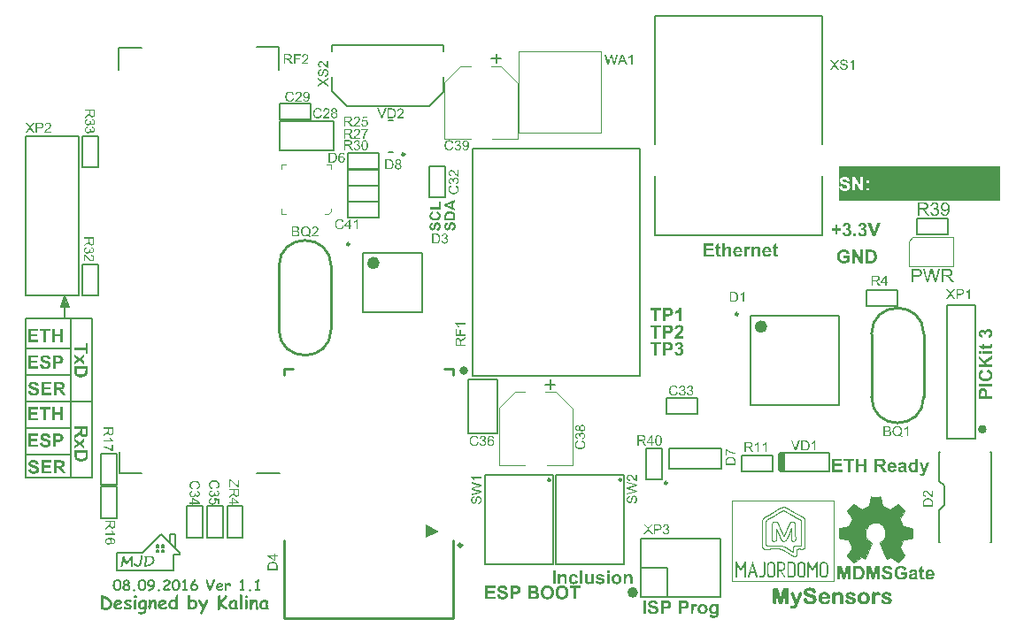
<source format=gto>
%FSLAX44Y44*%
%MOMM*%
G71*
G01*
G75*
G04 Layer_Color=65535*
%ADD10C,1.1000*%
%ADD11C,0.4000*%
%ADD12C,0.1500*%
%ADD13C,0.2000*%
%ADD14C,0.3000*%
%ADD15R,1.0000X1.0000*%
%ADD16R,1.0000X1.0000*%
G04:AMPARAMS|DCode=17|XSize=1.2mm|YSize=0.8mm|CornerRadius=0.2mm|HoleSize=0mm|Usage=FLASHONLY|Rotation=180.000|XOffset=0mm|YOffset=0mm|HoleType=Round|Shape=RoundedRectangle|*
%AMROUNDEDRECTD17*
21,1,1.2000,0.4000,0,0,180.0*
21,1,0.8000,0.8000,0,0,180.0*
1,1,0.4000,-0.4000,0.2000*
1,1,0.4000,0.4000,0.2000*
1,1,0.4000,0.4000,-0.2000*
1,1,0.4000,-0.4000,-0.2000*
%
%ADD17ROUNDEDRECTD17*%
%ADD18R,1.8000X1.5000*%
G04:AMPARAMS|DCode=19|XSize=1.5mm|YSize=0.4mm|CornerRadius=0.1mm|HoleSize=0mm|Usage=FLASHONLY|Rotation=90.000|XOffset=0mm|YOffset=0mm|HoleType=Round|Shape=RoundedRectangle|*
%AMROUNDEDRECTD19*
21,1,1.5000,0.2000,0,0,90.0*
21,1,1.3000,0.4000,0,0,90.0*
1,1,0.2000,0.1000,0.6500*
1,1,0.2000,0.1000,-0.6500*
1,1,0.2000,-0.1000,-0.6500*
1,1,0.2000,-0.1000,0.6500*
%
%ADD19ROUNDEDRECTD19*%
G04:AMPARAMS|DCode=20|XSize=1.5mm|YSize=0.38mm|CornerRadius=0.095mm|HoleSize=0mm|Usage=FLASHONLY|Rotation=90.000|XOffset=0mm|YOffset=0mm|HoleType=Round|Shape=RoundedRectangle|*
%AMROUNDEDRECTD20*
21,1,1.5000,0.1900,0,0,90.0*
21,1,1.3100,0.3800,0,0,90.0*
1,1,0.1900,0.0950,0.6550*
1,1,0.1900,0.0950,-0.6550*
1,1,0.1900,-0.0950,-0.6550*
1,1,0.1900,-0.0950,0.6550*
%
%ADD20ROUNDEDRECTD20*%
%ADD21R,1.0000X2.2500*%
%ADD22O,0.6000X1.6000*%
G04:AMPARAMS|DCode=23|XSize=2.8mm|YSize=1.2mm|CornerRadius=0.3mm|HoleSize=0mm|Usage=FLASHONLY|Rotation=270.000|XOffset=0mm|YOffset=0mm|HoleType=Round|Shape=RoundedRectangle|*
%AMROUNDEDRECTD23*
21,1,2.8000,0.6000,0,0,270.0*
21,1,2.2000,1.2000,0,0,270.0*
1,1,0.6000,-0.3000,-1.1000*
1,1,0.6000,-0.3000,1.1000*
1,1,0.6000,0.3000,1.1000*
1,1,0.6000,0.3000,-1.1000*
%
%ADD23ROUNDEDRECTD23*%
G04:AMPARAMS|DCode=24|XSize=1mm|YSize=1.2mm|CornerRadius=0.125mm|HoleSize=0mm|Usage=FLASHONLY|Rotation=180.000|XOffset=0mm|YOffset=0mm|HoleType=Round|Shape=RoundedRectangle|*
%AMROUNDEDRECTD24*
21,1,1.0000,0.9500,0,0,180.0*
21,1,0.7500,1.2000,0,0,180.0*
1,1,0.2500,-0.3750,0.4750*
1,1,0.2500,0.3750,0.4750*
1,1,0.2500,0.3750,-0.4750*
1,1,0.2500,-0.3750,-0.4750*
%
%ADD24ROUNDEDRECTD24*%
%ADD25R,1.3000X1.6000*%
G04:AMPARAMS|DCode=26|XSize=2.5mm|YSize=2.5mm|CornerRadius=0.625mm|HoleSize=0mm|Usage=FLASHONLY|Rotation=180.000|XOffset=0mm|YOffset=0mm|HoleType=Round|Shape=RoundedRectangle|*
%AMROUNDEDRECTD26*
21,1,2.5000,1.2500,0,0,180.0*
21,1,1.2500,2.5000,0,0,180.0*
1,1,1.2500,-0.6250,0.6250*
1,1,1.2500,0.6250,0.6250*
1,1,1.2500,0.6250,-0.6250*
1,1,1.2500,-0.6250,-0.6250*
%
%ADD26ROUNDEDRECTD26*%
G04:AMPARAMS|DCode=27|XSize=0.25mm|YSize=0.85mm|CornerRadius=0.0625mm|HoleSize=0mm|Usage=FLASHONLY|Rotation=180.000|XOffset=0mm|YOffset=0mm|HoleType=Round|Shape=RoundedRectangle|*
%AMROUNDEDRECTD27*
21,1,0.2500,0.7250,0,0,180.0*
21,1,0.1250,0.8500,0,0,180.0*
1,1,0.1250,-0.0625,0.3625*
1,1,0.1250,0.0625,0.3625*
1,1,0.1250,0.0625,-0.3625*
1,1,0.1250,-0.0625,-0.3625*
%
%ADD27ROUNDEDRECTD27*%
G04:AMPARAMS|DCode=28|XSize=0.25mm|YSize=0.85mm|CornerRadius=0.0625mm|HoleSize=0mm|Usage=FLASHONLY|Rotation=270.000|XOffset=0mm|YOffset=0mm|HoleType=Round|Shape=RoundedRectangle|*
%AMROUNDEDRECTD28*
21,1,0.2500,0.7250,0,0,270.0*
21,1,0.1250,0.8500,0,0,270.0*
1,1,0.1250,-0.3625,-0.0625*
1,1,0.1250,-0.3625,0.0625*
1,1,0.1250,0.3625,0.0625*
1,1,0.1250,0.3625,-0.0625*
%
%ADD28ROUNDEDRECTD28*%
%ADD29R,1.6000X1.3000*%
%ADD30O,1.3000X0.4500*%
%ADD31O,1.3000X0.3000*%
%ADD32O,0.3000X1.3000*%
%ADD33R,0.9000X1.2000*%
%ADD34R,1.0000X1.4000*%
%ADD35C,1.0000*%
%ADD36O,1.9500X0.5500*%
%ADD37O,0.5500X1.9500*%
G04:AMPARAMS|DCode=38|XSize=3mm|YSize=1.5mm|CornerRadius=0.375mm|HoleSize=0mm|Usage=FLASHONLY|Rotation=270.000|XOffset=0mm|YOffset=0mm|HoleType=Round|Shape=RoundedRectangle|*
%AMROUNDEDRECTD38*
21,1,3.0000,0.7500,0,0,270.0*
21,1,2.2500,1.5000,0,0,270.0*
1,1,0.7500,-0.3750,-1.1250*
1,1,0.7500,-0.3750,1.1250*
1,1,0.7500,0.3750,1.1250*
1,1,0.7500,0.3750,-1.1250*
%
%ADD38ROUNDEDRECTD38*%
%ADD39O,0.7000X1.7000*%
G04:AMPARAMS|DCode=40|XSize=2mm|YSize=1mm|CornerRadius=0.25mm|HoleSize=0mm|Usage=FLASHONLY|Rotation=270.000|XOffset=0mm|YOffset=0mm|HoleType=Round|Shape=RoundedRectangle|*
%AMROUNDEDRECTD40*
21,1,2.0000,0.5000,0,0,270.0*
21,1,1.5000,1.0000,0,0,270.0*
1,1,0.5000,-0.2500,-0.7500*
1,1,0.5000,-0.2500,0.7500*
1,1,0.5000,0.2500,0.7500*
1,1,0.5000,0.2500,-0.7500*
%
%ADD40ROUNDEDRECTD40*%
G04:AMPARAMS|DCode=41|XSize=2mm|YSize=1mm|CornerRadius=0.25mm|HoleSize=0mm|Usage=FLASHONLY|Rotation=180.000|XOffset=0mm|YOffset=0mm|HoleType=Round|Shape=RoundedRectangle|*
%AMROUNDEDRECTD41*
21,1,2.0000,0.5000,0,0,180.0*
21,1,1.5000,1.0000,0,0,180.0*
1,1,0.5000,-0.7500,0.2500*
1,1,0.5000,0.7500,0.2500*
1,1,0.5000,0.7500,-0.2500*
1,1,0.5000,-0.7500,-0.2500*
%
%ADD41ROUNDEDRECTD41*%
G04:AMPARAMS|DCode=42|XSize=1mm|YSize=0.55mm|CornerRadius=0.1375mm|HoleSize=0mm|Usage=FLASHONLY|Rotation=0.000|XOffset=0mm|YOffset=0mm|HoleType=Round|Shape=RoundedRectangle|*
%AMROUNDEDRECTD42*
21,1,1.0000,0.2750,0,0,0.0*
21,1,0.7250,0.5500,0,0,0.0*
1,1,0.2750,0.3625,-0.1375*
1,1,0.2750,-0.3625,-0.1375*
1,1,0.2750,-0.3625,0.1375*
1,1,0.2750,0.3625,0.1375*
%
%ADD42ROUNDEDRECTD42*%
%ADD43C,0.2500*%
%ADD44C,0.1800*%
%ADD45C,0.5000*%
%ADD46C,0.8000*%
%ADD47C,1.2000*%
%ADD48C,1.6000*%
%ADD49R,1.6000X1.6000*%
%ADD50C,1.4000*%
%ADD51C,3.2000*%
G04:AMPARAMS|DCode=52|XSize=1.5mm|YSize=2mm|CornerRadius=0.375mm|HoleSize=0mm|Usage=FLASHONLY|Rotation=270.000|XOffset=0mm|YOffset=0mm|HoleType=Round|Shape=RoundedRectangle|*
%AMROUNDEDRECTD52*
21,1,1.5000,1.2500,0,0,270.0*
21,1,0.7500,2.0000,0,0,270.0*
1,1,0.7500,-0.6250,-0.3750*
1,1,0.7500,-0.6250,0.3750*
1,1,0.7500,0.6250,0.3750*
1,1,0.7500,0.6250,-0.3750*
%
%ADD52ROUNDEDRECTD52*%
%ADD53C,1.5000*%
%ADD54C,1.3000*%
%ADD55C,3.2500*%
%ADD56C,2.4000*%
%ADD57C,2.5000*%
%ADD58C,2.2000*%
G04:AMPARAMS|DCode=59|XSize=1.6mm|YSize=1.6mm|CornerRadius=0.4mm|HoleSize=0mm|Usage=FLASHONLY|Rotation=180.000|XOffset=0mm|YOffset=0mm|HoleType=Round|Shape=RoundedRectangle|*
%AMROUNDEDRECTD59*
21,1,1.6000,0.8000,0,0,180.0*
21,1,0.8000,1.6000,0,0,180.0*
1,1,0.8000,-0.4000,0.4000*
1,1,0.8000,0.4000,0.4000*
1,1,0.8000,0.4000,-0.4000*
1,1,0.8000,-0.4000,-0.4000*
%
%ADD59ROUNDEDRECTD59*%
%ADD60C,0.6000*%
G04:AMPARAMS|DCode=61|XSize=1mm|YSize=1.2mm|CornerRadius=0.125mm|HoleSize=0mm|Usage=FLASHONLY|Rotation=90.000|XOffset=0mm|YOffset=0mm|HoleType=Round|Shape=RoundedRectangle|*
%AMROUNDEDRECTD61*
21,1,1.0000,0.9500,0,0,90.0*
21,1,0.7500,1.2000,0,0,90.0*
1,1,0.2500,0.4750,0.3750*
1,1,0.2500,0.4750,-0.3750*
1,1,0.2500,-0.4750,-0.3750*
1,1,0.2500,-0.4750,0.3750*
%
%ADD61ROUNDEDRECTD61*%
G04:AMPARAMS|DCode=62|XSize=1.8mm|YSize=1.8mm|CornerRadius=0.45mm|HoleSize=0mm|Usage=FLASHONLY|Rotation=180.000|XOffset=0mm|YOffset=0mm|HoleType=Round|Shape=RoundedRectangle|*
%AMROUNDEDRECTD62*
21,1,1.8000,0.9000,0,0,180.0*
21,1,0.9000,1.8000,0,0,180.0*
1,1,0.9000,-0.4500,0.4500*
1,1,0.9000,0.4500,0.4500*
1,1,0.9000,0.4500,-0.4500*
1,1,0.9000,-0.4500,-0.4500*
%
%ADD62ROUNDEDRECTD62*%
%ADD63C,0.6000*%
%ADD64C,0.8000*%
%ADD65C,0.2540*%
%ADD66C,0.1000*%
%ADD67C,0.7000*%
G36*
X757488Y55174D02*
X757658Y55089D01*
X757744Y55025D01*
X757829Y54940D01*
X757871Y54898D01*
X757935Y54791D01*
X757999Y54600D01*
X758042Y54366D01*
Y40722D01*
Y40700D01*
Y40658D01*
X758020Y40530D01*
X757956Y40360D01*
X757829Y40190D01*
X757786Y40168D01*
X757680Y40104D01*
X757488Y40019D01*
X757275Y39998D01*
X757254D01*
X757169Y40019D01*
X756999Y40062D01*
X756786Y40147D01*
X756743Y40190D01*
X756679Y40296D01*
X756594Y40466D01*
X756573Y40594D01*
X756552Y40722D01*
Y52301D01*
X753721Y47171D01*
X753699Y47150D01*
X753678Y47107D01*
X753614Y47043D01*
X753550Y46979D01*
X753338Y46831D01*
X753210Y46788D01*
X753061Y46767D01*
X752997D01*
X752933Y46788D01*
X752848Y46831D01*
X752742Y46873D01*
X752635Y46958D01*
X752529Y47065D01*
X752422Y47214D01*
X749655Y52301D01*
Y40722D01*
Y40700D01*
Y40658D01*
X749634Y40530D01*
X749549Y40339D01*
X749506Y40253D01*
X749421Y40168D01*
X749379Y40147D01*
X749272Y40083D01*
X749102Y40019D01*
X748889Y39998D01*
X748868D01*
X748783Y40019D01*
X748634Y40062D01*
X748421Y40126D01*
X748378Y40168D01*
X748293Y40275D01*
X748208Y40466D01*
X748187Y40594D01*
X748165Y40722D01*
Y54366D01*
Y54387D01*
Y54429D01*
Y54493D01*
X748187Y54578D01*
X748229Y54770D01*
X748336Y54962D01*
Y54983D01*
X748378Y55004D01*
X748463Y55089D01*
X748634Y55153D01*
X748740Y55196D01*
X748974D01*
X749081Y55153D01*
X749187Y55111D01*
X749208D01*
X749272Y55068D01*
X749315Y55025D01*
X749357Y54962D01*
X749442Y54876D01*
X749528Y54770D01*
X753082Y48789D01*
X756637Y54749D01*
X756658Y54770D01*
X756679Y54812D01*
X756743Y54898D01*
X756828Y54983D01*
X757041Y55132D01*
X757169Y55174D01*
X757318Y55196D01*
X757361D01*
X757488Y55174D01*
D02*
G37*
G36*
X688801D02*
X688971Y55089D01*
X689056Y55025D01*
X689141Y54940D01*
X689184Y54898D01*
X689248Y54791D01*
X689312Y54600D01*
X689354Y54366D01*
Y40722D01*
Y40700D01*
Y40658D01*
X689333Y40530D01*
X689269Y40360D01*
X689141Y40190D01*
X689099Y40168D01*
X688992Y40104D01*
X688801Y40019D01*
X688588Y39998D01*
X688567D01*
X688482Y40019D01*
X688311Y40062D01*
X688099Y40147D01*
X688056Y40190D01*
X687992Y40296D01*
X687907Y40466D01*
X687886Y40594D01*
X687864Y40722D01*
Y52301D01*
X685033Y47171D01*
X685012Y47150D01*
X684991Y47107D01*
X684927Y47043D01*
X684863Y46979D01*
X684650Y46831D01*
X684523Y46788D01*
X684374Y46767D01*
X684310D01*
X684246Y46788D01*
X684161Y46831D01*
X684054Y46873D01*
X683948Y46958D01*
X683841Y47065D01*
X683735Y47214D01*
X680968Y52301D01*
Y40722D01*
Y40700D01*
Y40658D01*
X680947Y40530D01*
X680862Y40339D01*
X680819Y40253D01*
X680734Y40168D01*
X680691Y40147D01*
X680585Y40083D01*
X680415Y40019D01*
X680202Y39998D01*
X680180D01*
X680095Y40019D01*
X679946Y40062D01*
X679733Y40126D01*
X679691Y40168D01*
X679606Y40275D01*
X679521Y40466D01*
X679499Y40594D01*
X679478Y40722D01*
Y54366D01*
Y54387D01*
Y54429D01*
Y54493D01*
X679499Y54578D01*
X679542Y54770D01*
X679648Y54962D01*
Y54983D01*
X679691Y55004D01*
X679776Y55089D01*
X679946Y55153D01*
X680053Y55196D01*
X680287D01*
X680393Y55153D01*
X680500Y55111D01*
X680521D01*
X680585Y55068D01*
X680627Y55025D01*
X680670Y54962D01*
X680755Y54876D01*
X680840Y54770D01*
X684395Y48789D01*
X687950Y54749D01*
X687971Y54770D01*
X687992Y54812D01*
X688056Y54898D01*
X688141Y54983D01*
X688354Y55132D01*
X688482Y55174D01*
X688631Y55196D01*
X688673D01*
X688801Y55174D01*
D02*
G37*
G36*
X764765Y26237D02*
X764927Y26214D01*
X765343Y26168D01*
X765806Y26075D01*
X766292Y25959D01*
X766778Y25774D01*
X767264Y25520D01*
X767287D01*
X767310Y25497D01*
X767379Y25450D01*
X767472Y25381D01*
X767703Y25219D01*
X767958Y25011D01*
X768282Y24733D01*
X768583Y24409D01*
X768883Y24039D01*
X769138Y23622D01*
Y23599D01*
X769161Y23576D01*
X769207Y23507D01*
X769230Y23414D01*
X769346Y23183D01*
X769462Y22905D01*
X769554Y22535D01*
X769670Y22141D01*
X769740Y21702D01*
X769763Y21262D01*
Y21239D01*
Y21216D01*
Y21077D01*
X769716Y20869D01*
X769670Y20637D01*
X769601Y20360D01*
X769462Y20105D01*
X769300Y19897D01*
X769069Y19712D01*
X769045Y19689D01*
X768953Y19665D01*
X768791Y19596D01*
X768583Y19550D01*
X768305Y19480D01*
X767981Y19411D01*
X767611Y19388D01*
X767194Y19365D01*
X761895D01*
Y19342D01*
Y19249D01*
X761918Y19110D01*
X761942Y18925D01*
X761988Y18717D01*
X762057Y18485D01*
X762150Y18231D01*
X762265Y17976D01*
X762289Y17953D01*
X762335Y17861D01*
X762404Y17745D01*
X762520Y17606D01*
X762636Y17444D01*
X762798Y17259D01*
X762960Y17097D01*
X763168Y16958D01*
X763191Y16935D01*
X763260Y16912D01*
X763399Y16866D01*
X763538Y16796D01*
X763723Y16727D01*
X763955Y16681D01*
X764186Y16657D01*
X764441Y16634D01*
X764626D01*
X764741Y16657D01*
X765019Y16681D01*
X765320Y16727D01*
X765343D01*
X765389Y16750D01*
X765459Y16773D01*
X765574Y16819D01*
X765806Y16912D01*
X766084Y17074D01*
X766107D01*
X766153Y17120D01*
X766222Y17167D01*
X766315Y17236D01*
X766523Y17398D01*
X766778Y17583D01*
X766801Y17606D01*
X766847Y17629D01*
X766917Y17699D01*
X767009Y17791D01*
X767125Y17907D01*
X767287Y18046D01*
X767634Y18370D01*
X767657D01*
X767680Y18416D01*
X767749Y18439D01*
X767842Y18485D01*
X768074Y18555D01*
X768374Y18601D01*
X768467D01*
X768559Y18578D01*
X768675Y18555D01*
X768953Y18485D01*
X769092Y18393D01*
X769230Y18300D01*
X769254Y18277D01*
X769277Y18254D01*
X769346Y18185D01*
X769416Y18092D01*
X769462Y17976D01*
X769531Y17838D01*
X769554Y17675D01*
X769578Y17490D01*
Y17467D01*
Y17421D01*
X769554Y17328D01*
X769531Y17213D01*
X769508Y17074D01*
X769439Y16912D01*
X769369Y16727D01*
X769254Y16519D01*
X769230Y16495D01*
X769207Y16426D01*
X769115Y16310D01*
X769022Y16171D01*
X768883Y16010D01*
X768721Y15848D01*
X768536Y15639D01*
X768305Y15454D01*
X768282Y15431D01*
X768189Y15385D01*
X768050Y15292D01*
X767865Y15177D01*
X767634Y15038D01*
X767356Y14899D01*
X767055Y14783D01*
X766708Y14644D01*
X766662Y14621D01*
X766546Y14598D01*
X766338Y14552D01*
X766084Y14505D01*
X765760Y14436D01*
X765389Y14390D01*
X764973Y14367D01*
X764533Y14344D01*
X764256D01*
X764070Y14367D01*
X763839Y14390D01*
X763561Y14436D01*
X763260Y14482D01*
X762936Y14552D01*
X762589Y14621D01*
X762219Y14737D01*
X761872Y14852D01*
X761502Y15014D01*
X761132Y15200D01*
X760785Y15408D01*
X760461Y15662D01*
X760160Y15940D01*
X760137Y15963D01*
X760090Y16010D01*
X760021Y16102D01*
X759928Y16241D01*
X759790Y16403D01*
X759674Y16588D01*
X759535Y16819D01*
X759396Y17097D01*
X759234Y17398D01*
X759095Y17722D01*
X758980Y18069D01*
X758864Y18462D01*
X758748Y18879D01*
X758679Y19318D01*
X758633Y19781D01*
X758609Y20290D01*
Y20313D01*
Y20360D01*
Y20429D01*
Y20522D01*
X758633Y20753D01*
X758656Y21077D01*
X758702Y21447D01*
X758772Y21864D01*
X758864Y22280D01*
X758980Y22697D01*
Y22720D01*
X759003Y22743D01*
X759049Y22882D01*
X759142Y23090D01*
X759280Y23345D01*
X759419Y23646D01*
X759628Y23969D01*
X759859Y24293D01*
X760114Y24594D01*
X760137Y24641D01*
X760252Y24733D01*
X760414Y24872D01*
X760623Y25057D01*
X760877Y25242D01*
X761178Y25450D01*
X761525Y25659D01*
X761918Y25821D01*
X761942D01*
X761965Y25844D01*
X762104Y25890D01*
X762335Y25959D01*
X762636Y26052D01*
X762983Y26121D01*
X763399Y26191D01*
X763839Y26237D01*
X764325Y26260D01*
X764603D01*
X764765Y26237D01*
D02*
G37*
G36*
X741579Y26214D02*
X741833Y26145D01*
X742088Y26029D01*
X742111D01*
X742157Y25983D01*
X742296Y25890D01*
X742458Y25705D01*
X742620Y25473D01*
Y25450D01*
X742643Y25427D01*
X742690Y25358D01*
X742736Y25265D01*
X742805Y25034D01*
X742828Y24756D01*
Y24733D01*
X742782Y24617D01*
X742736Y24432D01*
X742666Y24155D01*
Y24131D01*
X742643Y24085D01*
Y24016D01*
X742597Y23923D01*
X742551Y23715D01*
X742458Y23530D01*
X738756Y13788D01*
Y13765D01*
X738733Y13742D01*
X738710Y13672D01*
X738663Y13580D01*
X738571Y13348D01*
X738455Y13048D01*
X738316Y12724D01*
X738154Y12377D01*
X737992Y12053D01*
X737807Y11752D01*
X737784Y11729D01*
X737715Y11636D01*
X737622Y11497D01*
X737483Y11335D01*
X737298Y11150D01*
X737067Y10942D01*
X736812Y10757D01*
X736535Y10595D01*
X736488Y10572D01*
X736396Y10525D01*
X736210Y10456D01*
X735956Y10387D01*
X735655Y10294D01*
X735285Y10225D01*
X734868Y10178D01*
X734406Y10155D01*
X734197D01*
X733966Y10178D01*
X733665Y10201D01*
X733341Y10225D01*
X733017Y10294D01*
X732693Y10364D01*
X732416Y10479D01*
X732393Y10502D01*
X732300Y10549D01*
X732207Y10618D01*
X732069Y10734D01*
X731953Y10896D01*
X731837Y11081D01*
X731745Y11335D01*
X731721Y11613D01*
Y11636D01*
Y11706D01*
X731745Y11821D01*
X731768Y11937D01*
X731814Y12099D01*
X731860Y12238D01*
X731953Y12377D01*
X732069Y12515D01*
X732092Y12539D01*
X732138Y12562D01*
X732231Y12608D01*
X732346Y12677D01*
X732485Y12747D01*
X732647Y12793D01*
X732855Y12816D01*
X733087Y12839D01*
X733249D01*
X733411Y12816D01*
X733573Y12770D01*
X733619D01*
X733711Y12747D01*
X733850Y12724D01*
X733989Y12701D01*
X734151D01*
X734244Y12724D01*
X734452Y12770D01*
X734660Y12839D01*
X734706Y12862D01*
X734799Y12932D01*
X734938Y13071D01*
X735077Y13279D01*
Y13302D01*
X735123Y13348D01*
X735169Y13418D01*
X735216Y13534D01*
X735285Y13672D01*
X735378Y13834D01*
X735470Y14043D01*
X735586Y14274D01*
X735817Y14806D01*
X732346Y23553D01*
X732323Y23576D01*
X732300Y23669D01*
X732254Y23807D01*
X732207Y23969D01*
X732092Y24316D01*
X732069Y24502D01*
X732045Y24664D01*
Y24687D01*
Y24733D01*
X732069Y24826D01*
Y24918D01*
X732138Y25173D01*
X732254Y25427D01*
Y25450D01*
X732300Y25497D01*
X732416Y25635D01*
X732578Y25821D01*
X732832Y26006D01*
X732855D01*
X732902Y26052D01*
X732971Y26075D01*
X733064Y26121D01*
X733318Y26191D01*
X733619Y26237D01*
X733735D01*
X733874Y26214D01*
X734012Y26191D01*
X734197Y26121D01*
X734382Y26052D01*
X734545Y25936D01*
X734683Y25774D01*
X734706Y25751D01*
X734753Y25705D01*
X734822Y25589D01*
X734892Y25473D01*
X734984Y25312D01*
X735100Y25126D01*
X735192Y24895D01*
X735285Y24664D01*
X737483Y17791D01*
X739566Y24247D01*
Y24270D01*
X739612Y24363D01*
X739658Y24478D01*
X739705Y24641D01*
X739867Y24988D01*
X740029Y25358D01*
Y25381D01*
X740075Y25427D01*
X740121Y25520D01*
X740191Y25635D01*
X740352Y25844D01*
X740445Y25936D01*
X740561Y26029D01*
X740584D01*
X740607Y26052D01*
X740676Y26098D01*
X740769Y26145D01*
X741023Y26214D01*
X741348Y26237D01*
X741486D01*
X741579Y26214D01*
D02*
G37*
G36*
X802389D02*
X802690Y26191D01*
X803060Y26121D01*
X803477Y26052D01*
X803893Y25936D01*
X804310Y25798D01*
X804333D01*
X804356Y25774D01*
X804495Y25728D01*
X804703Y25612D01*
X804958Y25473D01*
X805258Y25288D01*
X805559Y25080D01*
X805883Y24826D01*
X806184Y24548D01*
X806230Y24502D01*
X806323Y24409D01*
X806462Y24247D01*
X806624Y24016D01*
X806809Y23738D01*
X807017Y23437D01*
X807202Y23067D01*
X807364Y22674D01*
Y22650D01*
X807387Y22627D01*
X807434Y22489D01*
X807503Y22257D01*
X807572Y21956D01*
X807642Y21609D01*
X807711Y21193D01*
X807758Y20753D01*
X807781Y20267D01*
Y20244D01*
Y20221D01*
Y20151D01*
Y20059D01*
X807758Y19804D01*
X807734Y19480D01*
X807688Y19110D01*
X807596Y18717D01*
X807503Y18300D01*
X807364Y17884D01*
Y17861D01*
X807341Y17838D01*
X807295Y17699D01*
X807202Y17490D01*
X807063Y17236D01*
X806901Y16935D01*
X806693Y16634D01*
X806462Y16310D01*
X806184Y15986D01*
X806138Y15940D01*
X806045Y15848D01*
X805883Y15709D01*
X805652Y15524D01*
X805374Y15338D01*
X805073Y15130D01*
X804703Y14922D01*
X804310Y14760D01*
X804264Y14737D01*
X804125Y14691D01*
X803893Y14621D01*
X803616Y14552D01*
X803245Y14482D01*
X802852Y14413D01*
X802389Y14367D01*
X801903Y14344D01*
X801672D01*
X801441Y14367D01*
X801117Y14390D01*
X800746Y14436D01*
X800353Y14529D01*
X799936Y14621D01*
X799520Y14760D01*
X799474Y14783D01*
X799335Y14829D01*
X799150Y14945D01*
X798895Y15061D01*
X798617Y15246D01*
X798317Y15454D01*
X797993Y15709D01*
X797692Y15986D01*
X797669Y16033D01*
X797553Y16125D01*
X797414Y16310D01*
X797252Y16519D01*
X797067Y16796D01*
X796859Y17120D01*
X796674Y17467D01*
X796512Y17861D01*
Y17884D01*
X796489Y17907D01*
X796442Y18046D01*
X796396Y18277D01*
X796327Y18578D01*
X796234Y18925D01*
X796188Y19342D01*
X796142Y19804D01*
X796118Y20290D01*
Y20313D01*
Y20360D01*
Y20429D01*
Y20522D01*
X796142Y20776D01*
X796165Y21077D01*
X796211Y21447D01*
X796280Y21864D01*
X796373Y22280D01*
X796512Y22697D01*
Y22720D01*
X796535Y22743D01*
X796581Y22882D01*
X796674Y23090D01*
X796813Y23345D01*
X796975Y23646D01*
X797160Y23969D01*
X797391Y24293D01*
X797669Y24594D01*
X797715Y24641D01*
X797808Y24733D01*
X797970Y24872D01*
X798201Y25034D01*
X798479Y25242D01*
X798780Y25427D01*
X799127Y25635D01*
X799520Y25798D01*
X799543D01*
X799566Y25821D01*
X799705Y25867D01*
X799936Y25936D01*
X800237Y26029D01*
X800584Y26098D01*
X800978Y26168D01*
X801441Y26214D01*
X801903Y26237D01*
X802135D01*
X802389Y26214D01*
D02*
G37*
G36*
X723815Y55089D02*
X723943D01*
X724071Y55068D01*
X724390Y54983D01*
X724773Y54876D01*
X725177Y54685D01*
X725582Y54451D01*
X725773Y54280D01*
X725965Y54110D01*
X725986Y54089D01*
X726007Y54068D01*
X726135Y53940D01*
X726284Y53727D01*
X726476Y53450D01*
X726667Y53110D01*
X726838Y52705D01*
X726944Y52237D01*
X726965Y52003D01*
X726987Y51747D01*
Y49640D01*
Y49619D01*
Y49576D01*
Y49513D01*
X726965Y49406D01*
Y49300D01*
X726944Y49151D01*
X726859Y48831D01*
X726752Y48448D01*
X726561Y48065D01*
X726327Y47661D01*
X726156Y47469D01*
X725986Y47277D01*
X725965D01*
X725944Y47235D01*
X725880Y47192D01*
X725816Y47129D01*
X725603Y46958D01*
X725326Y46788D01*
X724965Y46618D01*
X724560Y46447D01*
X724092Y46341D01*
X723836Y46320D01*
X723581Y46298D01*
X723687D01*
X726901Y41041D01*
X726923Y41020D01*
X726944Y40956D01*
X726965Y40849D01*
X726987Y40700D01*
Y40679D01*
Y40658D01*
X726965Y40530D01*
X726880Y40360D01*
X726816Y40275D01*
X726731Y40168D01*
X726689Y40147D01*
X726582Y40083D01*
X726412Y40019D01*
X726199Y39998D01*
X726093D01*
X725965Y40019D01*
X725837Y40062D01*
X725816Y40083D01*
X725752Y40147D01*
X725667Y40232D01*
X725560Y40381D01*
X722112Y46298D01*
X720665D01*
Y40722D01*
Y40700D01*
Y40658D01*
X720644Y40530D01*
X720580Y40360D01*
X720452Y40190D01*
X720409Y40168D01*
X720303Y40104D01*
X720111Y40019D01*
X719899Y39998D01*
X719877D01*
X719792Y40019D01*
X719643Y40062D01*
X719430Y40126D01*
X719388Y40168D01*
X719303Y40275D01*
X719218Y40466D01*
X719196Y40594D01*
X719175Y40722D01*
Y54366D01*
Y54408D01*
X719196Y54493D01*
X719218Y54600D01*
X719260Y54749D01*
X719345Y54876D01*
X719473Y55004D01*
X719664Y55089D01*
X719899Y55111D01*
X723709D01*
X723815Y55089D01*
D02*
G37*
G36*
X714152D02*
X714279D01*
X714407Y55068D01*
X714726Y54983D01*
X715109Y54876D01*
X715514Y54685D01*
X715918Y54451D01*
X716110Y54280D01*
X716301Y54110D01*
X716323Y54089D01*
X716344Y54068D01*
X716472Y53940D01*
X716621Y53727D01*
X716812Y53450D01*
X717004Y53110D01*
X717174Y52705D01*
X717281Y52237D01*
X717302Y52003D01*
X717323Y51747D01*
Y43340D01*
Y43319D01*
Y43276D01*
Y43212D01*
X717302Y43106D01*
Y42999D01*
X717281Y42850D01*
X717195Y42531D01*
X717089Y42169D01*
X716897Y41765D01*
X716663Y41360D01*
X716493Y41169D01*
X716323Y40977D01*
X716301D01*
X716280Y40935D01*
X716216Y40892D01*
X716152Y40828D01*
X715939Y40658D01*
X715663Y40487D01*
X715301Y40317D01*
X714897Y40147D01*
X714428Y40041D01*
X714173Y40019D01*
X713917Y39998D01*
X712747D01*
X712662Y40019D01*
X712534D01*
X712406Y40041D01*
X712087Y40126D01*
X711725Y40232D01*
X711342Y40402D01*
X710938Y40637D01*
X710725Y40785D01*
X710533Y40956D01*
X710512Y40977D01*
X710490Y40998D01*
X710448Y41062D01*
X710384Y41126D01*
X710214Y41339D01*
X710022Y41616D01*
X709831Y41978D01*
X709682Y42382D01*
X709554Y42829D01*
X709533Y43084D01*
X709511Y43340D01*
Y51747D01*
Y51769D01*
Y51811D01*
Y51875D01*
X709533Y51982D01*
Y52088D01*
X709554Y52216D01*
X709639Y52535D01*
X709745Y52918D01*
X709916Y53301D01*
X710150Y53706D01*
X710299Y53897D01*
X710469Y54089D01*
X710490Y54110D01*
X710512Y54131D01*
X710576Y54174D01*
X710639Y54259D01*
X710852Y54408D01*
X711129Y54600D01*
X711491Y54791D01*
X711895Y54962D01*
X712364Y55068D01*
X712619Y55089D01*
X712875Y55111D01*
X714045D01*
X714152Y55089D01*
D02*
G37*
G36*
X733478D02*
X733606D01*
X733734Y55068D01*
X734053Y54983D01*
X734436Y54876D01*
X734841Y54685D01*
X735245Y54451D01*
X735437Y54280D01*
X735628Y54110D01*
X735650Y54089D01*
X735671Y54068D01*
X735799Y53940D01*
X735948Y53727D01*
X736139Y53450D01*
X736331Y53110D01*
X736501Y52705D01*
X736608Y52237D01*
X736629Y52003D01*
X736650Y51747D01*
Y43340D01*
Y43319D01*
Y43276D01*
Y43212D01*
X736629Y43106D01*
Y42999D01*
X736608Y42850D01*
X736522Y42531D01*
X736416Y42169D01*
X736224Y41765D01*
X735990Y41360D01*
X735820Y41169D01*
X735650Y40977D01*
X735628D01*
X735607Y40935D01*
X735543Y40892D01*
X735479Y40828D01*
X735266Y40658D01*
X734990Y40487D01*
X734628Y40317D01*
X734223Y40147D01*
X733755Y40041D01*
X733500Y40019D01*
X733244Y39998D01*
X729541D01*
X729456Y40019D01*
X729328Y40041D01*
X729200Y40083D01*
X729072Y40168D01*
X728945Y40296D01*
X728860Y40487D01*
X728838Y40722D01*
Y54366D01*
Y54408D01*
X728860Y54493D01*
X728881Y54600D01*
X728923Y54749D01*
X729009Y54876D01*
X729136Y55004D01*
X729328Y55089D01*
X729562Y55111D01*
X733372D01*
X733478Y55089D01*
D02*
G37*
G36*
X764597D02*
X764725D01*
X764853Y55068D01*
X765172Y54983D01*
X765555Y54876D01*
X765960Y54685D01*
X766364Y54451D01*
X766556Y54280D01*
X766747Y54110D01*
X766769Y54089D01*
X766790Y54068D01*
X766918Y53940D01*
X767067Y53727D01*
X767258Y53450D01*
X767450Y53110D01*
X767620Y52705D01*
X767726Y52237D01*
X767748Y52003D01*
X767769Y51747D01*
Y43340D01*
Y43319D01*
Y43276D01*
Y43212D01*
X767748Y43106D01*
Y42999D01*
X767726Y42850D01*
X767641Y42531D01*
X767535Y42169D01*
X767343Y41765D01*
X767109Y41360D01*
X766939Y41169D01*
X766769Y40977D01*
X766747D01*
X766726Y40935D01*
X766662Y40892D01*
X766598Y40828D01*
X766385Y40658D01*
X766109Y40487D01*
X765747Y40317D01*
X765342Y40147D01*
X764874Y40041D01*
X764619Y40019D01*
X764363Y39998D01*
X763193D01*
X763108Y40019D01*
X762980D01*
X762852Y40041D01*
X762533Y40126D01*
X762171Y40232D01*
X761788Y40402D01*
X761383Y40637D01*
X761171Y40785D01*
X760979Y40956D01*
X760958Y40977D01*
X760937Y40998D01*
X760894Y41062D01*
X760830Y41126D01*
X760660Y41339D01*
X760468Y41616D01*
X760277Y41978D01*
X760128Y42382D01*
X760000Y42829D01*
X759979Y43084D01*
X759957Y43340D01*
Y51747D01*
Y51769D01*
Y51811D01*
Y51875D01*
X759979Y51982D01*
Y52088D01*
X760000Y52216D01*
X760085Y52535D01*
X760191Y52918D01*
X760362Y53301D01*
X760596Y53706D01*
X760745Y53897D01*
X760915Y54089D01*
X760937Y54110D01*
X760958Y54131D01*
X761022Y54174D01*
X761085Y54259D01*
X761298Y54408D01*
X761575Y54600D01*
X761937Y54791D01*
X762341Y54962D01*
X762810Y55068D01*
X763065Y55089D01*
X763320Y55111D01*
X764491D01*
X764597Y55089D01*
D02*
G37*
G36*
X743142D02*
X743270D01*
X743397Y55068D01*
X743717Y54983D01*
X744100Y54876D01*
X744504Y54685D01*
X744909Y54451D01*
X745100Y54280D01*
X745292Y54110D01*
X745313Y54089D01*
X745334Y54068D01*
X745462Y53940D01*
X745611Y53727D01*
X745803Y53450D01*
X745994Y53110D01*
X746164Y52705D01*
X746271Y52237D01*
X746292Y52003D01*
X746313Y51747D01*
Y43340D01*
Y43319D01*
Y43276D01*
Y43212D01*
X746292Y43106D01*
Y42999D01*
X746271Y42850D01*
X746186Y42531D01*
X746079Y42169D01*
X745888Y41765D01*
X745654Y41360D01*
X745483Y41169D01*
X745313Y40977D01*
X745292D01*
X745270Y40935D01*
X745207Y40892D01*
X745143Y40828D01*
X744930Y40658D01*
X744653Y40487D01*
X744291Y40317D01*
X743887Y40147D01*
X743419Y40041D01*
X743163Y40019D01*
X742908Y39998D01*
X741737D01*
X741652Y40019D01*
X741524D01*
X741397Y40041D01*
X741077Y40126D01*
X740715Y40232D01*
X740332Y40402D01*
X739928Y40637D01*
X739715Y40785D01*
X739523Y40956D01*
X739502Y40977D01*
X739481Y40998D01*
X739438Y41062D01*
X739374Y41126D01*
X739204Y41339D01*
X739013Y41616D01*
X738821Y41978D01*
X738672Y42382D01*
X738544Y42829D01*
X738523Y43084D01*
X738502Y43340D01*
Y51747D01*
Y51769D01*
Y51811D01*
Y51875D01*
X738523Y51982D01*
Y52088D01*
X738544Y52216D01*
X738630Y52535D01*
X738736Y52918D01*
X738906Y53301D01*
X739140Y53706D01*
X739289Y53897D01*
X739460Y54089D01*
X739481Y54110D01*
X739502Y54131D01*
X739566Y54174D01*
X739630Y54259D01*
X739843Y54408D01*
X740119Y54600D01*
X740481Y54791D01*
X740886Y54962D01*
X741354Y55068D01*
X741609Y55089D01*
X741865Y55111D01*
X743036D01*
X743142Y55089D01*
D02*
G37*
G36*
X728251Y30148D02*
X728482Y30124D01*
X728713Y30078D01*
X728991Y29986D01*
X729246Y29893D01*
X729477Y29754D01*
X729500Y29731D01*
X729569Y29685D01*
X729662Y29569D01*
X729778Y29430D01*
X729893Y29222D01*
X729986Y28968D01*
X730055Y28644D01*
X730079Y28273D01*
Y16287D01*
Y16241D01*
Y16125D01*
X730055Y15963D01*
X730032Y15755D01*
X729963Y15524D01*
X729893Y15269D01*
X729778Y15038D01*
X729616Y14829D01*
X729593Y14806D01*
X729546Y14760D01*
X729431Y14667D01*
X729292Y14598D01*
X729130Y14505D01*
X728922Y14413D01*
X728690Y14367D01*
X728413Y14344D01*
X728297D01*
X728158Y14367D01*
X727996Y14413D01*
X727811Y14459D01*
X727626Y14552D01*
X727441Y14667D01*
X727256Y14829D01*
X727233Y14852D01*
X727186Y14922D01*
X727117Y15038D01*
X727047Y15200D01*
X726955Y15408D01*
X726885Y15639D01*
X726839Y15940D01*
X726816Y16287D01*
Y26538D01*
X724803Y17028D01*
Y16981D01*
X724756Y16866D01*
X724710Y16704D01*
X724664Y16495D01*
X724548Y16033D01*
X724479Y15824D01*
X724409Y15616D01*
Y15593D01*
X724386Y15547D01*
X724340Y15454D01*
X724271Y15338D01*
X724178Y15200D01*
X724085Y15061D01*
X723947Y14899D01*
X723785Y14737D01*
X723762Y14714D01*
X723715Y14667D01*
X723600Y14621D01*
X723461Y14552D01*
X723276Y14459D01*
X723067Y14413D01*
X722813Y14367D01*
X722535Y14344D01*
X722443D01*
X722327Y14367D01*
X722188D01*
X721864Y14459D01*
X721679Y14505D01*
X721517Y14598D01*
X721494Y14621D01*
X721448Y14644D01*
X721378Y14691D01*
X721286Y14783D01*
X721077Y14968D01*
X720869Y15246D01*
Y15269D01*
X720823Y15315D01*
X720800Y15385D01*
X720730Y15500D01*
X720615Y15755D01*
X720522Y16079D01*
Y16102D01*
X720499Y16171D01*
X720476Y16264D01*
X720453Y16403D01*
X720406Y16588D01*
X720360Y16773D01*
X720314Y17028D01*
X720267Y17282D01*
X718301Y26538D01*
Y16287D01*
Y16241D01*
Y16125D01*
X718278Y15963D01*
X718254Y15755D01*
X718185Y15524D01*
X718115Y15269D01*
X718000Y15038D01*
X717838Y14829D01*
X717815Y14806D01*
X717768Y14760D01*
X717653Y14667D01*
X717514Y14598D01*
X717352Y14505D01*
X717144Y14413D01*
X716912Y14367D01*
X716635Y14344D01*
X716519D01*
X716380Y14367D01*
X716218Y14413D01*
X716033Y14459D01*
X715848Y14552D01*
X715663Y14667D01*
X715478Y14829D01*
X715454Y14852D01*
X715408Y14922D01*
X715339Y15038D01*
X715269Y15200D01*
X715177Y15408D01*
X715107Y15639D01*
X715061Y15940D01*
X715038Y16287D01*
Y28273D01*
Y28296D01*
Y28320D01*
Y28458D01*
X715061Y28644D01*
X715107Y28875D01*
X715177Y29106D01*
X715293Y29361D01*
X715431Y29569D01*
X715617Y29754D01*
X715640Y29777D01*
X715732Y29824D01*
X715848Y29893D01*
X716033Y29963D01*
X716241Y30032D01*
X716496Y30101D01*
X716797Y30148D01*
X717144Y30171D01*
X718393D01*
X718602Y30148D01*
X719041Y30101D01*
X719249Y30055D01*
X719435Y29986D01*
X719458D01*
X719504Y29939D01*
X719596Y29893D01*
X719689Y29847D01*
X719805Y29754D01*
X719920Y29639D01*
X720013Y29500D01*
X720106Y29338D01*
Y29315D01*
X720152Y29245D01*
X720175Y29153D01*
X720244Y29014D01*
X720314Y28806D01*
X720383Y28574D01*
X720476Y28296D01*
X720568Y27973D01*
X722535Y19851D01*
X724525Y27973D01*
X724548Y28019D01*
X724571Y28135D01*
X724618Y28296D01*
X724687Y28505D01*
X724826Y28968D01*
X724919Y29176D01*
X724988Y29361D01*
Y29384D01*
X725034Y29430D01*
X725080Y29500D01*
X725150Y29615D01*
X725358Y29801D01*
X725474Y29916D01*
X725636Y29986D01*
X725659D01*
X725728Y30009D01*
X725821Y30055D01*
X725960Y30078D01*
X726168Y30124D01*
X726399Y30148D01*
X726654Y30171D01*
X728089D01*
X728251Y30148D01*
D02*
G37*
G36*
X127941Y28719D02*
X128071Y28700D01*
X128201Y28663D01*
X128330Y28607D01*
X128460Y28533D01*
X128589Y28441D01*
X128608Y28422D01*
X128645Y28385D01*
X128700Y28330D01*
X128756Y28256D01*
X128812Y28145D01*
X128867Y28033D01*
X128904Y27904D01*
X128923Y27756D01*
Y27737D01*
Y27700D01*
X128904Y27626D01*
X128886Y27552D01*
X128830Y27441D01*
X128774Y27348D01*
X128682Y27237D01*
X128571Y27126D01*
X128552Y27108D01*
X128515Y27089D01*
X128441Y27034D01*
X128349Y26978D01*
X128237Y26922D01*
X128089Y26885D01*
X127941Y26848D01*
X127775Y26830D01*
X127701D01*
X127608Y26848D01*
X127497Y26867D01*
X127367Y26904D01*
X127238Y26960D01*
X127090Y27034D01*
X126960Y27126D01*
X126941Y27145D01*
X126904Y27182D01*
X126849Y27237D01*
X126793Y27311D01*
X126682Y27515D01*
X126645Y27626D01*
X126627Y27756D01*
Y27774D01*
Y27811D01*
X126645Y27885D01*
X126664Y27978D01*
X126701Y28089D01*
X126775Y28200D01*
X126849Y28311D01*
X126960Y28422D01*
X126978Y28441D01*
X127015Y28478D01*
X127090Y28515D01*
X127201Y28589D01*
X127312Y28644D01*
X127460Y28681D01*
X127608Y28719D01*
X127775Y28737D01*
X127867D01*
X127941Y28719D01*
D02*
G37*
G36*
X104203D02*
X104333Y28700D01*
X104462Y28663D01*
X104592Y28607D01*
X104721Y28533D01*
X104851Y28441D01*
X104870Y28422D01*
X104907Y28385D01*
X104962Y28330D01*
X105018Y28256D01*
X105073Y28145D01*
X105129Y28033D01*
X105166Y27904D01*
X105184Y27756D01*
Y27737D01*
Y27700D01*
X105166Y27626D01*
X105147Y27552D01*
X105092Y27441D01*
X105036Y27348D01*
X104944Y27237D01*
X104832Y27126D01*
X104814Y27108D01*
X104777Y27089D01*
X104703Y27034D01*
X104610Y26978D01*
X104499Y26922D01*
X104351Y26885D01*
X104203Y26848D01*
X104036Y26830D01*
X103962D01*
X103870Y26848D01*
X103759Y26867D01*
X103629Y26904D01*
X103499Y26960D01*
X103351Y27034D01*
X103222Y27126D01*
X103203Y27145D01*
X103166Y27182D01*
X103111Y27237D01*
X103055Y27311D01*
X102944Y27515D01*
X102907Y27626D01*
X102888Y27756D01*
Y27774D01*
Y27811D01*
X102907Y27885D01*
X102925Y27978D01*
X102962Y28089D01*
X103036Y28200D01*
X103111Y28311D01*
X103222Y28422D01*
X103240Y28441D01*
X103277Y28478D01*
X103351Y28515D01*
X103462Y28589D01*
X103573Y28644D01*
X103722Y28681D01*
X103870Y28719D01*
X104036Y28737D01*
X104129D01*
X104203Y28719D01*
D02*
G37*
G36*
X214988D02*
X215117Y28700D01*
X215247Y28663D01*
X215377Y28607D01*
X215506Y28533D01*
X215636Y28441D01*
X215654Y28422D01*
X215691Y28385D01*
X215747Y28330D01*
X215802Y28256D01*
X215858Y28145D01*
X215914Y28033D01*
X215951Y27904D01*
X215969Y27756D01*
Y27737D01*
Y27700D01*
X215951Y27626D01*
X215932Y27552D01*
X215877Y27441D01*
X215821Y27348D01*
X215728Y27237D01*
X215617Y27126D01*
X215599Y27108D01*
X215562Y27089D01*
X215488Y27034D01*
X215395Y26978D01*
X215284Y26922D01*
X215136Y26885D01*
X214988Y26848D01*
X214821Y26830D01*
X214747D01*
X214655Y26848D01*
X214543Y26867D01*
X214414Y26904D01*
X214284Y26960D01*
X214136Y27034D01*
X214006Y27126D01*
X213988Y27145D01*
X213951Y27182D01*
X213895Y27237D01*
X213840Y27311D01*
X213729Y27515D01*
X213692Y27626D01*
X213673Y27756D01*
Y27774D01*
Y27811D01*
X213692Y27885D01*
X213710Y27978D01*
X213747Y28089D01*
X213821Y28200D01*
X213895Y28311D01*
X214006Y28422D01*
X214025Y28441D01*
X214062Y28478D01*
X214136Y28515D01*
X214247Y28589D01*
X214358Y28644D01*
X214506Y28681D01*
X214655Y28719D01*
X214821Y28737D01*
X214914D01*
X214988Y28719D01*
D02*
G37*
G36*
X162456Y38440D02*
X162549Y38421D01*
X162641Y38384D01*
X162771Y38347D01*
X162882Y38273D01*
X162993Y38180D01*
X163012Y38162D01*
X163049Y38143D01*
X163086Y38088D01*
X163141Y38014D01*
X163252Y37810D01*
X163289Y37681D01*
X163308Y37551D01*
Y37532D01*
X163289Y37477D01*
X163271Y37403D01*
X163215Y37273D01*
X163104Y37125D01*
X162956Y36921D01*
X162771Y36699D01*
X162641Y36570D01*
X162493Y36421D01*
X162475Y36403D01*
X162401Y36329D01*
X162290Y36218D01*
X162141Y36088D01*
X161956Y35921D01*
X161771Y35755D01*
X161345Y35366D01*
X161308Y35347D01*
X161234Y35255D01*
X161123Y35144D01*
X160993Y34977D01*
X160827Y34792D01*
X160679Y34570D01*
X160530Y34348D01*
X160401Y34125D01*
X160419D01*
X160475Y34144D01*
X160549Y34181D01*
X160642Y34218D01*
X160864Y34274D01*
X161105Y34348D01*
X161123D01*
X161160Y34366D01*
X161216D01*
X161308Y34385D01*
X161493Y34403D01*
X161697Y34422D01*
X161864D01*
X161993Y34403D01*
X162141D01*
X162308Y34366D01*
X162493Y34348D01*
X162697Y34311D01*
X163141Y34199D01*
X163586Y34033D01*
X163808Y33922D01*
X164030Y33811D01*
X164234Y33663D01*
X164419Y33496D01*
X164438Y33477D01*
X164456Y33459D01*
X164512Y33403D01*
X164567Y33329D01*
X164641Y33237D01*
X164715Y33126D01*
X164808Y32996D01*
X164900Y32848D01*
X164993Y32663D01*
X165086Y32477D01*
X165160Y32274D01*
X165234Y32051D01*
X165345Y31533D01*
X165363Y31255D01*
X165382Y30959D01*
Y30940D01*
Y30885D01*
Y30792D01*
X165363Y30681D01*
X165345Y30533D01*
X165326Y30366D01*
X165289Y30181D01*
X165252Y29978D01*
X165141Y29533D01*
X164956Y29070D01*
X164845Y28830D01*
X164697Y28607D01*
X164549Y28385D01*
X164363Y28182D01*
X164345Y28163D01*
X164308Y28126D01*
X164252Y28070D01*
X164160Y28015D01*
X164067Y27922D01*
X163937Y27830D01*
X163771Y27719D01*
X163604Y27626D01*
X163419Y27515D01*
X163197Y27404D01*
X162956Y27311D01*
X162715Y27237D01*
X162438Y27163D01*
X162141Y27108D01*
X161845Y27071D01*
X161512Y27052D01*
X161419D01*
X161327Y27071D01*
X161178D01*
X161012Y27089D01*
X160827Y27126D01*
X160623Y27163D01*
X160401Y27219D01*
X160160Y27293D01*
X159919Y27385D01*
X159679Y27496D01*
X159419Y27645D01*
X159197Y27793D01*
X158975Y27978D01*
X158753Y28200D01*
X158568Y28441D01*
Y28459D01*
X158531Y28496D01*
X158494Y28552D01*
X158457Y28644D01*
X158401Y28756D01*
X158327Y28904D01*
X158271Y29052D01*
X158197Y29237D01*
X158123Y29441D01*
X158068Y29663D01*
X157994Y29904D01*
X157938Y30163D01*
X157901Y30441D01*
X157864Y30737D01*
X157827Y31385D01*
Y31403D01*
Y31422D01*
Y31533D01*
X157846Y31718D01*
X157864Y31959D01*
X157920Y32255D01*
X157975Y32589D01*
X158068Y32977D01*
X158197Y33403D01*
X158345Y33848D01*
X158531Y34329D01*
X158771Y34811D01*
X159049Y35310D01*
X159382Y35810D01*
X159771Y36329D01*
X160216Y36810D01*
X160716Y37292D01*
X160734Y37310D01*
X160771Y37347D01*
X160845Y37421D01*
X160956Y37514D01*
X161178Y37736D01*
X161456Y37995D01*
X161475Y38014D01*
X161549Y38069D01*
X161642Y38143D01*
X161753Y38236D01*
X161901Y38310D01*
X162030Y38384D01*
X162178Y38440D01*
X162308Y38458D01*
X162382D01*
X162456Y38440D01*
D02*
G37*
G36*
X120738Y38292D02*
X120849Y38273D01*
X120997Y38255D01*
X121349Y38180D01*
X121738Y38051D01*
X121942Y37958D01*
X122146Y37847D01*
X122368Y37718D01*
X122590Y37588D01*
X122812Y37403D01*
X123016Y37218D01*
X123034Y37199D01*
X123071Y37162D01*
X123127Y37107D01*
X123201Y37014D01*
X123275Y36903D01*
X123386Y36773D01*
X123479Y36625D01*
X123590Y36458D01*
X123701Y36255D01*
X123812Y36051D01*
X123997Y35588D01*
X124071Y35329D01*
X124127Y35051D01*
X124164Y34773D01*
X124182Y34477D01*
Y34459D01*
Y34403D01*
Y34311D01*
X124164Y34181D01*
Y34014D01*
X124145Y33829D01*
X124127Y33625D01*
X124090Y33385D01*
X124053Y33144D01*
X124016Y32866D01*
X123886Y32292D01*
X123720Y31681D01*
X123497Y31070D01*
Y31052D01*
X123460Y30996D01*
X123423Y30903D01*
X123368Y30774D01*
X123294Y30626D01*
X123201Y30459D01*
X123090Y30274D01*
X122960Y30070D01*
X122683Y29626D01*
X122331Y29181D01*
X121923Y28756D01*
X121701Y28552D01*
X121460Y28367D01*
X121442Y28348D01*
X121368Y28293D01*
X121238Y28219D01*
X121053Y28126D01*
X120812Y27996D01*
X120516Y27848D01*
X120183Y27682D01*
X119775Y27496D01*
X119757D01*
X119720Y27478D01*
X119646Y27441D01*
X119553Y27404D01*
X119461Y27348D01*
X119331Y27311D01*
X119053Y27200D01*
X118738Y27071D01*
X118424Y26978D01*
X118146Y26904D01*
X117905Y26885D01*
X117831D01*
X117757Y26904D01*
X117664Y26922D01*
X117553Y26960D01*
X117442Y27015D01*
X117331Y27089D01*
X117220Y27182D01*
X117202Y27200D01*
X117183Y27237D01*
X117146Y27293D01*
X117109Y27367D01*
X117016Y27571D01*
X116998Y27682D01*
X116979Y27811D01*
Y27830D01*
X116998Y27904D01*
X117016Y28015D01*
X117072Y28145D01*
X117146Y28274D01*
X117257Y28422D01*
X117424Y28552D01*
X117646Y28681D01*
X117664D01*
X117739Y28719D01*
X117850Y28737D01*
X117998Y28793D01*
X118183Y28848D01*
X118368Y28904D01*
X118794Y29033D01*
X118813D01*
X118831Y29052D01*
X118887Y29070D01*
X118961Y29107D01*
X119146Y29181D01*
X119368Y29293D01*
X119627Y29422D01*
X119905Y29589D01*
X120146Y29755D01*
X120386Y29922D01*
X120405Y29941D01*
X120479Y30015D01*
X120609Y30126D01*
X120738Y30292D01*
X120905Y30478D01*
X121090Y30718D01*
X121275Y31015D01*
X121460Y31329D01*
X121442D01*
X121386Y31311D01*
X121312Y31274D01*
X121201Y31255D01*
X120961Y31181D01*
X120683Y31107D01*
X120627D01*
X120553Y31089D01*
X120479D01*
X120275Y31070D01*
X120053Y31052D01*
X119924D01*
X119812Y31070D01*
X119701D01*
X119553Y31089D01*
X119220Y31144D01*
X118831Y31237D01*
X118424Y31366D01*
X117998Y31552D01*
X117591Y31792D01*
X117572Y31811D01*
X117535Y31829D01*
X117479Y31885D01*
X117387Y31959D01*
X117294Y32051D01*
X117183Y32181D01*
X117072Y32311D01*
X116961Y32477D01*
X116831Y32644D01*
X116720Y32848D01*
X116609Y33070D01*
X116517Y33292D01*
X116424Y33551D01*
X116368Y33829D01*
X116331Y34125D01*
X116313Y34440D01*
Y34459D01*
Y34533D01*
Y34625D01*
X116331Y34773D01*
X116350Y34940D01*
X116387Y35125D01*
X116424Y35329D01*
X116480Y35551D01*
X116553Y35792D01*
X116628Y36051D01*
X116739Y36292D01*
X116868Y36551D01*
X117016Y36792D01*
X117202Y37014D01*
X117405Y37236D01*
X117627Y37440D01*
X117646Y37458D01*
X117683Y37477D01*
X117739Y37514D01*
X117831Y37569D01*
X117942Y37643D01*
X118072Y37718D01*
X118220Y37792D01*
X118405Y37884D01*
X118590Y37958D01*
X118813Y38032D01*
X119053Y38107D01*
X119294Y38180D01*
X119868Y38273D01*
X120164Y38310D01*
X120627D01*
X120738Y38292D01*
D02*
G37*
G36*
X823863Y26214D02*
X824140D01*
X824464Y26168D01*
X824788Y26121D01*
X825158Y26075D01*
X825506Y25983D01*
X825552D01*
X825667Y25936D01*
X825829Y25890D01*
X826038Y25821D01*
X826292Y25728D01*
X826547Y25612D01*
X826801Y25473D01*
X827033Y25335D01*
X827056Y25312D01*
X827125Y25265D01*
X827241Y25173D01*
X827380Y25080D01*
X827542Y24941D01*
X827704Y24779D01*
X827843Y24617D01*
X827981Y24432D01*
X828005Y24409D01*
X828028Y24340D01*
X828097Y24247D01*
X828167Y24108D01*
X828213Y23969D01*
X828282Y23784D01*
X828305Y23599D01*
X828328Y23414D01*
Y23391D01*
Y23321D01*
X828305Y23229D01*
X828282Y23090D01*
X828236Y22928D01*
X828167Y22789D01*
X828074Y22627D01*
X827935Y22465D01*
X827912Y22442D01*
X827866Y22419D01*
X827773Y22350D01*
X827657Y22280D01*
X827495Y22211D01*
X827310Y22165D01*
X827102Y22118D01*
X826848Y22095D01*
X826755D01*
X826663Y22118D01*
X826547Y22141D01*
X826269Y22211D01*
X826130Y22280D01*
X825991Y22373D01*
X825968Y22396D01*
X825922Y22419D01*
X825853Y22489D01*
X825760Y22581D01*
X825644Y22697D01*
X825529Y22836D01*
X825390Y22998D01*
X825228Y23183D01*
X825205Y23206D01*
X825182Y23252D01*
X825112Y23321D01*
X825020Y23391D01*
X824811Y23599D01*
X824534Y23784D01*
X824510D01*
X824464Y23831D01*
X824372Y23854D01*
X824256Y23900D01*
X824094Y23946D01*
X823909Y23969D01*
X823701Y24016D01*
X823354D01*
X823238Y23993D01*
X823076D01*
X822706Y23900D01*
X822521Y23831D01*
X822335Y23738D01*
X822312Y23715D01*
X822266Y23692D01*
X822127Y23553D01*
X821988Y23345D01*
X821942Y23206D01*
X821919Y23067D01*
Y23044D01*
Y23021D01*
X821965Y22859D01*
X822058Y22674D01*
X822127Y22581D01*
X822220Y22489D01*
X822243D01*
X822266Y22442D01*
X822358Y22396D01*
X822451Y22350D01*
X822567Y22280D01*
X822729Y22211D01*
X822914Y22141D01*
X823122Y22072D01*
X823145D01*
X823238Y22049D01*
X823377Y22003D01*
X823585Y21956D01*
X823816Y21887D01*
X824117Y21818D01*
X824464Y21725D01*
X824858Y21632D01*
X824881D01*
X824927Y21609D01*
X824996D01*
X825089Y21563D01*
X825320Y21493D01*
X825644Y21401D01*
X825991Y21285D01*
X826362Y21146D01*
X826732Y20984D01*
X827079Y20823D01*
X827125Y20799D01*
X827218Y20730D01*
X827380Y20637D01*
X827588Y20522D01*
X827796Y20360D01*
X828028Y20151D01*
X828236Y19943D01*
X828421Y19712D01*
X828444Y19689D01*
X828491Y19596D01*
X828560Y19457D01*
X828652Y19295D01*
X828745Y19064D01*
X828814Y18809D01*
X828861Y18532D01*
X828884Y18231D01*
Y18208D01*
Y18185D01*
Y18115D01*
Y18023D01*
X828861Y17791D01*
X828814Y17514D01*
X828722Y17167D01*
X828629Y16819D01*
X828467Y16449D01*
X828259Y16102D01*
X828236Y16056D01*
X828143Y15963D01*
X828005Y15801D01*
X827819Y15616D01*
X827565Y15385D01*
X827264Y15177D01*
X826894Y14968D01*
X826477Y14783D01*
X826454D01*
X826431Y14760D01*
X826362Y14737D01*
X826269Y14714D01*
X826153Y14691D01*
X826015Y14644D01*
X825691Y14575D01*
X825297Y14482D01*
X824811Y14413D01*
X824279Y14367D01*
X823678Y14344D01*
X823423D01*
X823284Y14367D01*
X823122D01*
X822752Y14413D01*
X822335Y14459D01*
X821896Y14529D01*
X821433Y14644D01*
X820993Y14806D01*
X820970D01*
X820947Y14829D01*
X820808Y14899D01*
X820600Y14991D01*
X820368Y15153D01*
X820091Y15315D01*
X819813Y15524D01*
X819536Y15778D01*
X819304Y16033D01*
X819281Y16079D01*
X819212Y16171D01*
X819119Y16310D01*
X819026Y16519D01*
X818934Y16750D01*
X818841Y17004D01*
X818772Y17282D01*
X818749Y17560D01*
Y17583D01*
Y17652D01*
X818772Y17768D01*
X818795Y17884D01*
X818841Y18046D01*
X818911Y18185D01*
X819003Y18347D01*
X819142Y18508D01*
X819165Y18532D01*
X819212Y18578D01*
X819304Y18624D01*
X819420Y18717D01*
X819559Y18786D01*
X819721Y18832D01*
X819906Y18879D01*
X820114Y18902D01*
X820207D01*
X820299Y18879D01*
X820438D01*
X820693Y18786D01*
X820831Y18740D01*
X820947Y18647D01*
X820970D01*
X820993Y18601D01*
X821040Y18532D01*
X821109Y18462D01*
X821294Y18231D01*
X821479Y17907D01*
X821502Y17884D01*
X821549Y17791D01*
X821641Y17675D01*
X821734Y17537D01*
X821873Y17375D01*
X822035Y17213D01*
X822220Y17051D01*
X822405Y16912D01*
X822428Y16889D01*
X822497Y16866D01*
X822636Y16819D01*
X822798Y16750D01*
X823030Y16681D01*
X823284Y16634D01*
X823608Y16611D01*
X823955Y16588D01*
X824094D01*
X824233Y16611D01*
X824418Y16634D01*
X824811Y16727D01*
X825020Y16796D01*
X825205Y16912D01*
X825228Y16935D01*
X825274Y16958D01*
X825367Y17028D01*
X825459Y17120D01*
X825621Y17352D01*
X825667Y17467D01*
X825691Y17606D01*
Y17629D01*
Y17699D01*
X825667Y17814D01*
X825621Y17953D01*
X825575Y18115D01*
X825482Y18254D01*
X825343Y18416D01*
X825182Y18532D01*
X825158Y18555D01*
X825089Y18578D01*
X824950Y18647D01*
X824765Y18717D01*
X824510Y18809D01*
X824186Y18925D01*
X823793Y19041D01*
X823330Y19157D01*
X823307D01*
X823261Y19180D01*
X823192Y19203D01*
X823099Y19226D01*
X822844Y19295D01*
X822521Y19388D01*
X822150Y19504D01*
X821757Y19619D01*
X821364Y19758D01*
X820993Y19920D01*
X820947Y19943D01*
X820831Y19990D01*
X820669Y20082D01*
X820438Y20221D01*
X820207Y20383D01*
X819952Y20568D01*
X819697Y20776D01*
X819466Y21031D01*
X819443Y21054D01*
X819373Y21146D01*
X819281Y21308D01*
X819188Y21517D01*
X819073Y21771D01*
X818980Y22049D01*
X818911Y22396D01*
X818888Y22766D01*
Y22812D01*
Y22928D01*
X818911Y23090D01*
X818957Y23321D01*
X819026Y23576D01*
X819119Y23877D01*
X819235Y24178D01*
X819420Y24478D01*
X819443Y24525D01*
X819512Y24617D01*
X819651Y24756D01*
X819813Y24941D01*
X820045Y25150D01*
X820299Y25358D01*
X820623Y25566D01*
X820993Y25751D01*
X821016D01*
X821040Y25774D01*
X821178Y25821D01*
X821410Y25913D01*
X821687Y26006D01*
X822058Y26075D01*
X822474Y26168D01*
X822960Y26214D01*
X823469Y26237D01*
X823654D01*
X823863Y26214D01*
D02*
G37*
G36*
X789570D02*
X789848D01*
X790172Y26168D01*
X790496Y26121D01*
X790866Y26075D01*
X791213Y25983D01*
X791259D01*
X791375Y25936D01*
X791537Y25890D01*
X791745Y25821D01*
X792000Y25728D01*
X792254Y25612D01*
X792509Y25473D01*
X792740Y25335D01*
X792763Y25312D01*
X792833Y25265D01*
X792948Y25173D01*
X793087Y25080D01*
X793249Y24941D01*
X793411Y24779D01*
X793550Y24617D01*
X793689Y24432D01*
X793712Y24409D01*
X793735Y24340D01*
X793804Y24247D01*
X793874Y24108D01*
X793920Y23969D01*
X793990Y23784D01*
X794013Y23599D01*
X794036Y23414D01*
Y23391D01*
Y23321D01*
X794013Y23229D01*
X793990Y23090D01*
X793943Y22928D01*
X793874Y22789D01*
X793781Y22627D01*
X793643Y22465D01*
X793619Y22442D01*
X793573Y22419D01*
X793481Y22350D01*
X793365Y22280D01*
X793203Y22211D01*
X793018Y22165D01*
X792810Y22118D01*
X792555Y22095D01*
X792462D01*
X792370Y22118D01*
X792254Y22141D01*
X791976Y22211D01*
X791838Y22280D01*
X791699Y22373D01*
X791676Y22396D01*
X791629Y22419D01*
X791560Y22489D01*
X791467Y22581D01*
X791352Y22697D01*
X791236Y22836D01*
X791097Y22998D01*
X790935Y23183D01*
X790912Y23206D01*
X790889Y23252D01*
X790819Y23321D01*
X790727Y23391D01*
X790519Y23599D01*
X790241Y23784D01*
X790218D01*
X790172Y23831D01*
X790079Y23854D01*
X789963Y23900D01*
X789801Y23946D01*
X789616Y23969D01*
X789408Y24016D01*
X789061D01*
X788945Y23993D01*
X788783D01*
X788413Y23900D01*
X788228Y23831D01*
X788043Y23738D01*
X788020Y23715D01*
X787973Y23692D01*
X787834Y23553D01*
X787696Y23345D01*
X787649Y23206D01*
X787626Y23067D01*
Y23044D01*
Y23021D01*
X787673Y22859D01*
X787765Y22674D01*
X787834Y22581D01*
X787927Y22489D01*
X787950D01*
X787973Y22442D01*
X788066Y22396D01*
X788158Y22350D01*
X788274Y22280D01*
X788436Y22211D01*
X788621Y22141D01*
X788829Y22072D01*
X788853D01*
X788945Y22049D01*
X789084Y22003D01*
X789292Y21956D01*
X789524Y21887D01*
X789825Y21818D01*
X790172Y21725D01*
X790565Y21632D01*
X790588D01*
X790634Y21609D01*
X790704D01*
X790796Y21563D01*
X791028Y21493D01*
X791352Y21401D01*
X791699Y21285D01*
X792069Y21146D01*
X792439Y20984D01*
X792786Y20823D01*
X792833Y20799D01*
X792925Y20730D01*
X793087Y20637D01*
X793295Y20522D01*
X793504Y20360D01*
X793735Y20151D01*
X793943Y19943D01*
X794128Y19712D01*
X794152Y19689D01*
X794198Y19596D01*
X794267Y19457D01*
X794360Y19295D01*
X794452Y19064D01*
X794522Y18809D01*
X794568Y18532D01*
X794591Y18231D01*
Y18208D01*
Y18185D01*
Y18115D01*
Y18023D01*
X794568Y17791D01*
X794522Y17514D01*
X794429Y17167D01*
X794337Y16819D01*
X794175Y16449D01*
X793967Y16102D01*
X793943Y16056D01*
X793851Y15963D01*
X793712Y15801D01*
X793527Y15616D01*
X793272Y15385D01*
X792971Y15177D01*
X792601Y14968D01*
X792185Y14783D01*
X792162D01*
X792139Y14760D01*
X792069Y14737D01*
X791976Y14714D01*
X791861Y14691D01*
X791722Y14644D01*
X791398Y14575D01*
X791005Y14482D01*
X790519Y14413D01*
X789986Y14367D01*
X789385Y14344D01*
X789130D01*
X788991Y14367D01*
X788829D01*
X788459Y14413D01*
X788043Y14459D01*
X787603Y14529D01*
X787140Y14644D01*
X786701Y14806D01*
X786678D01*
X786654Y14829D01*
X786516Y14899D01*
X786307Y14991D01*
X786076Y15153D01*
X785798Y15315D01*
X785521Y15524D01*
X785243Y15778D01*
X785012Y16033D01*
X784988Y16079D01*
X784919Y16171D01*
X784826Y16310D01*
X784734Y16519D01*
X784641Y16750D01*
X784549Y17004D01*
X784479Y17282D01*
X784456Y17560D01*
Y17583D01*
Y17652D01*
X784479Y17768D01*
X784502Y17884D01*
X784549Y18046D01*
X784618Y18185D01*
X784711Y18347D01*
X784850Y18508D01*
X784873Y18532D01*
X784919Y18578D01*
X785012Y18624D01*
X785127Y18717D01*
X785266Y18786D01*
X785428Y18832D01*
X785613Y18879D01*
X785821Y18902D01*
X785914D01*
X786006Y18879D01*
X786145D01*
X786400Y18786D01*
X786539Y18740D01*
X786654Y18647D01*
X786678D01*
X786701Y18601D01*
X786747Y18532D01*
X786816Y18462D01*
X787001Y18231D01*
X787187Y17907D01*
X787210Y17884D01*
X787256Y17791D01*
X787349Y17675D01*
X787441Y17537D01*
X787580Y17375D01*
X787742Y17213D01*
X787927Y17051D01*
X788112Y16912D01*
X788135Y16889D01*
X788205Y16866D01*
X788344Y16819D01*
X788506Y16750D01*
X788737Y16681D01*
X788991Y16634D01*
X789315Y16611D01*
X789663Y16588D01*
X789801D01*
X789940Y16611D01*
X790125Y16634D01*
X790519Y16727D01*
X790727Y16796D01*
X790912Y16912D01*
X790935Y16935D01*
X790982Y16958D01*
X791074Y17028D01*
X791167Y17120D01*
X791329Y17352D01*
X791375Y17467D01*
X791398Y17606D01*
Y17629D01*
Y17699D01*
X791375Y17814D01*
X791329Y17953D01*
X791282Y18115D01*
X791190Y18254D01*
X791051Y18416D01*
X790889Y18532D01*
X790866Y18555D01*
X790796Y18578D01*
X790658Y18647D01*
X790472Y18717D01*
X790218Y18809D01*
X789894Y18925D01*
X789501Y19041D01*
X789038Y19157D01*
X789015D01*
X788968Y19180D01*
X788899Y19203D01*
X788806Y19226D01*
X788552Y19295D01*
X788228Y19388D01*
X787858Y19504D01*
X787464Y19619D01*
X787071Y19758D01*
X786701Y19920D01*
X786654Y19943D01*
X786539Y19990D01*
X786377Y20082D01*
X786145Y20221D01*
X785914Y20383D01*
X785659Y20568D01*
X785405Y20776D01*
X785173Y21031D01*
X785150Y21054D01*
X785081Y21146D01*
X784988Y21308D01*
X784896Y21517D01*
X784780Y21771D01*
X784688Y22049D01*
X784618Y22396D01*
X784595Y22766D01*
Y22812D01*
Y22928D01*
X784618Y23090D01*
X784664Y23321D01*
X784734Y23576D01*
X784826Y23877D01*
X784942Y24178D01*
X785127Y24478D01*
X785150Y24525D01*
X785220Y24617D01*
X785359Y24756D01*
X785521Y24941D01*
X785752Y25150D01*
X786006Y25358D01*
X786330Y25566D01*
X786701Y25751D01*
X786724D01*
X786747Y25774D01*
X786886Y25821D01*
X787117Y25913D01*
X787395Y26006D01*
X787765Y26075D01*
X788182Y26168D01*
X788668Y26214D01*
X789177Y26237D01*
X789362D01*
X789570Y26214D01*
D02*
G37*
G36*
X778810D02*
X779111Y26168D01*
X779435Y26098D01*
X779782Y26006D01*
X780152Y25890D01*
X780499Y25705D01*
X780546Y25682D01*
X780661Y25612D01*
X780823Y25497D01*
X781032Y25335D01*
X781263Y25126D01*
X781494Y24872D01*
X781726Y24594D01*
X781911Y24247D01*
X781934Y24224D01*
X781957Y24155D01*
X782003Y24039D01*
X782073Y23900D01*
X782142Y23715D01*
X782212Y23507D01*
X782304Y23067D01*
Y23044D01*
X782327Y22951D01*
Y22812D01*
X782350Y22650D01*
X782374Y22419D01*
Y22141D01*
X782397Y21841D01*
Y21517D01*
Y16264D01*
Y16218D01*
Y16102D01*
X782374Y15940D01*
X782350Y15732D01*
X782281Y15500D01*
X782212Y15269D01*
X782096Y15038D01*
X781934Y14829D01*
X781911Y14806D01*
X781865Y14760D01*
X781749Y14667D01*
X781633Y14598D01*
X781448Y14505D01*
X781263Y14413D01*
X781008Y14367D01*
X780754Y14344D01*
X780638D01*
X780499Y14367D01*
X780337Y14413D01*
X780152Y14459D01*
X779967Y14552D01*
X779782Y14667D01*
X779597Y14829D01*
X779574Y14852D01*
X779528Y14922D01*
X779458Y15038D01*
X779389Y15200D01*
X779296Y15408D01*
X779227Y15639D01*
X779180Y15940D01*
X779157Y16264D01*
Y20961D01*
Y20984D01*
Y21031D01*
Y21100D01*
Y21193D01*
X779134Y21424D01*
X779111Y21725D01*
X779065Y22049D01*
X778995Y22373D01*
X778903Y22697D01*
X778787Y22975D01*
X778764Y22998D01*
X778718Y23090D01*
X778625Y23183D01*
X778486Y23321D01*
X778301Y23437D01*
X778070Y23553D01*
X777769Y23622D01*
X777422Y23646D01*
X777306D01*
X777167Y23622D01*
X777005Y23599D01*
X776820Y23553D01*
X776612Y23460D01*
X776380Y23368D01*
X776172Y23229D01*
X776149Y23206D01*
X776080Y23160D01*
X775987Y23044D01*
X775848Y22928D01*
X775710Y22743D01*
X775571Y22535D01*
X775432Y22280D01*
X775316Y22003D01*
Y21979D01*
X775293Y21887D01*
X775270Y21748D01*
X775247Y21540D01*
X775200Y21239D01*
Y21054D01*
X775177Y20869D01*
Y20637D01*
X775154Y20383D01*
Y20105D01*
Y19804D01*
Y16264D01*
Y16218D01*
Y16102D01*
X775131Y15940D01*
X775108Y15732D01*
X775039Y15500D01*
X774969Y15269D01*
X774853Y15038D01*
X774691Y14829D01*
X774668Y14806D01*
X774599Y14760D01*
X774506Y14667D01*
X774367Y14598D01*
X774205Y14505D01*
X773997Y14413D01*
X773743Y14367D01*
X773488Y14344D01*
X773372D01*
X773234Y14367D01*
X773072Y14413D01*
X772887Y14459D01*
X772701Y14552D01*
X772516Y14667D01*
X772331Y14829D01*
X772308Y14852D01*
X772262Y14922D01*
X772192Y15038D01*
X772123Y15200D01*
X772030Y15408D01*
X771961Y15639D01*
X771915Y15940D01*
X771891Y16264D01*
Y24409D01*
Y24455D01*
Y24548D01*
X771915Y24710D01*
X771938Y24918D01*
X771984Y25126D01*
X772054Y25358D01*
X772146Y25566D01*
X772285Y25751D01*
X772308Y25774D01*
X772354Y25821D01*
X772447Y25913D01*
X772586Y26006D01*
X772748Y26075D01*
X772933Y26168D01*
X773141Y26214D01*
X773396Y26237D01*
X773558D01*
X773650Y26214D01*
X773905Y26145D01*
X774182Y26029D01*
X774205D01*
X774252Y25983D01*
X774391Y25867D01*
X774576Y25682D01*
X774761Y25404D01*
Y25381D01*
X774784Y25335D01*
X774830Y25242D01*
X774876Y25150D01*
X774900Y25011D01*
X774946Y24849D01*
X774969Y24455D01*
Y24340D01*
X774992Y24386D01*
X775039Y24502D01*
X775131Y24664D01*
X775270Y24872D01*
X775455Y25103D01*
X775663Y25335D01*
X775941Y25543D01*
X776265Y25751D01*
X776311Y25774D01*
X776427Y25821D01*
X776635Y25913D01*
X776890Y26006D01*
X777214Y26075D01*
X777561Y26168D01*
X777954Y26214D01*
X778394Y26237D01*
X778602D01*
X778810Y26214D01*
D02*
G37*
G36*
X751066Y30402D02*
X751390Y30379D01*
X751783Y30333D01*
X752200Y30263D01*
X752616Y30171D01*
X753033Y30055D01*
X753056D01*
X753079Y30032D01*
X753218Y29986D01*
X753403Y29916D01*
X753658Y29801D01*
X753935Y29662D01*
X754236Y29500D01*
X754514Y29292D01*
X754791Y29083D01*
X754815Y29060D01*
X754907Y28991D01*
X755046Y28852D01*
X755185Y28690D01*
X755370Y28505D01*
X755532Y28296D01*
X755694Y28065D01*
X755833Y27811D01*
X755856Y27787D01*
X755879Y27695D01*
X755948Y27556D01*
X756018Y27394D01*
X756064Y27209D01*
X756134Y26978D01*
X756157Y26746D01*
X756180Y26515D01*
Y26492D01*
Y26399D01*
X756157Y26283D01*
X756134Y26145D01*
X756064Y25959D01*
X755995Y25774D01*
X755879Y25566D01*
X755717Y25381D01*
X755694Y25358D01*
X755648Y25312D01*
X755532Y25219D01*
X755416Y25126D01*
X755254Y25034D01*
X755046Y24941D01*
X754838Y24895D01*
X754583Y24872D01*
X754491D01*
X754375Y24895D01*
X754236Y24918D01*
X753935Y25011D01*
X753796Y25080D01*
X753658Y25173D01*
X753634Y25196D01*
X753611Y25219D01*
X753542Y25312D01*
X753473Y25404D01*
X753380Y25520D01*
X753264Y25682D01*
X753149Y25867D01*
X753033Y26075D01*
X753010Y26121D01*
X752963Y26214D01*
X752871Y26376D01*
X752755Y26561D01*
X752616Y26769D01*
X752454Y26978D01*
X752269Y27186D01*
X752084Y27371D01*
X752061Y27394D01*
X751992Y27440D01*
X751853Y27510D01*
X751668Y27602D01*
X751436Y27695D01*
X751135Y27764D01*
X750765Y27811D01*
X750349Y27834D01*
X750164D01*
X749955Y27811D01*
X749724Y27764D01*
X749423Y27718D01*
X749146Y27626D01*
X748845Y27510D01*
X748590Y27348D01*
X748567Y27325D01*
X748498Y27255D01*
X748382Y27163D01*
X748266Y27047D01*
X748150Y26885D01*
X748035Y26700D01*
X747965Y26492D01*
X747942Y26260D01*
Y26237D01*
Y26191D01*
X747965Y26121D01*
Y26029D01*
X748035Y25798D01*
X748150Y25566D01*
Y25543D01*
X748197Y25520D01*
X748312Y25404D01*
X748498Y25242D01*
X748752Y25057D01*
X748775D01*
X748821Y25034D01*
X748914Y24988D01*
X749007Y24941D01*
X749284Y24826D01*
X749585Y24710D01*
X749608D01*
X749678Y24687D01*
X749770Y24664D01*
X749932Y24617D01*
X750141Y24571D01*
X750395Y24502D01*
X750719Y24409D01*
X751089Y24316D01*
X751112D01*
X751135Y24293D01*
X751205D01*
X751297Y24270D01*
X751529Y24201D01*
X751830Y24131D01*
X752177Y24039D01*
X752570Y23923D01*
X753380Y23646D01*
X753403D01*
X753426Y23622D01*
X753565Y23576D01*
X753750Y23507D01*
X754005Y23391D01*
X754306Y23252D01*
X754606Y23113D01*
X754907Y22928D01*
X755208Y22743D01*
X755231Y22720D01*
X755324Y22650D01*
X755462Y22535D01*
X755648Y22373D01*
X755833Y22165D01*
X756041Y21933D01*
X756226Y21655D01*
X756411Y21355D01*
X756434Y21308D01*
X756481Y21216D01*
X756550Y21031D01*
X756643Y20799D01*
X756712Y20498D01*
X756781Y20151D01*
X756828Y19758D01*
X756851Y19342D01*
Y19318D01*
Y19272D01*
Y19203D01*
Y19110D01*
X756828Y18971D01*
X756805Y18832D01*
X756758Y18485D01*
X756666Y18069D01*
X756527Y17652D01*
X756342Y17190D01*
X756087Y16750D01*
Y16727D01*
X756064Y16704D01*
X755948Y16565D01*
X755787Y16357D01*
X755532Y16102D01*
X755231Y15824D01*
X754861Y15524D01*
X754444Y15223D01*
X753935Y14968D01*
X753912D01*
X753866Y14945D01*
X753796Y14922D01*
X753681Y14876D01*
X753542Y14829D01*
X753380Y14760D01*
X753195Y14714D01*
X752987Y14667D01*
X752501Y14552D01*
X751945Y14436D01*
X751297Y14367D01*
X750603Y14344D01*
X750372D01*
X750210Y14367D01*
X750025D01*
X749793Y14390D01*
X749539Y14413D01*
X749261Y14459D01*
X748660Y14552D01*
X748012Y14714D01*
X747387Y14922D01*
X746785Y15200D01*
X746762D01*
X746739Y15223D01*
X746600Y15315D01*
X746415Y15454D01*
X746161Y15662D01*
X745883Y15894D01*
X745582Y16195D01*
X745304Y16519D01*
X745027Y16889D01*
Y16912D01*
X745004Y16935D01*
X744934Y17074D01*
X744818Y17282D01*
X744703Y17560D01*
X744564Y17861D01*
X744471Y18231D01*
X744379Y18601D01*
X744356Y18994D01*
Y19018D01*
Y19110D01*
X744379Y19226D01*
X744402Y19365D01*
X744471Y19550D01*
X744541Y19735D01*
X744656Y19920D01*
X744795Y20082D01*
X744818Y20105D01*
X744888Y20151D01*
X744980Y20221D01*
X745119Y20313D01*
X745281Y20406D01*
X745466Y20475D01*
X745698Y20522D01*
X745929Y20545D01*
X746022D01*
X746137Y20522D01*
X746276Y20498D01*
X746438Y20452D01*
X746600Y20383D01*
X746762Y20290D01*
X746901Y20175D01*
X746924Y20151D01*
X746970Y20105D01*
X747040Y20036D01*
X747132Y19920D01*
X747225Y19781D01*
X747341Y19619D01*
X747456Y19411D01*
X747549Y19180D01*
X747572Y19157D01*
X747595Y19064D01*
X747664Y18925D01*
X747734Y18786D01*
X747919Y18393D01*
X748127Y18023D01*
X748150Y18000D01*
X748197Y17953D01*
X748266Y17861D01*
X748359Y17768D01*
X748474Y17629D01*
X748636Y17514D01*
X748821Y17398D01*
X749007Y17282D01*
X749030D01*
X749099Y17236D01*
X749238Y17190D01*
X749400Y17143D01*
X749608Y17097D01*
X749886Y17051D01*
X750164Y17028D01*
X750511Y17004D01*
X750719D01*
X750974Y17028D01*
X751251Y17074D01*
X751598Y17143D01*
X751945Y17259D01*
X752269Y17398D01*
X752593Y17583D01*
X752616Y17606D01*
X752709Y17699D01*
X752848Y17814D01*
X752987Y17976D01*
X753125Y18185D01*
X753264Y18439D01*
X753357Y18717D01*
X753380Y19018D01*
Y19041D01*
Y19133D01*
X753357Y19249D01*
X753334Y19411D01*
X753287Y19573D01*
X753195Y19758D01*
X753102Y19943D01*
X752963Y20105D01*
X752940Y20128D01*
X752894Y20175D01*
X752802Y20244D01*
X752663Y20337D01*
X752501Y20452D01*
X752316Y20545D01*
X752107Y20661D01*
X751853Y20753D01*
X751830Y20776D01*
X751737Y20799D01*
X751575Y20846D01*
X751344Y20915D01*
X751089Y20984D01*
X750742Y21077D01*
X750372Y21193D01*
X749932Y21285D01*
X749909D01*
X749863Y21308D01*
X749770Y21332D01*
X749654Y21355D01*
X749516Y21378D01*
X749354Y21424D01*
X748960Y21540D01*
X748544Y21679D01*
X748058Y21818D01*
X747595Y22003D01*
X747156Y22188D01*
X747132D01*
X747109Y22211D01*
X746970Y22280D01*
X746762Y22396D01*
X746508Y22581D01*
X746207Y22789D01*
X745906Y23021D01*
X745605Y23321D01*
X745328Y23646D01*
X745304Y23692D01*
X745235Y23807D01*
X745119Y24016D01*
X745004Y24293D01*
X744865Y24617D01*
X744772Y25034D01*
X744680Y25473D01*
X744656Y25959D01*
Y25983D01*
Y26029D01*
Y26098D01*
X744680Y26191D01*
X744703Y26422D01*
X744749Y26746D01*
X744842Y27116D01*
X744957Y27510D01*
X745142Y27903D01*
X745374Y28296D01*
Y28320D01*
X745397Y28343D01*
X745513Y28458D01*
X745675Y28644D01*
X745906Y28875D01*
X746184Y29130D01*
X746554Y29407D01*
X746970Y29662D01*
X747433Y29870D01*
X747456D01*
X747503Y29893D01*
X747572Y29916D01*
X747664Y29963D01*
X747803Y30009D01*
X747942Y30055D01*
X748127Y30101D01*
X748336Y30148D01*
X748775Y30240D01*
X749307Y30333D01*
X749909Y30402D01*
X750557Y30425D01*
X750788D01*
X751066Y30402D01*
D02*
G37*
G36*
X815579Y26214D02*
X815833Y26168D01*
X816111Y26121D01*
X816435Y26029D01*
X816759Y25890D01*
X817106Y25728D01*
X817152Y25705D01*
X817245Y25635D01*
X817407Y25520D01*
X817569Y25381D01*
X817731Y25196D01*
X817893Y24964D01*
X817985Y24687D01*
X818031Y24386D01*
Y24363D01*
Y24293D01*
X818008Y24178D01*
X817985Y24039D01*
X817916Y23900D01*
X817846Y23715D01*
X817731Y23553D01*
X817592Y23391D01*
X817569Y23368D01*
X817522Y23321D01*
X817430Y23275D01*
X817314Y23206D01*
X817175Y23113D01*
X817037Y23067D01*
X816851Y23021D01*
X816666Y22998D01*
X816574D01*
X816504Y23021D01*
X816389Y23044D01*
X816250Y23067D01*
X816088Y23113D01*
X815880Y23183D01*
X815856D01*
X815787Y23206D01*
X815671Y23252D01*
X815532Y23298D01*
X815209Y23368D01*
X814861Y23391D01*
X814769D01*
X814676Y23368D01*
X814561Y23345D01*
X814260Y23275D01*
X814121Y23183D01*
X813982Y23090D01*
X813959Y23067D01*
X813936Y23044D01*
X813866Y22975D01*
X813797Y22882D01*
X813704Y22743D01*
X813612Y22604D01*
X813542Y22419D01*
X813450Y22211D01*
Y22188D01*
X813427Y22095D01*
X813380Y21979D01*
X813334Y21794D01*
X813288Y21586D01*
X813242Y21332D01*
X813195Y21054D01*
X813172Y20753D01*
Y20707D01*
Y20591D01*
X813149Y20406D01*
Y20175D01*
X813126Y19851D01*
Y19504D01*
X813103Y19087D01*
Y18624D01*
Y16264D01*
Y16218D01*
Y16102D01*
X813080Y15940D01*
X813033Y15732D01*
X812987Y15500D01*
X812895Y15269D01*
X812779Y15038D01*
X812617Y14829D01*
X812594Y14806D01*
X812524Y14760D01*
X812432Y14667D01*
X812293Y14598D01*
X812131Y14505D01*
X811923Y14413D01*
X811691Y14367D01*
X811437Y14344D01*
X811321D01*
X811182Y14367D01*
X811020Y14413D01*
X810835Y14459D01*
X810650Y14552D01*
X810465Y14667D01*
X810280Y14829D01*
X810257Y14852D01*
X810210Y14922D01*
X810141Y15038D01*
X810071Y15200D01*
X809979Y15385D01*
X809910Y15639D01*
X809863Y15940D01*
X809840Y16264D01*
Y24108D01*
Y24131D01*
Y24201D01*
Y24316D01*
X809863Y24432D01*
X809886Y24594D01*
X809933Y24779D01*
X810048Y25173D01*
X810234Y25566D01*
X810349Y25751D01*
X810511Y25913D01*
X810696Y26052D01*
X810904Y26145D01*
X811136Y26214D01*
X811414Y26237D01*
X811552D01*
X811691Y26214D01*
X811876Y26168D01*
X812061Y26098D01*
X812270Y26006D01*
X812455Y25890D01*
X812594Y25705D01*
X812617Y25682D01*
X812663Y25612D01*
X812709Y25497D01*
X812779Y25358D01*
X812848Y25173D01*
X812918Y24964D01*
X812941Y24733D01*
X812964Y24478D01*
Y24525D01*
X812987Y24617D01*
X813033Y24756D01*
X813103Y24941D01*
X813195Y25126D01*
X813334Y25358D01*
X813496Y25566D01*
X813681Y25751D01*
X813704Y25774D01*
X813797Y25821D01*
X813913Y25913D01*
X814098Y26006D01*
X814306Y26075D01*
X814584Y26168D01*
X814884Y26214D01*
X815232Y26237D01*
X815394D01*
X815579Y26214D01*
D02*
G37*
G36*
X33083Y227291D02*
X33287D01*
X33491Y227272D01*
X33731D01*
X34213Y227217D01*
X34713Y227161D01*
X35176Y227069D01*
X35379Y227013D01*
X35565Y226958D01*
X35583D01*
X35602Y226939D01*
X35713Y226884D01*
X35879Y226791D01*
X36102Y226680D01*
X36342Y226495D01*
X36583Y226291D01*
X36824Y226032D01*
X37046Y225717D01*
Y225699D01*
X37064Y225680D01*
X37101Y225625D01*
X37139Y225569D01*
X37231Y225384D01*
X37342Y225143D01*
X37435Y224847D01*
X37527Y224513D01*
X37601Y224125D01*
X37620Y223717D01*
Y223699D01*
Y223662D01*
Y223569D01*
X37601Y223477D01*
Y223347D01*
X37583Y223217D01*
X37509Y222884D01*
X37416Y222495D01*
X37268Y222106D01*
X37046Y221699D01*
X36916Y221514D01*
X36768Y221329D01*
X36750Y221310D01*
X36731Y221292D01*
X36676Y221236D01*
X36602Y221180D01*
X36527Y221106D01*
X36416Y221014D01*
X36287Y220921D01*
X36139Y220829D01*
X35972Y220718D01*
X35768Y220625D01*
X35565Y220532D01*
X35342Y220440D01*
X35083Y220347D01*
X34824Y220273D01*
X34546Y220199D01*
X34231Y220144D01*
X34250D01*
X34268Y220125D01*
X34379Y220051D01*
X34528Y219958D01*
X34713Y219829D01*
X34935Y219662D01*
X35157Y219496D01*
X35398Y219292D01*
X35602Y219070D01*
X35620Y219051D01*
X35713Y218958D01*
X35824Y218810D01*
X35991Y218588D01*
X36213Y218310D01*
X36324Y218125D01*
X36453Y217940D01*
X36602Y217736D01*
X36750Y217514D01*
X36916Y217255D01*
X37083Y216996D01*
X38657Y214496D01*
X35546D01*
X33694Y217274D01*
X33676Y217292D01*
X33657Y217348D01*
X33602Y217422D01*
X33528Y217514D01*
X33454Y217625D01*
X33361Y217773D01*
X33157Y218070D01*
X32917Y218403D01*
X32694Y218699D01*
X32491Y218977D01*
X32398Y219070D01*
X32324Y219162D01*
X32306Y219181D01*
X32269Y219218D01*
X32195Y219292D01*
X32102Y219384D01*
X31972Y219458D01*
X31843Y219551D01*
X31695Y219625D01*
X31546Y219699D01*
X31528D01*
X31472Y219718D01*
X31380Y219755D01*
X31232Y219773D01*
X31047Y219810D01*
X30824Y219829D01*
X30565Y219847D01*
X29732D01*
Y214496D01*
X27139D01*
Y227309D01*
X32917D01*
X33083Y227291D01*
D02*
G37*
G36*
X24695Y225143D02*
X17789D01*
Y222310D01*
X24214D01*
Y220144D01*
X17789D01*
Y216662D01*
X24936D01*
Y214496D01*
X15196D01*
Y227309D01*
X24695D01*
Y225143D01*
D02*
G37*
G36*
X8105Y227532D02*
X8308Y227513D01*
X8549Y227495D01*
X8790Y227458D01*
X9067Y227421D01*
X9660Y227291D01*
X9956Y227198D01*
X10252Y227106D01*
X10549Y226976D01*
X10826Y226828D01*
X11086Y226661D01*
X11326Y226476D01*
X11345Y226458D01*
X11382Y226421D01*
X11437Y226365D01*
X11511Y226291D01*
X11604Y226180D01*
X11715Y226050D01*
X11826Y225902D01*
X11956Y225736D01*
X12067Y225532D01*
X12178Y225328D01*
X12289Y225088D01*
X12382Y224828D01*
X12474Y224569D01*
X12548Y224273D01*
X12604Y223976D01*
X12622Y223643D01*
X10030Y223551D01*
Y223569D01*
Y223588D01*
X9993Y223717D01*
X9956Y223884D01*
X9882Y224088D01*
X9790Y224328D01*
X9660Y224550D01*
X9493Y224773D01*
X9308Y224958D01*
X9290Y224976D01*
X9215Y225032D01*
X9086Y225106D01*
X8901Y225180D01*
X8679Y225254D01*
X8401Y225328D01*
X8067Y225384D01*
X7679Y225402D01*
X7493D01*
X7290Y225384D01*
X7049Y225347D01*
X6771Y225291D01*
X6475Y225199D01*
X6197Y225088D01*
X5938Y224921D01*
X5919Y224902D01*
X5882Y224865D01*
X5808Y224810D01*
X5734Y224717D01*
X5660Y224606D01*
X5586Y224458D01*
X5549Y224310D01*
X5531Y224125D01*
Y224106D01*
Y224051D01*
X5549Y223958D01*
X5586Y223865D01*
X5623Y223736D01*
X5679Y223606D01*
X5771Y223477D01*
X5901Y223347D01*
X5919Y223328D01*
X6012Y223273D01*
X6068Y223236D01*
X6160Y223199D01*
X6253Y223143D01*
X6382Y223088D01*
X6531Y223032D01*
X6697Y222958D01*
X6901Y222884D01*
X7105Y222810D01*
X7364Y222736D01*
X7642Y222662D01*
X7938Y222588D01*
X8271Y222495D01*
X8290D01*
X8364Y222477D01*
X8456Y222458D01*
X8586Y222421D01*
X8734Y222384D01*
X8919Y222328D01*
X9123Y222273D01*
X9327Y222217D01*
X9771Y222069D01*
X10234Y221921D01*
X10678Y221754D01*
X10863Y221662D01*
X11049Y221569D01*
X11067D01*
X11086Y221551D01*
X11197Y221477D01*
X11363Y221366D01*
X11567Y221217D01*
X11789Y221032D01*
X12030Y220810D01*
X12271Y220551D01*
X12474Y220255D01*
X12493Y220218D01*
X12548Y220107D01*
X12641Y219940D01*
X12734Y219699D01*
X12826Y219403D01*
X12919Y219051D01*
X12974Y218662D01*
X12993Y218218D01*
Y218199D01*
Y218162D01*
Y218107D01*
Y218033D01*
X12974Y217940D01*
X12956Y217810D01*
X12919Y217551D01*
X12845Y217218D01*
X12734Y216866D01*
X12567Y216514D01*
X12363Y216144D01*
Y216126D01*
X12326Y216107D01*
X12252Y215996D01*
X12104Y215811D01*
X11919Y215607D01*
X11678Y215366D01*
X11363Y215144D01*
X11030Y214922D01*
X10623Y214718D01*
X10604D01*
X10567Y214700D01*
X10512Y214681D01*
X10419Y214644D01*
X10308Y214607D01*
X10178Y214570D01*
X10030Y214533D01*
X9863Y214496D01*
X9660Y214440D01*
X9456Y214403D01*
X8975Y214329D01*
X8438Y214274D01*
X7845Y214255D01*
X7605D01*
X7438Y214274D01*
X7234Y214292D01*
X7012Y214311D01*
X6753Y214348D01*
X6475Y214403D01*
X5864Y214533D01*
X5549Y214626D01*
X5253Y214718D01*
X4938Y214848D01*
X4642Y214996D01*
X4364Y215163D01*
X4105Y215366D01*
X4086Y215385D01*
X4049Y215422D01*
X3975Y215477D01*
X3901Y215570D01*
X3790Y215700D01*
X3679Y215848D01*
X3549Y216014D01*
X3420Y216199D01*
X3290Y216422D01*
X3160Y216662D01*
X3031Y216940D01*
X2901Y217236D01*
X2809Y217551D01*
X2698Y217903D01*
X2623Y218273D01*
X2568Y218662D01*
X5086Y218903D01*
Y218884D01*
X5105Y218847D01*
Y218773D01*
X5123Y218699D01*
X5197Y218477D01*
X5290Y218199D01*
X5401Y217885D01*
X5568Y217570D01*
X5753Y217292D01*
X5994Y217033D01*
X6031Y217014D01*
X6123Y216940D01*
X6271Y216848D01*
X6493Y216737D01*
X6771Y216625D01*
X7086Y216533D01*
X7456Y216459D01*
X7882Y216440D01*
X8086D01*
X8308Y216477D01*
X8586Y216514D01*
X8882Y216570D01*
X9197Y216662D01*
X9493Y216792D01*
X9752Y216959D01*
X9790Y216977D01*
X9863Y217051D01*
X9956Y217162D01*
X10086Y217311D01*
X10197Y217496D01*
X10308Y217718D01*
X10382Y217940D01*
X10401Y218199D01*
Y218218D01*
Y218273D01*
X10382Y218366D01*
X10364Y218477D01*
X10326Y218588D01*
X10289Y218718D01*
X10215Y218847D01*
X10123Y218977D01*
X10104Y218995D01*
X10067Y219033D01*
X10012Y219088D01*
X9919Y219162D01*
X9790Y219255D01*
X9623Y219347D01*
X9438Y219440D01*
X9197Y219533D01*
X9178D01*
X9104Y219569D01*
X8975Y219607D01*
X8882Y219644D01*
X8771Y219662D01*
X8641Y219699D01*
X8493Y219755D01*
X8327Y219792D01*
X8141Y219847D01*
X7919Y219903D01*
X7679Y219958D01*
X7419Y220033D01*
X7123Y220107D01*
X7105D01*
X7031Y220125D01*
X6919Y220162D01*
X6790Y220199D01*
X6623Y220255D01*
X6419Y220310D01*
X6216Y220384D01*
X5975Y220458D01*
X5494Y220644D01*
X5031Y220866D01*
X4790Y220977D01*
X4586Y221106D01*
X4383Y221236D01*
X4216Y221366D01*
X4198Y221384D01*
X4160Y221421D01*
X4105Y221477D01*
X4031Y221551D01*
X3938Y221662D01*
X3846Y221791D01*
X3735Y221921D01*
X3642Y222088D01*
X3420Y222477D01*
X3235Y222921D01*
X3160Y223162D01*
X3105Y223403D01*
X3068Y223680D01*
X3049Y223958D01*
Y223976D01*
Y223995D01*
Y224051D01*
Y224125D01*
X3086Y224310D01*
X3124Y224550D01*
X3179Y224828D01*
X3272Y225143D01*
X3401Y225476D01*
X3586Y225791D01*
Y225810D01*
X3605Y225828D01*
X3697Y225939D01*
X3809Y226087D01*
X3994Y226273D01*
X4216Y226476D01*
X4494Y226698D01*
X4809Y226902D01*
X5179Y227087D01*
X5197D01*
X5234Y227106D01*
X5290Y227124D01*
X5364Y227161D01*
X5475Y227198D01*
X5586Y227235D01*
X5734Y227272D01*
X5901Y227328D01*
X6271Y227402D01*
X6697Y227476D01*
X7179Y227532D01*
X7716Y227550D01*
X7938D01*
X8105Y227532D01*
D02*
G37*
G36*
X51795Y169724D02*
X56313Y172927D01*
Y169928D01*
X53740Y168298D01*
X56313Y166558D01*
Y163688D01*
X51906Y166817D01*
X47018Y163391D01*
Y166391D01*
X49888Y168298D01*
X47018Y170205D01*
Y173076D01*
X51795Y169724D01*
D02*
G37*
G36*
X59832Y157188D02*
Y157170D01*
Y157114D01*
Y157040D01*
Y156929D01*
Y156781D01*
X59813Y156633D01*
X59794Y156281D01*
X59776Y155892D01*
X59720Y155485D01*
X59665Y155096D01*
X59572Y154744D01*
Y154726D01*
X59554Y154689D01*
X59535Y154633D01*
X59517Y154559D01*
X59424Y154337D01*
X59295Y154078D01*
X59128Y153781D01*
X58924Y153448D01*
X58683Y153133D01*
X58387Y152818D01*
Y152800D01*
X58350Y152781D01*
X58239Y152689D01*
X58054Y152541D01*
X57813Y152374D01*
X57517Y152170D01*
X57165Y151967D01*
X56758Y151763D01*
X56313Y151596D01*
X56295D01*
X56258Y151578D01*
X56184Y151559D01*
X56091Y151522D01*
X55980Y151504D01*
X55832Y151467D01*
X55665Y151430D01*
X55480Y151374D01*
X55276Y151337D01*
X55036Y151300D01*
X54795Y151263D01*
X54517Y151244D01*
X53943Y151189D01*
X53295Y151170D01*
X53036D01*
X52888Y151189D01*
X52740D01*
X52554Y151207D01*
X52351Y151226D01*
X51925Y151263D01*
X51480Y151337D01*
X51018Y151448D01*
X50573Y151578D01*
X50555D01*
X50518Y151596D01*
X50444Y151633D01*
X50332Y151670D01*
X50221Y151707D01*
X50092Y151781D01*
X49758Y151930D01*
X49407Y152115D01*
X49018Y152355D01*
X48647Y152633D01*
X48296Y152948D01*
X48259Y152985D01*
X48184Y153078D01*
X48073Y153226D01*
X47925Y153429D01*
X47759Y153689D01*
X47592Y153985D01*
X47425Y154355D01*
X47277Y154763D01*
Y154781D01*
X47259Y154800D01*
Y154855D01*
X47240Y154911D01*
X47203Y155114D01*
X47148Y155374D01*
X47092Y155688D01*
X47055Y156077D01*
X47036Y156540D01*
X47018Y157040D01*
Y161891D01*
X59832D01*
Y157188D01*
D02*
G37*
G36*
X19362Y252932D02*
X19566Y252913D01*
X19807Y252895D01*
X20048Y252858D01*
X20325Y252821D01*
X20918Y252691D01*
X21214Y252598D01*
X21511Y252506D01*
X21807Y252376D01*
X22085Y252228D01*
X22344Y252061D01*
X22584Y251876D01*
X22603Y251858D01*
X22640Y251821D01*
X22696Y251765D01*
X22770Y251691D01*
X22862Y251580D01*
X22973Y251450D01*
X23084Y251302D01*
X23214Y251136D01*
X23325Y250932D01*
X23436Y250728D01*
X23547Y250487D01*
X23640Y250228D01*
X23733Y249969D01*
X23807Y249673D01*
X23862Y249377D01*
X23881Y249043D01*
X21288Y248951D01*
Y248969D01*
Y248988D01*
X21251Y249117D01*
X21214Y249284D01*
X21140Y249488D01*
X21048Y249728D01*
X20918Y249951D01*
X20751Y250173D01*
X20566Y250358D01*
X20548Y250376D01*
X20473Y250432D01*
X20344Y250506D01*
X20159Y250580D01*
X19937Y250654D01*
X19659Y250728D01*
X19325Y250784D01*
X18937Y250802D01*
X18751D01*
X18548Y250784D01*
X18307Y250747D01*
X18029Y250691D01*
X17733Y250599D01*
X17455Y250487D01*
X17196Y250321D01*
X17178Y250302D01*
X17141Y250265D01*
X17067Y250210D01*
X16992Y250117D01*
X16918Y250006D01*
X16844Y249858D01*
X16807Y249710D01*
X16789Y249525D01*
Y249506D01*
Y249451D01*
X16807Y249358D01*
X16844Y249265D01*
X16881Y249136D01*
X16937Y249006D01*
X17030Y248876D01*
X17159Y248747D01*
X17178Y248728D01*
X17270Y248673D01*
X17326Y248636D01*
X17418Y248599D01*
X17511Y248543D01*
X17641Y248488D01*
X17789Y248432D01*
X17955Y248358D01*
X18159Y248284D01*
X18363Y248210D01*
X18622Y248136D01*
X18900Y248062D01*
X19196Y247988D01*
X19529Y247895D01*
X19548D01*
X19622Y247877D01*
X19714Y247858D01*
X19844Y247821D01*
X19992Y247784D01*
X20177Y247729D01*
X20381Y247673D01*
X20585Y247617D01*
X21029Y247469D01*
X21492Y247321D01*
X21936Y247155D01*
X22122Y247062D01*
X22307Y246969D01*
X22325D01*
X22344Y246951D01*
X22455Y246877D01*
X22622Y246766D01*
X22825Y246618D01*
X23047Y246432D01*
X23288Y246210D01*
X23529Y245951D01*
X23733Y245655D01*
X23751Y245618D01*
X23807Y245506D01*
X23899Y245340D01*
X23992Y245099D01*
X24084Y244803D01*
X24177Y244451D01*
X24232Y244062D01*
X24251Y243618D01*
Y243599D01*
Y243562D01*
Y243507D01*
Y243433D01*
X24232Y243340D01*
X24214Y243211D01*
X24177Y242951D01*
X24103Y242618D01*
X23992Y242266D01*
X23825Y241914D01*
X23621Y241544D01*
Y241525D01*
X23584Y241507D01*
X23510Y241396D01*
X23362Y241211D01*
X23177Y241007D01*
X22936Y240766D01*
X22622Y240544D01*
X22288Y240322D01*
X21881Y240118D01*
X21862D01*
X21825Y240100D01*
X21770Y240081D01*
X21677Y240044D01*
X21566Y240007D01*
X21436Y239970D01*
X21288Y239933D01*
X21122Y239896D01*
X20918Y239840D01*
X20714Y239803D01*
X20233Y239729D01*
X19696Y239674D01*
X19103Y239655D01*
X18863D01*
X18696Y239674D01*
X18492Y239692D01*
X18270Y239711D01*
X18011Y239748D01*
X17733Y239803D01*
X17122Y239933D01*
X16807Y240026D01*
X16511Y240118D01*
X16196Y240248D01*
X15900Y240396D01*
X15622Y240563D01*
X15363Y240766D01*
X15344Y240785D01*
X15307Y240822D01*
X15233Y240877D01*
X15159Y240970D01*
X15048Y241100D01*
X14937Y241248D01*
X14807Y241414D01*
X14678Y241600D01*
X14548Y241822D01*
X14419Y242062D01*
X14289Y242340D01*
X14159Y242636D01*
X14067Y242951D01*
X13956Y243303D01*
X13882Y243673D01*
X13826Y244062D01*
X16344Y244303D01*
Y244284D01*
X16363Y244247D01*
Y244173D01*
X16381Y244099D01*
X16455Y243877D01*
X16548Y243599D01*
X16659Y243284D01*
X16826Y242970D01*
X17011Y242692D01*
X17252Y242433D01*
X17289Y242414D01*
X17381Y242340D01*
X17529Y242248D01*
X17752Y242136D01*
X18029Y242025D01*
X18344Y241933D01*
X18714Y241859D01*
X19140Y241840D01*
X19344D01*
X19566Y241877D01*
X19844Y241914D01*
X20140Y241970D01*
X20455Y242062D01*
X20751Y242192D01*
X21010Y242359D01*
X21048Y242377D01*
X21122Y242451D01*
X21214Y242562D01*
X21344Y242710D01*
X21455Y242896D01*
X21566Y243118D01*
X21640Y243340D01*
X21659Y243599D01*
Y243618D01*
Y243673D01*
X21640Y243766D01*
X21622Y243877D01*
X21584Y243988D01*
X21548Y244118D01*
X21473Y244247D01*
X21381Y244377D01*
X21362Y244396D01*
X21325Y244433D01*
X21270Y244488D01*
X21177Y244562D01*
X21048Y244655D01*
X20881Y244747D01*
X20696Y244840D01*
X20455Y244932D01*
X20436D01*
X20362Y244970D01*
X20233Y245007D01*
X20140Y245044D01*
X20029Y245062D01*
X19899Y245099D01*
X19751Y245155D01*
X19585Y245192D01*
X19400Y245247D01*
X19177Y245303D01*
X18937Y245358D01*
X18677Y245432D01*
X18381Y245506D01*
X18363D01*
X18289Y245525D01*
X18177Y245562D01*
X18048Y245599D01*
X17881Y245655D01*
X17678Y245710D01*
X17474Y245784D01*
X17233Y245858D01*
X16752Y246043D01*
X16289Y246266D01*
X16048Y246377D01*
X15844Y246506D01*
X15641Y246636D01*
X15474Y246766D01*
X15455Y246784D01*
X15418Y246821D01*
X15363Y246877D01*
X15289Y246951D01*
X15196Y247062D01*
X15104Y247192D01*
X14993Y247321D01*
X14900Y247488D01*
X14678Y247877D01*
X14493Y248321D01*
X14419Y248562D01*
X14363Y248803D01*
X14326Y249080D01*
X14308Y249358D01*
Y249377D01*
Y249395D01*
Y249451D01*
Y249525D01*
X14345Y249710D01*
X14382Y249951D01*
X14437Y250228D01*
X14530Y250543D01*
X14659Y250876D01*
X14844Y251191D01*
Y251210D01*
X14863Y251228D01*
X14956Y251339D01*
X15067Y251487D01*
X15252Y251672D01*
X15474Y251876D01*
X15752Y252098D01*
X16067Y252302D01*
X16437Y252487D01*
X16455D01*
X16493Y252506D01*
X16548Y252524D01*
X16622Y252561D01*
X16733Y252598D01*
X16844Y252635D01*
X16992Y252672D01*
X17159Y252728D01*
X17529Y252802D01*
X17955Y252876D01*
X18437Y252932D01*
X18974Y252950D01*
X19196D01*
X19362Y252932D01*
D02*
G37*
G36*
X31380Y252691D02*
X31861D01*
X32380Y252654D01*
X32898Y252617D01*
X33120Y252598D01*
X33343Y252580D01*
X33528Y252543D01*
X33676Y252506D01*
X33694D01*
X33731Y252487D01*
X33787Y252469D01*
X33861Y252450D01*
X34065Y252358D01*
X34324Y252247D01*
X34602Y252080D01*
X34917Y251858D01*
X35213Y251580D01*
X35509Y251247D01*
Y251228D01*
X35546Y251210D01*
X35583Y251154D01*
X35620Y251080D01*
X35694Y250969D01*
X35750Y250858D01*
X35824Y250728D01*
X35898Y250580D01*
X36028Y250210D01*
X36157Y249802D01*
X36231Y249302D01*
X36268Y248765D01*
Y248747D01*
Y248710D01*
Y248654D01*
Y248562D01*
X36250Y248469D01*
Y248340D01*
X36213Y248080D01*
X36157Y247766D01*
X36083Y247414D01*
X35972Y247080D01*
X35824Y246766D01*
X35805Y246729D01*
X35750Y246636D01*
X35657Y246488D01*
X35528Y246303D01*
X35379Y246118D01*
X35176Y245895D01*
X34972Y245692D01*
X34731Y245506D01*
X34694Y245488D01*
X34620Y245432D01*
X34491Y245358D01*
X34324Y245266D01*
X34120Y245155D01*
X33898Y245062D01*
X33657Y244970D01*
X33398Y244895D01*
X33361D01*
X33305Y244877D01*
X33231D01*
X33139Y244858D01*
X33009Y244840D01*
X32880Y244821D01*
X32713D01*
X32546Y244803D01*
X32343Y244784D01*
X32120Y244766D01*
X31880Y244747D01*
X31621D01*
X31343Y244729D01*
X29047D01*
Y239896D01*
X26454D01*
Y252710D01*
X31176D01*
X31380Y252691D01*
D02*
G37*
G36*
X24695Y150213D02*
X17789D01*
Y147380D01*
X24214D01*
Y145214D01*
X17789D01*
Y141732D01*
X24936D01*
Y139566D01*
X15196D01*
Y152380D01*
X24695D01*
Y150213D01*
D02*
G37*
G36*
X8105Y152602D02*
X8308Y152583D01*
X8549Y152565D01*
X8790Y152528D01*
X9067Y152491D01*
X9660Y152361D01*
X9956Y152268D01*
X10252Y152176D01*
X10549Y152046D01*
X10826Y151898D01*
X11086Y151731D01*
X11326Y151546D01*
X11345Y151528D01*
X11382Y151491D01*
X11437Y151435D01*
X11511Y151361D01*
X11604Y151250D01*
X11715Y151120D01*
X11826Y150972D01*
X11956Y150806D01*
X12067Y150602D01*
X12178Y150398D01*
X12289Y150157D01*
X12382Y149898D01*
X12474Y149639D01*
X12548Y149343D01*
X12604Y149046D01*
X12622Y148713D01*
X10030Y148621D01*
Y148639D01*
Y148658D01*
X9993Y148787D01*
X9956Y148954D01*
X9882Y149158D01*
X9790Y149398D01*
X9660Y149621D01*
X9493Y149843D01*
X9308Y150028D01*
X9290Y150046D01*
X9215Y150102D01*
X9086Y150176D01*
X8901Y150250D01*
X8679Y150324D01*
X8401Y150398D01*
X8067Y150454D01*
X7679Y150472D01*
X7493D01*
X7290Y150454D01*
X7049Y150417D01*
X6771Y150361D01*
X6475Y150269D01*
X6197Y150157D01*
X5938Y149991D01*
X5919Y149972D01*
X5882Y149935D01*
X5808Y149880D01*
X5734Y149787D01*
X5660Y149676D01*
X5586Y149528D01*
X5549Y149380D01*
X5531Y149195D01*
Y149176D01*
Y149121D01*
X5549Y149028D01*
X5586Y148935D01*
X5623Y148806D01*
X5679Y148676D01*
X5771Y148546D01*
X5901Y148417D01*
X5919Y148398D01*
X6012Y148343D01*
X6068Y148306D01*
X6160Y148269D01*
X6253Y148213D01*
X6382Y148158D01*
X6531Y148102D01*
X6697Y148028D01*
X6901Y147954D01*
X7105Y147880D01*
X7364Y147806D01*
X7642Y147732D01*
X7938Y147658D01*
X8271Y147565D01*
X8290D01*
X8364Y147547D01*
X8456Y147528D01*
X8586Y147491D01*
X8734Y147454D01*
X8919Y147399D01*
X9123Y147343D01*
X9327Y147287D01*
X9771Y147139D01*
X10234Y146991D01*
X10678Y146825D01*
X10863Y146732D01*
X11049Y146639D01*
X11067D01*
X11086Y146621D01*
X11197Y146547D01*
X11363Y146436D01*
X11567Y146287D01*
X11789Y146102D01*
X12030Y145880D01*
X12271Y145621D01*
X12474Y145325D01*
X12493Y145288D01*
X12548Y145176D01*
X12641Y145010D01*
X12734Y144769D01*
X12826Y144473D01*
X12919Y144121D01*
X12974Y143732D01*
X12993Y143288D01*
Y143269D01*
Y143232D01*
Y143177D01*
Y143103D01*
X12974Y143010D01*
X12956Y142880D01*
X12919Y142621D01*
X12845Y142288D01*
X12734Y141936D01*
X12567Y141584D01*
X12363Y141214D01*
Y141195D01*
X12326Y141177D01*
X12252Y141066D01*
X12104Y140881D01*
X11919Y140677D01*
X11678Y140436D01*
X11363Y140214D01*
X11030Y139992D01*
X10623Y139788D01*
X10604D01*
X10567Y139770D01*
X10512Y139751D01*
X10419Y139714D01*
X10308Y139677D01*
X10178Y139640D01*
X10030Y139603D01*
X9863Y139566D01*
X9660Y139510D01*
X9456Y139473D01*
X8975Y139399D01*
X8438Y139344D01*
X7845Y139325D01*
X7605D01*
X7438Y139344D01*
X7234Y139362D01*
X7012Y139381D01*
X6753Y139418D01*
X6475Y139473D01*
X5864Y139603D01*
X5549Y139696D01*
X5253Y139788D01*
X4938Y139918D01*
X4642Y140066D01*
X4364Y140233D01*
X4105Y140436D01*
X4086Y140455D01*
X4049Y140492D01*
X3975Y140547D01*
X3901Y140640D01*
X3790Y140770D01*
X3679Y140918D01*
X3549Y141084D01*
X3420Y141270D01*
X3290Y141492D01*
X3160Y141732D01*
X3031Y142010D01*
X2901Y142306D01*
X2809Y142621D01*
X2698Y142973D01*
X2623Y143343D01*
X2568Y143732D01*
X5086Y143973D01*
Y143954D01*
X5105Y143917D01*
Y143843D01*
X5123Y143769D01*
X5197Y143547D01*
X5290Y143269D01*
X5401Y142955D01*
X5568Y142640D01*
X5753Y142362D01*
X5994Y142103D01*
X6031Y142084D01*
X6123Y142010D01*
X6271Y141918D01*
X6493Y141806D01*
X6771Y141695D01*
X7086Y141603D01*
X7456Y141529D01*
X7882Y141510D01*
X8086D01*
X8308Y141547D01*
X8586Y141584D01*
X8882Y141640D01*
X9197Y141732D01*
X9493Y141862D01*
X9752Y142029D01*
X9790Y142047D01*
X9863Y142121D01*
X9956Y142232D01*
X10086Y142381D01*
X10197Y142566D01*
X10308Y142788D01*
X10382Y143010D01*
X10401Y143269D01*
Y143288D01*
Y143343D01*
X10382Y143436D01*
X10364Y143547D01*
X10326Y143658D01*
X10289Y143788D01*
X10215Y143917D01*
X10123Y144047D01*
X10104Y144066D01*
X10067Y144103D01*
X10012Y144158D01*
X9919Y144232D01*
X9790Y144325D01*
X9623Y144417D01*
X9438Y144510D01*
X9197Y144602D01*
X9178D01*
X9104Y144640D01*
X8975Y144677D01*
X8882Y144714D01*
X8771Y144732D01*
X8641Y144769D01*
X8493Y144825D01*
X8327Y144862D01*
X8141Y144917D01*
X7919Y144973D01*
X7679Y145028D01*
X7419Y145103D01*
X7123Y145176D01*
X7105D01*
X7031Y145195D01*
X6919Y145232D01*
X6790Y145269D01*
X6623Y145325D01*
X6419Y145380D01*
X6216Y145454D01*
X5975Y145528D01*
X5494Y145714D01*
X5031Y145936D01*
X4790Y146047D01*
X4586Y146176D01*
X4383Y146306D01*
X4216Y146436D01*
X4198Y146454D01*
X4160Y146491D01*
X4105Y146547D01*
X4031Y146621D01*
X3938Y146732D01*
X3846Y146861D01*
X3735Y146991D01*
X3642Y147158D01*
X3420Y147547D01*
X3235Y147991D01*
X3160Y148232D01*
X3105Y148472D01*
X3068Y148750D01*
X3049Y149028D01*
Y149046D01*
Y149065D01*
Y149121D01*
Y149195D01*
X3086Y149380D01*
X3124Y149621D01*
X3179Y149898D01*
X3272Y150213D01*
X3401Y150546D01*
X3586Y150861D01*
Y150880D01*
X3605Y150898D01*
X3697Y151009D01*
X3809Y151157D01*
X3994Y151342D01*
X4216Y151546D01*
X4494Y151768D01*
X4809Y151972D01*
X5179Y152157D01*
X5197D01*
X5234Y152176D01*
X5290Y152194D01*
X5364Y152231D01*
X5475Y152268D01*
X5586Y152305D01*
X5734Y152342D01*
X5901Y152398D01*
X6271Y152472D01*
X6697Y152546D01*
X7179Y152602D01*
X7716Y152620D01*
X7938D01*
X8105Y152602D01*
D02*
G37*
G36*
X33083Y152361D02*
X33287D01*
X33491Y152342D01*
X33731D01*
X34213Y152287D01*
X34713Y152231D01*
X35176Y152139D01*
X35379Y152083D01*
X35565Y152028D01*
X35583D01*
X35602Y152009D01*
X35713Y151954D01*
X35879Y151861D01*
X36102Y151750D01*
X36342Y151565D01*
X36583Y151361D01*
X36824Y151102D01*
X37046Y150787D01*
Y150768D01*
X37064Y150750D01*
X37101Y150695D01*
X37139Y150639D01*
X37231Y150454D01*
X37342Y150213D01*
X37435Y149917D01*
X37527Y149584D01*
X37601Y149195D01*
X37620Y148787D01*
Y148769D01*
Y148732D01*
Y148639D01*
X37601Y148546D01*
Y148417D01*
X37583Y148287D01*
X37509Y147954D01*
X37416Y147565D01*
X37268Y147176D01*
X37046Y146769D01*
X36916Y146584D01*
X36768Y146399D01*
X36750Y146380D01*
X36731Y146362D01*
X36676Y146306D01*
X36602Y146250D01*
X36527Y146176D01*
X36416Y146084D01*
X36287Y145991D01*
X36139Y145899D01*
X35972Y145788D01*
X35768Y145695D01*
X35565Y145602D01*
X35342Y145510D01*
X35083Y145417D01*
X34824Y145343D01*
X34546Y145269D01*
X34231Y145214D01*
X34250D01*
X34268Y145195D01*
X34379Y145121D01*
X34528Y145028D01*
X34713Y144899D01*
X34935Y144732D01*
X35157Y144565D01*
X35398Y144362D01*
X35602Y144140D01*
X35620Y144121D01*
X35713Y144029D01*
X35824Y143880D01*
X35991Y143658D01*
X36213Y143380D01*
X36324Y143195D01*
X36453Y143010D01*
X36602Y142806D01*
X36750Y142584D01*
X36916Y142325D01*
X37083Y142066D01*
X38657Y139566D01*
X35546D01*
X33694Y142344D01*
X33676Y142362D01*
X33657Y142417D01*
X33602Y142492D01*
X33528Y142584D01*
X33454Y142695D01*
X33361Y142843D01*
X33157Y143140D01*
X32917Y143473D01*
X32694Y143769D01*
X32491Y144047D01*
X32398Y144140D01*
X32324Y144232D01*
X32306Y144251D01*
X32269Y144288D01*
X32195Y144362D01*
X32102Y144454D01*
X31972Y144528D01*
X31843Y144621D01*
X31695Y144695D01*
X31546Y144769D01*
X31528D01*
X31472Y144788D01*
X31380Y144825D01*
X31232Y144843D01*
X31047Y144880D01*
X30824Y144899D01*
X30565Y144917D01*
X29732D01*
Y139566D01*
X27139D01*
Y152380D01*
X32917D01*
X33083Y152361D01*
D02*
G37*
G36*
X59832Y179334D02*
Y179316D01*
Y179242D01*
Y179130D01*
Y179001D01*
X59813Y178834D01*
Y178631D01*
X59794Y178427D01*
Y178186D01*
X59739Y177705D01*
X59683Y177205D01*
X59591Y176742D01*
X59535Y176538D01*
X59480Y176353D01*
Y176334D01*
X59461Y176316D01*
X59406Y176205D01*
X59313Y176038D01*
X59202Y175816D01*
X59017Y175575D01*
X58813Y175334D01*
X58554Y175094D01*
X58239Y174872D01*
X58221D01*
X58202Y174853D01*
X58147Y174816D01*
X58091Y174779D01*
X57906Y174686D01*
X57665Y174575D01*
X57369Y174483D01*
X57035Y174390D01*
X56647Y174316D01*
X56239Y174298D01*
X56091D01*
X55999Y174316D01*
X55869D01*
X55739Y174335D01*
X55406Y174409D01*
X55017Y174501D01*
X54628Y174649D01*
X54221Y174872D01*
X54036Y175001D01*
X53851Y175149D01*
X53832Y175168D01*
X53814Y175186D01*
X53758Y175242D01*
X53703Y175316D01*
X53628Y175390D01*
X53536Y175501D01*
X53443Y175631D01*
X53351Y175779D01*
X53240Y175946D01*
X53147Y176149D01*
X53054Y176353D01*
X52962Y176575D01*
X52869Y176834D01*
X52795Y177094D01*
X52721Y177371D01*
X52666Y177686D01*
Y177668D01*
X52647Y177649D01*
X52573Y177538D01*
X52480Y177390D01*
X52351Y177205D01*
X52184Y176982D01*
X52017Y176760D01*
X51814Y176520D01*
X51592Y176316D01*
X51573Y176297D01*
X51480Y176205D01*
X51332Y176094D01*
X51110Y175927D01*
X50832Y175705D01*
X50647Y175594D01*
X50462Y175464D01*
X50258Y175316D01*
X50036Y175168D01*
X49777Y175001D01*
X49518Y174835D01*
X47018Y173261D01*
Y176371D01*
X49795Y178223D01*
X49814Y178242D01*
X49869Y178260D01*
X49944Y178316D01*
X50036Y178390D01*
X50147Y178464D01*
X50295Y178556D01*
X50592Y178760D01*
X50925Y179001D01*
X51221Y179223D01*
X51499Y179427D01*
X51592Y179519D01*
X51684Y179593D01*
X51703Y179612D01*
X51740Y179649D01*
X51814Y179723D01*
X51906Y179816D01*
X51980Y179945D01*
X52073Y180075D01*
X52147Y180223D01*
X52221Y180371D01*
Y180390D01*
X52240Y180445D01*
X52277Y180538D01*
X52295Y180686D01*
X52332Y180871D01*
X52351Y181093D01*
X52369Y181352D01*
Y181667D01*
Y182186D01*
X47018D01*
Y184778D01*
X59832D01*
Y179334D01*
D02*
G37*
G36*
X641271Y14681D02*
X641475Y14643D01*
X641734Y14588D01*
X642012Y14495D01*
X642290Y14384D01*
X642586Y14218D01*
X641808Y12088D01*
X641790Y12107D01*
X641697Y12144D01*
X641586Y12218D01*
X641438Y12292D01*
X641253Y12366D01*
X641068Y12440D01*
X640864Y12477D01*
X640660Y12495D01*
X640586D01*
X640475Y12477D01*
X640364Y12458D01*
X640234Y12421D01*
X640086Y12366D01*
X639938Y12292D01*
X639790Y12199D01*
X639771Y12181D01*
X639734Y12144D01*
X639660Y12070D01*
X639586Y11959D01*
X639494Y11829D01*
X639401Y11644D01*
X639308Y11422D01*
X639234Y11162D01*
Y11125D01*
X639216Y11070D01*
X639197Y11014D01*
Y10922D01*
X639179Y10811D01*
X639160Y10662D01*
X639142Y10496D01*
X639123Y10311D01*
X639105Y10070D01*
X639086Y9829D01*
Y9533D01*
X639068Y9218D01*
X639049Y8866D01*
Y8477D01*
Y8051D01*
Y5200D01*
X636586D01*
Y14495D01*
X638864D01*
Y13181D01*
X638883Y13199D01*
X638957Y13310D01*
X639068Y13477D01*
X639216Y13681D01*
X639364Y13884D01*
X639549Y14088D01*
X639716Y14273D01*
X639901Y14403D01*
X639920Y14421D01*
X639975Y14458D01*
X640086Y14495D01*
X640216Y14551D01*
X640364Y14606D01*
X640549Y14662D01*
X640734Y14681D01*
X640956Y14699D01*
X641105D01*
X641271Y14681D01*
D02*
G37*
G36*
X629698Y17995D02*
X630180D01*
X630698Y17958D01*
X631217Y17921D01*
X631439Y17902D01*
X631661Y17884D01*
X631846Y17847D01*
X631994Y17810D01*
X632013D01*
X632050Y17791D01*
X632105Y17773D01*
X632180Y17754D01*
X632383Y17662D01*
X632643Y17551D01*
X632920Y17384D01*
X633235Y17162D01*
X633531Y16884D01*
X633828Y16551D01*
Y16532D01*
X633865Y16514D01*
X633902Y16458D01*
X633939Y16384D01*
X634013Y16273D01*
X634068Y16162D01*
X634142Y16032D01*
X634216Y15884D01*
X634346Y15514D01*
X634476Y15106D01*
X634550Y14606D01*
X634587Y14069D01*
Y14051D01*
Y14014D01*
Y13958D01*
Y13866D01*
X634568Y13773D01*
Y13644D01*
X634531Y13384D01*
X634476Y13069D01*
X634402Y12718D01*
X634291Y12384D01*
X634142Y12070D01*
X634124Y12033D01*
X634068Y11940D01*
X633976Y11792D01*
X633846Y11607D01*
X633698Y11422D01*
X633494Y11199D01*
X633291Y10996D01*
X633050Y10811D01*
X633013Y10792D01*
X632939Y10737D01*
X632809Y10662D01*
X632643Y10570D01*
X632439Y10459D01*
X632217Y10366D01*
X631976Y10273D01*
X631717Y10200D01*
X631680D01*
X631624Y10181D01*
X631550D01*
X631457Y10162D01*
X631328Y10144D01*
X631198Y10125D01*
X631031D01*
X630865Y10107D01*
X630661Y10088D01*
X630439Y10070D01*
X630198Y10051D01*
X629939D01*
X629661Y10033D01*
X627365D01*
Y5200D01*
X624773D01*
Y18013D01*
X629495D01*
X629698Y17995D01*
D02*
G37*
G36*
X600757Y18236D02*
X600961Y18217D01*
X601201Y18199D01*
X601442Y18162D01*
X601720Y18125D01*
X602312Y17995D01*
X602608Y17902D01*
X602905Y17810D01*
X603201Y17680D01*
X603479Y17532D01*
X603738Y17365D01*
X603979Y17180D01*
X603997Y17162D01*
X604034Y17125D01*
X604090Y17069D01*
X604164Y16995D01*
X604257Y16884D01*
X604368Y16754D01*
X604479Y16606D01*
X604608Y16440D01*
X604719Y16236D01*
X604831Y16032D01*
X604942Y15791D01*
X605034Y15532D01*
X605127Y15273D01*
X605201Y14977D01*
X605256Y14681D01*
X605275Y14347D01*
X602683Y14255D01*
Y14273D01*
Y14292D01*
X602646Y14421D01*
X602608Y14588D01*
X602534Y14792D01*
X602442Y15032D01*
X602312Y15254D01*
X602146Y15477D01*
X601960Y15662D01*
X601942Y15680D01*
X601868Y15736D01*
X601738Y15810D01*
X601553Y15884D01*
X601331Y15958D01*
X601053Y16032D01*
X600720Y16088D01*
X600331Y16106D01*
X600146D01*
X599942Y16088D01*
X599701Y16051D01*
X599424Y15995D01*
X599127Y15903D01*
X598850Y15791D01*
X598590Y15625D01*
X598572Y15606D01*
X598535Y15569D01*
X598461Y15514D01*
X598387Y15421D01*
X598313Y15310D01*
X598239Y15162D01*
X598202Y15014D01*
X598183Y14829D01*
Y14810D01*
Y14755D01*
X598202Y14662D01*
X598239Y14569D01*
X598276Y14440D01*
X598331Y14310D01*
X598424Y14181D01*
X598553Y14051D01*
X598572Y14032D01*
X598665Y13977D01*
X598720Y13940D01*
X598813Y13903D01*
X598905Y13847D01*
X599035Y13792D01*
X599183Y13736D01*
X599350Y13662D01*
X599553Y13588D01*
X599757Y13514D01*
X600016Y13440D01*
X600294Y13366D01*
X600590Y13292D01*
X600924Y13199D01*
X600942D01*
X601016Y13181D01*
X601109Y13162D01*
X601238Y13125D01*
X601386Y13088D01*
X601572Y13032D01*
X601775Y12977D01*
X601979Y12921D01*
X602423Y12773D01*
X602886Y12625D01*
X603331Y12458D01*
X603516Y12366D01*
X603701Y12273D01*
X603719D01*
X603738Y12255D01*
X603849Y12181D01*
X604016Y12070D01*
X604220Y11921D01*
X604442Y11736D01*
X604682Y11514D01*
X604923Y11255D01*
X605127Y10959D01*
X605145Y10922D01*
X605201Y10811D01*
X605294Y10644D01*
X605386Y10403D01*
X605479Y10107D01*
X605571Y9755D01*
X605627Y9366D01*
X605645Y8922D01*
Y8903D01*
Y8866D01*
Y8811D01*
Y8737D01*
X605627Y8644D01*
X605608Y8515D01*
X605571Y8255D01*
X605497Y7922D01*
X605386Y7570D01*
X605219Y7218D01*
X605016Y6848D01*
Y6830D01*
X604979Y6811D01*
X604905Y6700D01*
X604757Y6515D01*
X604571Y6311D01*
X604331Y6070D01*
X604016Y5848D01*
X603683Y5626D01*
X603275Y5422D01*
X603257D01*
X603220Y5404D01*
X603164Y5385D01*
X603072Y5348D01*
X602960Y5311D01*
X602831Y5274D01*
X602683Y5237D01*
X602516Y5200D01*
X602312Y5144D01*
X602109Y5107D01*
X601627Y5033D01*
X601090Y4978D01*
X600498Y4959D01*
X600257D01*
X600090Y4978D01*
X599887Y4996D01*
X599664Y5015D01*
X599405Y5052D01*
X599127Y5107D01*
X598516Y5237D01*
X598202Y5330D01*
X597905Y5422D01*
X597590Y5552D01*
X597294Y5700D01*
X597016Y5867D01*
X596757Y6070D01*
X596739Y6089D01*
X596702Y6126D01*
X596628Y6181D01*
X596554Y6274D01*
X596442Y6404D01*
X596331Y6552D01*
X596202Y6718D01*
X596072Y6903D01*
X595943Y7126D01*
X595813Y7366D01*
X595683Y7644D01*
X595554Y7940D01*
X595461Y8255D01*
X595350Y8607D01*
X595276Y8977D01*
X595220Y9366D01*
X597739Y9607D01*
Y9588D01*
X597757Y9551D01*
Y9477D01*
X597776Y9403D01*
X597850Y9181D01*
X597942Y8903D01*
X598054Y8589D01*
X598220Y8274D01*
X598405Y7996D01*
X598646Y7737D01*
X598683Y7718D01*
X598776Y7644D01*
X598924Y7552D01*
X599146Y7441D01*
X599424Y7329D01*
X599739Y7237D01*
X600109Y7163D01*
X600535Y7144D01*
X600738D01*
X600961Y7181D01*
X601238Y7218D01*
X601535Y7274D01*
X601849Y7366D01*
X602146Y7496D01*
X602405Y7663D01*
X602442Y7681D01*
X602516Y7755D01*
X602608Y7866D01*
X602738Y8015D01*
X602849Y8200D01*
X602960Y8422D01*
X603034Y8644D01*
X603053Y8903D01*
Y8922D01*
Y8977D01*
X603034Y9070D01*
X603016Y9181D01*
X602979Y9292D01*
X602942Y9422D01*
X602868Y9551D01*
X602775Y9681D01*
X602757Y9700D01*
X602720Y9737D01*
X602664Y9792D01*
X602571Y9866D01*
X602442Y9959D01*
X602275Y10051D01*
X602090Y10144D01*
X601849Y10237D01*
X601831D01*
X601757Y10273D01*
X601627Y10311D01*
X601535Y10348D01*
X601423Y10366D01*
X601294Y10403D01*
X601146Y10459D01*
X600979Y10496D01*
X600794Y10551D01*
X600572Y10607D01*
X600331Y10662D01*
X600072Y10737D01*
X599776Y10811D01*
X599757D01*
X599683Y10829D01*
X599572Y10866D01*
X599442Y10903D01*
X599276Y10959D01*
X599072Y11014D01*
X598868Y11088D01*
X598628Y11162D01*
X598146Y11348D01*
X597683Y11570D01*
X597442Y11681D01*
X597239Y11810D01*
X597035Y11940D01*
X596868Y12070D01*
X596850Y12088D01*
X596813Y12125D01*
X596757Y12181D01*
X596683Y12255D01*
X596591Y12366D01*
X596498Y12495D01*
X596387Y12625D01*
X596294Y12792D01*
X596072Y13181D01*
X595887Y13625D01*
X595813Y13866D01*
X595757Y14107D01*
X595720Y14384D01*
X595702Y14662D01*
Y14681D01*
Y14699D01*
Y14755D01*
Y14829D01*
X595739Y15014D01*
X595776Y15254D01*
X595831Y15532D01*
X595924Y15847D01*
X596054Y16180D01*
X596239Y16495D01*
Y16514D01*
X596257Y16532D01*
X596350Y16643D01*
X596461Y16791D01*
X596646Y16976D01*
X596868Y17180D01*
X597146Y17402D01*
X597461Y17606D01*
X597831Y17791D01*
X597850D01*
X597887Y17810D01*
X597942Y17828D01*
X598016Y17865D01*
X598128Y17902D01*
X598239Y17939D01*
X598387Y17976D01*
X598553Y18032D01*
X598924Y18106D01*
X599350Y18180D01*
X599831Y18236D01*
X600368Y18254D01*
X600590D01*
X600757Y18236D01*
D02*
G37*
G36*
X707106Y55089D02*
X707277Y55025D01*
X707447Y54898D01*
X707468D01*
X707489Y54855D01*
X707574Y54770D01*
X707660Y54600D01*
X707702Y54493D01*
Y54366D01*
Y43340D01*
Y43319D01*
Y43276D01*
Y43212D01*
X707681Y43106D01*
Y42999D01*
X707660Y42850D01*
X707574Y42531D01*
X707468Y42148D01*
X707277Y41765D01*
X707042Y41360D01*
X706872Y41169D01*
X706702Y40977D01*
X706681D01*
X706659Y40935D01*
X706595Y40892D01*
X706532Y40828D01*
X706319Y40658D01*
X706042Y40487D01*
X705680Y40317D01*
X705276Y40147D01*
X704807Y40041D01*
X704552Y40019D01*
X704296Y39998D01*
X702679D01*
X702530Y40019D01*
X702360Y40083D01*
X702189Y40190D01*
Y40211D01*
X702168Y40232D01*
X702104Y40339D01*
X702019Y40509D01*
X701998Y40722D01*
Y40743D01*
X702019Y40849D01*
X702062Y40977D01*
X702168Y41169D01*
Y41190D01*
X702211Y41211D01*
X702317Y41318D01*
X702487Y41424D01*
X702615Y41445D01*
X702743Y41467D01*
X704445D01*
X704594Y41488D01*
X704765Y41530D01*
X704978Y41594D01*
X705191Y41701D01*
X705425Y41828D01*
X705638Y41999D01*
X705659Y42020D01*
X705723Y42105D01*
X705829Y42212D01*
X705936Y42382D01*
X706021Y42573D01*
X706127Y42808D01*
X706191Y43063D01*
X706212Y43340D01*
Y54366D01*
Y54387D01*
Y54408D01*
X706234Y54514D01*
X706297Y54685D01*
X706425Y54855D01*
Y54876D01*
X706468Y54898D01*
X706574Y54983D01*
X706723Y55068D01*
X706830Y55111D01*
X706979D01*
X707106Y55089D01*
D02*
G37*
G36*
X695846Y55068D02*
X695953Y55025D01*
X696080Y54962D01*
X696187Y54834D01*
X696293Y54685D01*
X696378Y54472D01*
X700061Y40892D01*
X700082Y40700D01*
Y40679D01*
Y40658D01*
X700061Y40530D01*
X699976Y40360D01*
X699933Y40275D01*
X699848Y40168D01*
X699805Y40147D01*
X699699Y40083D01*
X699529Y40019D01*
X699316Y39998D01*
X699273D01*
X699167Y40019D01*
X699039Y40041D01*
X698890Y40104D01*
X698869Y40126D01*
X698784Y40190D01*
X698699Y40317D01*
X698635Y40466D01*
X697634Y44191D01*
X693697D01*
X692717Y40573D01*
Y40551D01*
Y40530D01*
X692675Y40424D01*
X692590Y40275D01*
X692462Y40147D01*
X692419Y40126D01*
X692334Y40083D01*
X692185Y40019D01*
X691994Y39998D01*
X691951D01*
X691823Y40019D01*
X691653Y40083D01*
X691462Y40190D01*
X691419Y40232D01*
X691355Y40339D01*
X691291Y40509D01*
X691249Y40743D01*
X691270Y40892D01*
X694952Y54472D01*
Y54493D01*
X694995Y54578D01*
X695038Y54685D01*
X695101Y54791D01*
X695208Y54919D01*
X695314Y55004D01*
X695463Y55089D01*
X695655Y55111D01*
X695740D01*
X695846Y55068D01*
D02*
G37*
G36*
X658121Y14681D02*
X658251D01*
X658381Y14643D01*
X658566Y14625D01*
X658751Y14569D01*
X658955Y14514D01*
X659177Y14421D01*
X659399Y14329D01*
X659640Y14199D01*
X659880Y14051D01*
X660121Y13884D01*
X660362Y13662D01*
X660584Y13440D01*
X660806Y13162D01*
Y14495D01*
X663102D01*
Y6144D01*
Y6126D01*
Y6070D01*
Y5996D01*
Y5885D01*
Y5737D01*
X663084Y5589D01*
X663065Y5237D01*
X663028Y4830D01*
X662991Y4422D01*
X662917Y4033D01*
X662880Y3867D01*
X662824Y3700D01*
X662806Y3663D01*
X662769Y3571D01*
X662713Y3422D01*
X662621Y3237D01*
X662510Y3034D01*
X662380Y2811D01*
X662232Y2608D01*
X662047Y2422D01*
X662028Y2404D01*
X661954Y2348D01*
X661843Y2256D01*
X661713Y2163D01*
X661528Y2052D01*
X661306Y1923D01*
X661047Y1812D01*
X660751Y1700D01*
X660714Y1682D01*
X660602Y1663D01*
X660436Y1608D01*
X660195Y1571D01*
X659880Y1515D01*
X659529Y1460D01*
X659121Y1441D01*
X658677Y1423D01*
X658455D01*
X658288Y1441D01*
X658103D01*
X657881Y1460D01*
X657640Y1497D01*
X657381Y1534D01*
X656825Y1626D01*
X656270Y1774D01*
X656010Y1867D01*
X655751Y1978D01*
X655529Y2089D01*
X655325Y2237D01*
X655307Y2256D01*
X655288Y2274D01*
X655177Y2386D01*
X655011Y2552D01*
X654844Y2793D01*
X654659Y3089D01*
X654492Y3441D01*
X654381Y3848D01*
X654362Y4071D01*
X654344Y4293D01*
Y4311D01*
Y4385D01*
Y4478D01*
X654362Y4589D01*
X657177Y4256D01*
Y4237D01*
X657196Y4182D01*
X657214Y4089D01*
X657233Y3996D01*
X657325Y3774D01*
X657399Y3663D01*
X657492Y3589D01*
X657510Y3571D01*
X657566Y3552D01*
X657640Y3496D01*
X657769Y3459D01*
X657918Y3404D01*
X658103Y3348D01*
X658325Y3330D01*
X658584Y3311D01*
X658751D01*
X658917Y3330D01*
X659121Y3348D01*
X659362Y3385D01*
X659603Y3441D01*
X659825Y3515D01*
X660029Y3608D01*
X660047Y3626D01*
X660084Y3645D01*
X660140Y3682D01*
X660214Y3756D01*
X660288Y3848D01*
X660362Y3959D01*
X660436Y4089D01*
X660510Y4237D01*
Y4256D01*
X660528Y4293D01*
X660547Y4367D01*
X660584Y4496D01*
X660602Y4645D01*
X660621Y4830D01*
X660640Y5070D01*
Y5348D01*
Y6700D01*
X660621Y6681D01*
X660584Y6644D01*
X660528Y6570D01*
X660436Y6459D01*
X660343Y6348D01*
X660214Y6218D01*
X660047Y6089D01*
X659880Y5959D01*
X659695Y5811D01*
X659473Y5681D01*
X659010Y5441D01*
X658751Y5348D01*
X658473Y5274D01*
X658177Y5218D01*
X657862Y5200D01*
X657788D01*
X657677Y5218D01*
X657547D01*
X657399Y5256D01*
X657214Y5293D01*
X657010Y5330D01*
X656788Y5404D01*
X656566Y5478D01*
X656325Y5589D01*
X656066Y5719D01*
X655825Y5867D01*
X655584Y6052D01*
X655344Y6255D01*
X655122Y6496D01*
X654899Y6774D01*
Y6792D01*
X654862Y6830D01*
X654825Y6903D01*
X654770Y6996D01*
X654696Y7126D01*
X654622Y7274D01*
X654548Y7441D01*
X654473Y7644D01*
X654399Y7848D01*
X654325Y8089D01*
X654251Y8348D01*
X654177Y8626D01*
X654085Y9218D01*
X654066Y9551D01*
X654048Y9885D01*
Y9903D01*
Y9996D01*
Y10107D01*
X654066Y10273D01*
X654085Y10459D01*
X654103Y10681D01*
X654140Y10940D01*
X654196Y11199D01*
X654325Y11792D01*
X654418Y12088D01*
X654511Y12384D01*
X654640Y12662D01*
X654788Y12958D01*
X654955Y13218D01*
X655159Y13458D01*
X655177Y13477D01*
X655214Y13514D01*
X655270Y13570D01*
X655362Y13662D01*
X655473Y13755D01*
X655603Y13847D01*
X655751Y13958D01*
X655936Y14088D01*
X656122Y14199D01*
X656344Y14310D01*
X656807Y14514D01*
X657084Y14588D01*
X657362Y14643D01*
X657658Y14681D01*
X657955Y14699D01*
X658029D01*
X658121Y14681D01*
D02*
G37*
G36*
X932208Y400678D02*
X778538D01*
Y433698D01*
X932208D01*
Y400678D01*
D02*
G37*
G36*
X648215Y14681D02*
X648400Y14662D01*
X648604Y14625D01*
X648845Y14588D01*
X649085Y14532D01*
X649363Y14458D01*
X649641Y14366D01*
X649919Y14255D01*
X650215Y14125D01*
X650511Y13958D01*
X650789Y13773D01*
X651067Y13570D01*
X651326Y13329D01*
X651344Y13310D01*
X651381Y13273D01*
X651455Y13181D01*
X651529Y13088D01*
X651640Y12940D01*
X651752Y12792D01*
X651881Y12588D01*
X652011Y12384D01*
X652122Y12144D01*
X652252Y11884D01*
X652363Y11588D01*
X652474Y11292D01*
X652548Y10959D01*
X652622Y10625D01*
X652659Y10255D01*
X652677Y9866D01*
Y9848D01*
Y9774D01*
Y9663D01*
X652659Y9514D01*
X652640Y9329D01*
X652603Y9125D01*
X652566Y8885D01*
X652511Y8644D01*
X652437Y8366D01*
X652344Y8089D01*
X652233Y7792D01*
X652103Y7496D01*
X651937Y7200D01*
X651752Y6922D01*
X651548Y6644D01*
X651307Y6367D01*
X651289Y6348D01*
X651252Y6311D01*
X651178Y6237D01*
X651067Y6144D01*
X650937Y6052D01*
X650770Y5941D01*
X650585Y5811D01*
X650381Y5681D01*
X650141Y5552D01*
X649881Y5422D01*
X649604Y5311D01*
X649289Y5218D01*
X648974Y5126D01*
X648622Y5052D01*
X648270Y5015D01*
X647882Y4996D01*
X647752D01*
X647659Y5015D01*
X647548D01*
X647419Y5033D01*
X647104Y5070D01*
X646715Y5144D01*
X646308Y5237D01*
X645882Y5385D01*
X645437Y5570D01*
X645419D01*
X645382Y5589D01*
X645326Y5626D01*
X645252Y5681D01*
X645049Y5811D01*
X644789Y5996D01*
X644512Y6237D01*
X644215Y6533D01*
X643938Y6866D01*
X643678Y7255D01*
Y7274D01*
X643660Y7311D01*
X643623Y7366D01*
X643586Y7459D01*
X643549Y7570D01*
X643493Y7700D01*
X643438Y7848D01*
X643382Y8015D01*
X643327Y8200D01*
X643271Y8403D01*
X643178Y8866D01*
X643104Y9403D01*
X643086Y9977D01*
Y9996D01*
Y10033D01*
Y10107D01*
X643104Y10181D01*
Y10292D01*
X643123Y10422D01*
X643160Y10737D01*
X643234Y11088D01*
X643345Y11477D01*
X643475Y11903D01*
X643678Y12329D01*
Y12347D01*
X643715Y12384D01*
X643734Y12440D01*
X643790Y12514D01*
X643938Y12718D01*
X644123Y12977D01*
X644363Y13255D01*
X644660Y13551D01*
X644993Y13829D01*
X645382Y14088D01*
X645400D01*
X645437Y14107D01*
X645493Y14144D01*
X645586Y14181D01*
X645678Y14236D01*
X645808Y14273D01*
X645956Y14329D01*
X646104Y14403D01*
X646474Y14514D01*
X646900Y14606D01*
X647363Y14681D01*
X647863Y14699D01*
X648067D01*
X648215Y14681D01*
D02*
G37*
G36*
X612774Y17995D02*
X613256D01*
X613774Y17958D01*
X614292Y17921D01*
X614515Y17902D01*
X614737Y17884D01*
X614922Y17847D01*
X615070Y17810D01*
X615089D01*
X615126Y17791D01*
X615181Y17773D01*
X615255Y17754D01*
X615459Y17662D01*
X615718Y17551D01*
X615996Y17384D01*
X616311Y17162D01*
X616607Y16884D01*
X616903Y16551D01*
Y16532D01*
X616940Y16514D01*
X616977Y16458D01*
X617015Y16384D01*
X617089Y16273D01*
X617144Y16162D01*
X617218Y16032D01*
X617292Y15884D01*
X617422Y15514D01*
X617551Y15106D01*
X617626Y14606D01*
X617663Y14069D01*
Y14051D01*
Y14014D01*
Y13958D01*
Y13866D01*
X617644Y13773D01*
Y13644D01*
X617607Y13384D01*
X617551Y13069D01*
X617477Y12718D01*
X617366Y12384D01*
X617218Y12070D01*
X617200Y12033D01*
X617144Y11940D01*
X617052Y11792D01*
X616922Y11607D01*
X616774Y11422D01*
X616570Y11199D01*
X616366Y10996D01*
X616126Y10811D01*
X616089Y10792D01*
X616015Y10737D01*
X615885Y10662D01*
X615718Y10570D01*
X615515Y10459D01*
X615292Y10366D01*
X615052Y10273D01*
X614793Y10200D01*
X614755D01*
X614700Y10181D01*
X614626D01*
X614533Y10162D01*
X614404Y10144D01*
X614274Y10125D01*
X614107D01*
X613941Y10107D01*
X613737Y10088D01*
X613515Y10070D01*
X613274Y10051D01*
X613015D01*
X612737Y10033D01*
X610441D01*
Y5200D01*
X607849D01*
Y18013D01*
X612570D01*
X612774Y17995D01*
D02*
G37*
G36*
X593424Y5200D02*
X590832D01*
Y18013D01*
X593424D01*
Y5200D01*
D02*
G37*
G36*
X105416Y22869D02*
X105532Y22846D01*
X105694Y22799D01*
X105856Y22730D01*
X106018Y22638D01*
X106179Y22499D01*
X106203Y22476D01*
X106249Y22429D01*
X106318Y22360D01*
X106388Y22244D01*
X106457Y22105D01*
X106526Y21967D01*
X106573Y21781D01*
X106596Y21596D01*
Y21573D01*
Y21504D01*
X106573Y21411D01*
X106550Y21272D01*
X106503Y21133D01*
X106411Y20972D01*
X106318Y20810D01*
X106179Y20671D01*
X106156Y20647D01*
X106110Y20624D01*
X106018Y20555D01*
X105902Y20485D01*
X105763Y20416D01*
X105601Y20370D01*
X105416Y20324D01*
X105208Y20300D01*
X105115D01*
X104999Y20324D01*
X104884Y20347D01*
X104722Y20393D01*
X104560Y20462D01*
X104398Y20555D01*
X104236Y20671D01*
X104213Y20694D01*
X104166Y20740D01*
X104120Y20810D01*
X104051Y20925D01*
X103958Y21064D01*
X103912Y21226D01*
X103865Y21388D01*
X103842Y21596D01*
Y21619D01*
Y21689D01*
X103865Y21781D01*
X103889Y21920D01*
X103935Y22059D01*
X104004Y22198D01*
X104097Y22360D01*
X104236Y22499D01*
X104259Y22522D01*
X104305Y22568D01*
X104398Y22614D01*
X104513Y22707D01*
X104652Y22776D01*
X104814Y22823D01*
X104999Y22869D01*
X105208Y22892D01*
X105300D01*
X105416Y22869D01*
D02*
G37*
G36*
X145169Y23702D02*
X145285Y23679D01*
X145401Y23633D01*
X145563Y23586D01*
X145678Y23494D01*
X145817Y23378D01*
X145840Y23355D01*
X145864Y23308D01*
X145910Y23239D01*
X145979Y23147D01*
X146095Y22892D01*
X146118Y22730D01*
X146141Y22545D01*
Y22522D01*
Y22476D01*
Y22406D01*
Y22313D01*
Y22175D01*
Y22013D01*
X146118Y21804D01*
Y21596D01*
X146095Y21342D01*
Y21064D01*
X146072Y20740D01*
X146049Y20393D01*
X146025Y20023D01*
X146002Y19629D01*
X145979Y19190D01*
X145933Y18727D01*
Y18704D01*
Y18611D01*
X145910Y18496D01*
Y18310D01*
X145887Y18102D01*
Y17871D01*
X145864Y17593D01*
X145840Y17315D01*
X145817Y16691D01*
X145771Y16066D01*
X145748Y15464D01*
Y15187D01*
Y14932D01*
Y14886D01*
Y14793D01*
Y14631D01*
Y14423D01*
Y14168D01*
Y13891D01*
X145771Y13567D01*
Y13220D01*
X145794Y12526D01*
X145817Y11831D01*
X145840Y11507D01*
X145864Y11230D01*
X145887Y10952D01*
X145910Y10744D01*
Y10721D01*
X145933Y10651D01*
X145956Y10489D01*
Y10466D01*
Y10420D01*
X145933Y10327D01*
X145910Y10212D01*
X145864Y10096D01*
X145794Y9957D01*
X145702Y9818D01*
X145586Y9703D01*
X145563Y9679D01*
X145516Y9656D01*
X145447Y9610D01*
X145354Y9541D01*
X145100Y9425D01*
X144938Y9402D01*
X144776Y9379D01*
X144660D01*
X144545Y9402D01*
X144406Y9448D01*
X144267Y9517D01*
X144105Y9610D01*
X143966Y9749D01*
X143827Y9934D01*
X143804Y9911D01*
X143735Y9888D01*
X143596Y9818D01*
X143457Y9749D01*
X143249Y9679D01*
X143041Y9610D01*
X142578Y9494D01*
X142555D01*
X142462Y9471D01*
X142346Y9448D01*
X142184D01*
X141976Y9425D01*
X141768Y9402D01*
X141282Y9379D01*
X141097D01*
X140958Y9402D01*
X140796Y9425D01*
X140588Y9448D01*
X140148Y9541D01*
X139616Y9679D01*
X139084Y9911D01*
X138806Y10050D01*
X138528Y10212D01*
X138274Y10420D01*
X138019Y10628D01*
X137996Y10651D01*
X137973Y10698D01*
X137904Y10767D01*
X137811Y10860D01*
X137718Y10975D01*
X137603Y11137D01*
X137487Y11322D01*
X137371Y11507D01*
X137140Y11970D01*
X136932Y12526D01*
X136770Y13174D01*
X136747Y13497D01*
X136723Y13868D01*
Y13891D01*
Y13983D01*
Y14099D01*
X136747Y14261D01*
X136770Y14469D01*
X136793Y14701D01*
X136839Y14955D01*
X136885Y15233D01*
X137047Y15834D01*
X137163Y16158D01*
X137279Y16482D01*
X137441Y16783D01*
X137603Y17107D01*
X137811Y17408D01*
X138042Y17686D01*
X138066Y17709D01*
X138112Y17755D01*
X138181Y17824D01*
X138297Y17917D01*
X138413Y18033D01*
X138575Y18148D01*
X138760Y18287D01*
X138991Y18426D01*
X139222Y18542D01*
X139477Y18681D01*
X139755Y18796D01*
X140079Y18912D01*
X140403Y19005D01*
X140750Y19074D01*
X141120Y19120D01*
X141513Y19143D01*
X141745D01*
X141907Y19120D01*
X142092Y19097D01*
X142300Y19074D01*
X142693Y18981D01*
X142717D01*
X142786Y18958D01*
X142879Y18935D01*
X142994Y18889D01*
X143295Y18750D01*
X143596Y18565D01*
Y18588D01*
Y18704D01*
Y18843D01*
X143619Y19051D01*
Y19282D01*
X143642Y19560D01*
Y19884D01*
X143665Y20208D01*
X143688Y20879D01*
X143735Y21573D01*
X143758Y21874D01*
X143804Y22175D01*
X143827Y22452D01*
X143850Y22684D01*
Y22707D01*
Y22730D01*
X143897Y22846D01*
X143943Y23008D01*
X144036Y23216D01*
X144198Y23401D01*
X144383Y23563D01*
X144660Y23679D01*
X144799Y23725D01*
X145077D01*
X145169Y23702D01*
D02*
G37*
G36*
X211811Y22869D02*
X211926Y22846D01*
X212089Y22799D01*
X212250Y22730D01*
X212412Y22638D01*
X212574Y22499D01*
X212598Y22476D01*
X212644Y22429D01*
X212713Y22360D01*
X212783Y22244D01*
X212852Y22105D01*
X212922Y21967D01*
X212968Y21781D01*
X212991Y21596D01*
Y21573D01*
Y21504D01*
X212968Y21411D01*
X212945Y21272D01*
X212898Y21133D01*
X212806Y20972D01*
X212713Y20810D01*
X212574Y20671D01*
X212551Y20647D01*
X212505Y20624D01*
X212412Y20555D01*
X212297Y20485D01*
X212158Y20416D01*
X211996Y20370D01*
X211811Y20324D01*
X211602Y20300D01*
X211510D01*
X211394Y20324D01*
X211279Y20347D01*
X211117Y20393D01*
X210955Y20462D01*
X210793Y20555D01*
X210631Y20671D01*
X210608Y20694D01*
X210561Y20740D01*
X210515Y20810D01*
X210446Y20925D01*
X210353Y21064D01*
X210307Y21226D01*
X210261Y21388D01*
X210237Y21596D01*
Y21619D01*
Y21689D01*
X210261Y21781D01*
X210284Y21920D01*
X210330Y22059D01*
X210399Y22198D01*
X210492Y22360D01*
X210631Y22499D01*
X210654Y22522D01*
X210700Y22568D01*
X210793Y22614D01*
X210908Y22707D01*
X211047Y22776D01*
X211209Y22823D01*
X211394Y22869D01*
X211602Y22892D01*
X211695D01*
X211811Y22869D01*
D02*
G37*
G36*
X102043Y60813D02*
X102136Y60790D01*
X102367Y60720D01*
X102506Y60628D01*
X102668Y60535D01*
X102691Y60512D01*
X102737Y60489D01*
X102899Y60373D01*
X103038Y60211D01*
X103084Y60142D01*
X103108Y60049D01*
Y60003D01*
X103084Y59887D01*
Y59725D01*
X103061Y59610D01*
X103038Y59471D01*
X103015Y59286D01*
X102992Y59101D01*
X102969Y58869D01*
X102922Y58591D01*
X102876Y58291D01*
X102830Y57944D01*
Y57920D01*
Y57874D01*
X102807Y57805D01*
Y57712D01*
X102784Y57573D01*
X102761Y57411D01*
X102737Y57226D01*
X102714Y57041D01*
X102668Y56578D01*
X102599Y56046D01*
X102552Y55468D01*
X102483Y54843D01*
Y54820D01*
Y54774D01*
X102460Y54681D01*
Y54565D01*
X102437Y54288D01*
X102414Y53941D01*
X102390Y53593D01*
X102367Y53269D01*
Y53131D01*
X102344Y53015D01*
Y52899D01*
Y52830D01*
Y52807D01*
Y52760D01*
Y52691D01*
X102367Y52598D01*
X102390Y52344D01*
X102437Y52043D01*
Y52020D01*
X102460Y51997D01*
X102483Y51858D01*
X102506Y51673D01*
Y51465D01*
Y51441D01*
Y51349D01*
X102483Y51233D01*
Y51094D01*
X102390Y50793D01*
X102344Y50655D01*
X102252Y50539D01*
X102205Y50493D01*
X102159Y50470D01*
X102066Y50423D01*
X101974Y50377D01*
X101835Y50331D01*
X101696Y50308D01*
X101511Y50285D01*
X101465D01*
X101372Y50308D01*
X101210Y50354D01*
X101048Y50470D01*
X100886Y50631D01*
X100794Y50747D01*
X100724Y50863D01*
X100678Y51025D01*
X100632Y51210D01*
X100585Y51418D01*
Y51673D01*
Y51696D01*
Y51742D01*
Y51812D01*
Y51904D01*
Y52043D01*
X100609Y52182D01*
Y52367D01*
Y52552D01*
X100632Y53015D01*
X100678Y53570D01*
X100747Y54195D01*
X100817Y54866D01*
Y54889D01*
Y54959D01*
X100840Y55051D01*
X100863Y55190D01*
X100886Y55329D01*
X100909Y55514D01*
X100956Y55954D01*
X101025Y56416D01*
X101095Y56902D01*
X101187Y57365D01*
X101257Y57782D01*
Y57805D01*
X101280Y57828D01*
X101303Y57967D01*
X101326Y58129D01*
X101349Y58267D01*
X99012Y55097D01*
X98989Y55074D01*
X98943Y55005D01*
X98850Y54889D01*
X98757Y54750D01*
X98619Y54565D01*
X98457Y54380D01*
X98086Y53964D01*
X97693Y53547D01*
X97485Y53362D01*
X97276Y53177D01*
X97068Y53038D01*
X96883Y52922D01*
X96698Y52853D01*
X96513Y52830D01*
X96444D01*
X96374Y52853D01*
X96281Y52899D01*
X96166Y52945D01*
X96050Y53015D01*
X95911Y53131D01*
X95796Y53293D01*
X95772Y53316D01*
X95749Y53385D01*
X95680Y53501D01*
X95587Y53663D01*
X95495Y53848D01*
X95379Y54103D01*
X95263Y54403D01*
X95148Y54727D01*
X95125Y54774D01*
X95101Y54889D01*
X95032Y55051D01*
X94963Y55259D01*
X94893Y55491D01*
X94824Y55745D01*
X94754Y55977D01*
X94685Y56185D01*
Y56208D01*
X94662Y56231D01*
X94639Y56370D01*
X94592Y56555D01*
X94523Y56764D01*
X94453Y56995D01*
X94384Y57203D01*
X94315Y57388D01*
X94268Y57481D01*
X93921Y55653D01*
Y55606D01*
X93898Y55514D01*
X93852Y55329D01*
X93829Y55121D01*
X93759Y54866D01*
X93713Y54588D01*
X93574Y54033D01*
Y54010D01*
X93551Y53894D01*
X93505Y53755D01*
X93458Y53524D01*
X93412Y53269D01*
X93343Y52969D01*
X93273Y52621D01*
X93204Y52251D01*
Y52205D01*
X93181Y52089D01*
X93135Y51904D01*
X93088Y51673D01*
X93042Y51418D01*
X93019Y51164D01*
X92973Y50909D01*
X92949Y50701D01*
Y50678D01*
X92903Y50608D01*
X92788Y50493D01*
X92718Y50423D01*
X92602Y50354D01*
X92579D01*
X92556Y50331D01*
X92417Y50261D01*
X92255Y50169D01*
X92116Y50146D01*
X92070D01*
X91908Y50192D01*
X91723Y50285D01*
X91607Y50354D01*
X91492Y50446D01*
Y50470D01*
X91445Y50493D01*
X91353Y50631D01*
X91260Y50817D01*
X91237Y50932D01*
X91214Y51025D01*
Y51048D01*
Y51141D01*
X91237Y51303D01*
X91260Y51488D01*
X91283Y51742D01*
X91330Y52020D01*
X91399Y52367D01*
X91492Y52737D01*
Y52760D01*
X91515Y52783D01*
X91538Y52922D01*
X91607Y53131D01*
X91677Y53408D01*
X91769Y53755D01*
X91862Y54126D01*
X91978Y54542D01*
X92070Y54982D01*
X92302Y55907D01*
X92417Y56347D01*
X92510Y56764D01*
X92602Y57157D01*
X92695Y57527D01*
X92741Y57828D01*
X92788Y58059D01*
Y58082D01*
Y58106D01*
X92811Y58244D01*
X92857Y58453D01*
X92880Y58707D01*
X92926Y59008D01*
X92949Y59309D01*
X92973Y59610D01*
Y59910D01*
Y59934D01*
Y59980D01*
X93019Y60119D01*
X93111Y60304D01*
X93181Y60396D01*
X93296Y60489D01*
X93320D01*
X93366Y60512D01*
X93435Y60558D01*
X93528Y60605D01*
X93644Y60628D01*
X93806Y60674D01*
X94153Y60697D01*
X94199D01*
X94338Y60651D01*
X94430Y60605D01*
X94523Y60535D01*
X94639Y60443D01*
X94731Y60304D01*
X94754Y60281D01*
X94777Y60234D01*
X94824Y60165D01*
X94893Y60072D01*
X95032Y59864D01*
X95125Y59610D01*
X95101D01*
X96073Y56902D01*
Y56879D01*
X96096Y56833D01*
X96119Y56740D01*
X96166Y56648D01*
X96281Y56370D01*
X96397Y56023D01*
X96536Y55676D01*
X96652Y55329D01*
X96767Y55028D01*
X96814Y54912D01*
X96860Y54820D01*
X96906Y54866D01*
X96999Y54982D01*
X97184Y55190D01*
X97300Y55329D01*
X97438Y55491D01*
X97577Y55676D01*
X97739Y55884D01*
X97924Y56116D01*
X98133Y56370D01*
X98341Y56648D01*
X98572Y56972D01*
X98827Y57296D01*
X99104Y57666D01*
X99128Y57689D01*
X99174Y57758D01*
X99243Y57851D01*
X99336Y57990D01*
X99475Y58152D01*
X99614Y58337D01*
X99914Y58753D01*
X100261Y59193D01*
X100585Y59610D01*
X100747Y59818D01*
X100886Y59980D01*
X101025Y60142D01*
X101141Y60258D01*
X101164Y60281D01*
X101233Y60350D01*
X101326Y60443D01*
X101442Y60558D01*
X101580Y60651D01*
X101696Y60743D01*
X101812Y60813D01*
X101904Y60836D01*
X101974D01*
X102043Y60813D01*
D02*
G37*
G36*
X111183Y61067D02*
X111368Y60998D01*
X111577Y60882D01*
X111600D01*
X111623Y60836D01*
X111715Y60743D01*
X111785Y60581D01*
X111831Y60489D01*
Y60396D01*
Y60373D01*
Y60327D01*
Y60234D01*
Y60096D01*
Y59934D01*
X111808Y59749D01*
Y59517D01*
X111785Y59239D01*
X111762Y58962D01*
X111739Y58615D01*
X111715Y58267D01*
X111669Y57874D01*
X111623Y57435D01*
X111577Y56995D01*
X111507Y56509D01*
X111438Y56000D01*
Y55977D01*
X111415Y55884D01*
X111391Y55745D01*
X111368Y55537D01*
X111322Y55306D01*
X111276Y55051D01*
X111206Y54750D01*
X111137Y54450D01*
X110952Y53755D01*
X110721Y53061D01*
X110443Y52413D01*
X110281Y52112D01*
X110119Y51835D01*
Y51812D01*
X110073Y51765D01*
X110026Y51719D01*
X109957Y51627D01*
X109749Y51395D01*
X109471Y51164D01*
X109101Y50909D01*
X108684Y50678D01*
X108430Y50585D01*
X108175Y50539D01*
X107898Y50493D01*
X107597Y50470D01*
X107481D01*
X107388Y50493D01*
X107134Y50516D01*
X106810Y50585D01*
X106440Y50678D01*
X106000Y50840D01*
X105560Y51048D01*
X105075Y51326D01*
X105051D01*
X105028Y51372D01*
X104889Y51465D01*
X104681Y51627D01*
X104450Y51835D01*
X104218Y52066D01*
X104010Y52321D01*
X103871Y52575D01*
X103848Y52714D01*
X103825Y52830D01*
Y52853D01*
Y52899D01*
X103848Y53038D01*
X103941Y53200D01*
X103987Y53293D01*
X104080Y53385D01*
X104103D01*
X104126Y53431D01*
X104265Y53501D01*
X104473Y53570D01*
X104750Y53616D01*
X104820D01*
X104889Y53593D01*
X104982Y53570D01*
X105098Y53524D01*
X105213Y53455D01*
X105352Y53362D01*
X105491Y53223D01*
X105514Y53200D01*
X105537Y53177D01*
X105607Y53108D01*
X105699Y53038D01*
X105907Y52830D01*
X106208Y52621D01*
X106532Y52390D01*
X106879Y52182D01*
X107250Y52043D01*
X107435Y52020D01*
X107620Y51997D01*
X107643D01*
X107736Y52020D01*
X107874Y52043D01*
X108060Y52112D01*
X108245Y52205D01*
X108453Y52367D01*
X108661Y52575D01*
X108846Y52876D01*
X108869Y52922D01*
X108892Y52969D01*
X108939Y53061D01*
X108985Y53154D01*
X109031Y53269D01*
X109078Y53431D01*
X109147Y53616D01*
X109216Y53802D01*
X109286Y54033D01*
X109355Y54311D01*
X109425Y54588D01*
X109494Y54889D01*
X109564Y55236D01*
X109633Y55630D01*
X109702Y56023D01*
Y56046D01*
X109726Y56116D01*
X109749Y56254D01*
X109772Y56416D01*
X109795Y56602D01*
X109818Y56856D01*
X109864Y57111D01*
X109888Y57411D01*
X109934Y57735D01*
X109957Y58082D01*
X110026Y58800D01*
X110049Y59563D01*
X110073Y60327D01*
Y60350D01*
Y60373D01*
X110119Y60512D01*
X110211Y60674D01*
X110281Y60767D01*
X110373Y60859D01*
X110397D01*
X110420Y60905D01*
X110582Y60975D01*
X110767Y61044D01*
X110998Y61091D01*
X111045D01*
X111183Y61067D01*
D02*
G37*
G36*
X105115Y18935D02*
X105231Y18912D01*
X105370Y18866D01*
X105508Y18820D01*
X105647Y18727D01*
X105786Y18611D01*
X105809Y18588D01*
X105832Y18565D01*
X105902Y18472D01*
X105971Y18380D01*
X106018Y18264D01*
X106087Y18125D01*
X106110Y17963D01*
X106133Y17778D01*
Y17732D01*
Y17639D01*
Y17477D01*
Y17246D01*
X106110Y16945D01*
X106087Y16621D01*
X106064Y16228D01*
X106041Y15811D01*
Y15788D01*
Y15765D01*
Y15626D01*
X106018Y15395D01*
Y15140D01*
X105994Y14840D01*
Y14516D01*
X105971Y14168D01*
Y13868D01*
Y13844D01*
Y13775D01*
Y13659D01*
Y13497D01*
Y13266D01*
Y12988D01*
X105994Y12664D01*
Y12271D01*
Y12248D01*
Y12225D01*
Y12086D01*
Y11901D01*
X106018Y11646D01*
Y11137D01*
Y10883D01*
Y10674D01*
Y10651D01*
Y10582D01*
X105994Y10489D01*
X105971Y10374D01*
X105925Y10258D01*
X105879Y10119D01*
X105786Y9980D01*
X105670Y9841D01*
X105647Y9818D01*
X105601Y9795D01*
X105532Y9749D01*
X105439Y9679D01*
X105300Y9610D01*
X105161Y9564D01*
X104999Y9541D01*
X104814Y9517D01*
X104722D01*
X104629Y9541D01*
X104513Y9564D01*
X104213Y9656D01*
X104074Y9726D01*
X103935Y9841D01*
X103912Y9865D01*
X103889Y9911D01*
X103842Y9980D01*
X103773Y10073D01*
X103703Y10188D01*
X103657Y10327D01*
X103634Y10489D01*
X103611Y10674D01*
Y10698D01*
Y10767D01*
Y10883D01*
Y11068D01*
Y11276D01*
Y11554D01*
X103588Y11878D01*
Y12271D01*
Y12294D01*
Y12317D01*
Y12456D01*
Y12641D01*
Y12896D01*
X103565Y13405D01*
Y13659D01*
Y13868D01*
Y13914D01*
Y14007D01*
Y14168D01*
Y14400D01*
X103588Y14677D01*
Y15025D01*
X103611Y15395D01*
X103634Y15811D01*
Y15834D01*
Y15858D01*
X103657Y16020D01*
Y16228D01*
X103680Y16506D01*
X103703Y16806D01*
Y17130D01*
X103727Y17477D01*
Y17778D01*
Y17801D01*
Y17871D01*
X103750Y17963D01*
X103773Y18079D01*
X103865Y18357D01*
X103935Y18472D01*
X104051Y18611D01*
X104074Y18634D01*
X104120Y18657D01*
X104190Y18727D01*
X104282Y18796D01*
X104421Y18843D01*
X104560Y18912D01*
X104745Y18935D01*
X104930Y18958D01*
X105022D01*
X105115Y18935D01*
D02*
G37*
G36*
X206419Y23795D02*
X206535Y23771D01*
X206813Y23679D01*
X206928Y23609D01*
X207067Y23494D01*
X207090Y23470D01*
X207113Y23447D01*
X207183Y23378D01*
X207252Y23285D01*
X207299Y23170D01*
X207368Y23031D01*
X207391Y22869D01*
X207414Y22684D01*
Y11045D01*
Y11021D01*
Y10975D01*
Y10883D01*
X207391Y10790D01*
X207345Y10536D01*
X207276Y10235D01*
X207113Y9911D01*
X206905Y9656D01*
X206766Y9564D01*
X206604Y9471D01*
X206419Y9425D01*
X206211Y9402D01*
X206119D01*
X206026Y9425D01*
X205910Y9448D01*
X205609Y9541D01*
X205471Y9610D01*
X205332Y9726D01*
X205309Y9749D01*
X205285Y9795D01*
X205239Y9865D01*
X205170Y9957D01*
X205100Y10073D01*
X205054Y10235D01*
X205031Y10397D01*
X205008Y10582D01*
Y22684D01*
Y22707D01*
Y22776D01*
X205031Y22869D01*
X205054Y22985D01*
X205100Y23100D01*
X205147Y23262D01*
X205239Y23378D01*
X205355Y23517D01*
X205378Y23540D01*
X205424Y23563D01*
X205494Y23609D01*
X205586Y23679D01*
X205725Y23725D01*
X205864Y23771D01*
X206049Y23795D01*
X206234Y23818D01*
X206327D01*
X206419Y23795D01*
D02*
G37*
G36*
X211510Y18935D02*
X211626Y18912D01*
X211765Y18866D01*
X211903Y18820D01*
X212042Y18727D01*
X212181Y18611D01*
X212204Y18588D01*
X212227Y18565D01*
X212297Y18472D01*
X212366Y18380D01*
X212412Y18264D01*
X212482Y18125D01*
X212505Y17963D01*
X212528Y17778D01*
Y17732D01*
Y17639D01*
Y17477D01*
Y17246D01*
X212505Y16945D01*
X212482Y16621D01*
X212459Y16228D01*
X212436Y15811D01*
Y15788D01*
Y15765D01*
Y15626D01*
X212412Y15395D01*
Y15140D01*
X212389Y14840D01*
Y14516D01*
X212366Y14168D01*
Y13868D01*
Y13844D01*
Y13775D01*
Y13659D01*
Y13497D01*
Y13266D01*
Y12988D01*
X212389Y12664D01*
Y12271D01*
Y12248D01*
Y12225D01*
Y12086D01*
Y11901D01*
X212412Y11646D01*
Y11137D01*
Y10883D01*
Y10674D01*
Y10651D01*
Y10582D01*
X212389Y10489D01*
X212366Y10374D01*
X212320Y10258D01*
X212274Y10119D01*
X212181Y9980D01*
X212065Y9841D01*
X212042Y9818D01*
X211996Y9795D01*
X211926Y9749D01*
X211834Y9679D01*
X211695Y9610D01*
X211556Y9564D01*
X211394Y9541D01*
X211209Y9517D01*
X211117D01*
X211024Y9541D01*
X210908Y9564D01*
X210608Y9656D01*
X210469Y9726D01*
X210330Y9841D01*
X210307Y9865D01*
X210284Y9911D01*
X210237Y9980D01*
X210168Y10073D01*
X210098Y10188D01*
X210052Y10327D01*
X210029Y10489D01*
X210006Y10674D01*
Y10698D01*
Y10767D01*
Y10883D01*
Y11068D01*
Y11276D01*
Y11554D01*
X209983Y11878D01*
Y12271D01*
Y12294D01*
Y12317D01*
Y12456D01*
Y12641D01*
Y12896D01*
X209960Y13405D01*
Y13659D01*
Y13868D01*
Y13914D01*
Y14007D01*
Y14168D01*
Y14400D01*
X209983Y14677D01*
Y15025D01*
X210006Y15395D01*
X210029Y15811D01*
Y15834D01*
Y15858D01*
X210052Y16020D01*
Y16228D01*
X210075Y16506D01*
X210098Y16806D01*
Y17130D01*
X210122Y17477D01*
Y17778D01*
Y17801D01*
Y17871D01*
X210145Y17963D01*
X210168Y18079D01*
X210261Y18357D01*
X210330Y18472D01*
X210446Y18611D01*
X210469Y18634D01*
X210515Y18657D01*
X210584Y18727D01*
X210677Y18796D01*
X210816Y18843D01*
X210955Y18912D01*
X211140Y18935D01*
X211325Y18958D01*
X211417D01*
X211510Y18935D01*
D02*
G37*
G36*
X100117Y19097D02*
X100557Y19028D01*
X100742Y18958D01*
X100927Y18889D01*
X100950Y18866D01*
X101019Y18820D01*
X101112Y18750D01*
X101228Y18634D01*
X101343Y18472D01*
X101436Y18264D01*
X101505Y18033D01*
X101528Y17755D01*
Y17732D01*
Y17686D01*
Y17616D01*
X101505Y17500D01*
X101482Y17269D01*
X101413Y16968D01*
X101320Y16691D01*
X101158Y16436D01*
X101066Y16320D01*
X100950Y16251D01*
X100834Y16205D01*
X100672Y16182D01*
X100626D01*
X100533Y16205D01*
X100395Y16228D01*
X100210Y16274D01*
X100024Y16367D01*
X99862Y16482D01*
X99724Y16667D01*
X99631Y16899D01*
X99608D01*
X99562Y16922D01*
X99492D01*
X99400Y16945D01*
X99168Y16968D01*
X98567D01*
X98405Y16945D01*
X98219D01*
X97849Y16899D01*
X97456Y16830D01*
X97271Y16783D01*
X97109Y16714D01*
X96970Y16667D01*
X96877Y16575D01*
X96808Y16482D01*
X96785Y16390D01*
Y16367D01*
X96808Y16320D01*
X96854Y16251D01*
X96947Y16135D01*
X97086Y16020D01*
X97317Y15858D01*
X97479Y15765D01*
X97641Y15673D01*
X97826Y15580D01*
X98057Y15464D01*
X98081D01*
X98127Y15418D01*
X98219Y15395D01*
X98335Y15325D01*
X98474Y15256D01*
X98636Y15187D01*
X99006Y15001D01*
X99400Y14793D01*
X99770Y14585D01*
X100117Y14400D01*
X100279Y14307D01*
X100395Y14215D01*
X100418D01*
X100441Y14168D01*
X100603Y14053D01*
X100811Y13868D01*
X101042Y13613D01*
X101274Y13289D01*
X101482Y12942D01*
X101644Y12549D01*
X101667Y12341D01*
X101690Y12132D01*
Y12109D01*
Y12063D01*
Y11993D01*
X101667Y11878D01*
X101621Y11623D01*
X101505Y11276D01*
X101343Y10906D01*
X101228Y10721D01*
X101089Y10536D01*
X100927Y10351D01*
X100742Y10165D01*
X100533Y10003D01*
X100279Y9841D01*
X100256D01*
X100233Y9818D01*
X100163Y9795D01*
X100071Y9749D01*
X99839Y9656D01*
X99515Y9541D01*
X99099Y9425D01*
X98636Y9332D01*
X98104Y9263D01*
X97502Y9240D01*
X97294D01*
X97086Y9263D01*
X96785Y9286D01*
X96461Y9332D01*
X96091Y9402D01*
X95720Y9494D01*
X95350Y9610D01*
X95327D01*
X95304Y9633D01*
X95142Y9703D01*
X94934Y9818D01*
X94702Y9957D01*
X94471Y10165D01*
X94263Y10420D01*
X94101Y10698D01*
X94078Y10860D01*
X94054Y11045D01*
Y11091D01*
X94078Y11184D01*
X94101Y11322D01*
X94193Y11484D01*
X94309Y11646D01*
X94494Y11785D01*
X94749Y11878D01*
X94911Y11924D01*
X95165D01*
X95258Y11901D01*
X95396D01*
X95559Y11854D01*
X95744Y11808D01*
X95975Y11762D01*
X96253Y11669D01*
X96276D01*
X96368Y11623D01*
X96507Y11600D01*
X96692Y11554D01*
X97063Y11461D01*
X97271Y11438D01*
X97433Y11415D01*
X97595D01*
X97710Y11438D01*
X97988Y11461D01*
X98335Y11507D01*
X98659Y11600D01*
X98937Y11716D01*
X99052Y11808D01*
X99145Y11901D01*
X99214Y12017D01*
X99238Y12132D01*
Y12155D01*
X99214Y12202D01*
X99168Y12294D01*
X99076Y12410D01*
X98937Y12572D01*
X98705Y12734D01*
X98567Y12826D01*
X98405Y12919D01*
X98219Y13011D01*
X97988Y13104D01*
X97965D01*
X97919Y13150D01*
X97826Y13174D01*
X97710Y13243D01*
X97548Y13312D01*
X97387Y13382D01*
X97016Y13544D01*
X96623Y13752D01*
X96253Y13937D01*
X95929Y14122D01*
X95790Y14192D01*
X95674Y14261D01*
X95651D01*
X95628Y14307D01*
X95489Y14423D01*
X95281Y14608D01*
X95072Y14840D01*
X94841Y15164D01*
X94633Y15511D01*
X94494Y15927D01*
X94471Y16135D01*
X94448Y16367D01*
Y16390D01*
Y16436D01*
X94471Y16529D01*
Y16644D01*
X94494Y16783D01*
X94540Y16968D01*
X94679Y17315D01*
X94772Y17524D01*
X94911Y17732D01*
X95049Y17917D01*
X95234Y18125D01*
X95443Y18287D01*
X95697Y18472D01*
X95975Y18611D01*
X96299Y18750D01*
X96322D01*
X96345Y18773D01*
X96415Y18796D01*
X96507Y18820D01*
X96623Y18843D01*
X96762Y18866D01*
X96947Y18912D01*
X97132Y18935D01*
X97363Y18981D01*
X97595Y19005D01*
X97872Y19028D01*
X98173Y19074D01*
X98497Y19097D01*
X98844D01*
X99238Y19120D01*
X99932D01*
X100117Y19097D01*
D02*
G37*
G36*
X173885Y18866D02*
X174001Y18843D01*
X174140Y18796D01*
X174279Y18750D01*
X174441Y18657D01*
X174580Y18542D01*
X174603Y18519D01*
X174649Y18496D01*
X174695Y18403D01*
X174788Y18310D01*
X174904Y18056D01*
X174950Y17917D01*
X174973Y17732D01*
Y17686D01*
X174950Y17570D01*
X174904Y17385D01*
X174811Y17177D01*
Y17154D01*
X174765Y17084D01*
X174718Y16968D01*
X174626Y16806D01*
X174533Y16575D01*
X174394Y16320D01*
X174256Y16020D01*
X174070Y15649D01*
X173885Y15233D01*
X173654Y14770D01*
X173399Y14261D01*
X173122Y13706D01*
X172844Y13081D01*
X172520Y12410D01*
X172150Y11693D01*
X171780Y10929D01*
X171756Y10906D01*
X171733Y10836D01*
X171664Y10721D01*
X171595Y10559D01*
X171502Y10351D01*
X171409Y10142D01*
X171271Y9888D01*
X171155Y9610D01*
X170877Y9008D01*
X170599Y8384D01*
X170322Y7759D01*
X170091Y7157D01*
Y7134D01*
X170067Y7065D01*
X170021Y6926D01*
X169952Y6741D01*
X169859Y6509D01*
X169767Y6232D01*
X169651Y5908D01*
X169512Y5537D01*
X169489Y5491D01*
X169443Y5399D01*
X169373Y5283D01*
X169257Y5121D01*
X169095Y4959D01*
X168887Y4843D01*
X168656Y4751D01*
X168378Y4705D01*
X168286D01*
X168193Y4728D01*
X168077Y4751D01*
X167938Y4797D01*
X167800Y4843D01*
X167638Y4936D01*
X167499Y5052D01*
X167476Y5075D01*
X167453Y5121D01*
X167383Y5190D01*
X167314Y5283D01*
X167198Y5537D01*
X167152Y5676D01*
X167129Y5861D01*
Y5908D01*
X167152Y5954D01*
Y6047D01*
X167175Y6162D01*
X167221Y6324D01*
X167291Y6532D01*
X167360Y6764D01*
X167453Y7042D01*
X167591Y7389D01*
X167730Y7782D01*
X167915Y8222D01*
X168124Y8731D01*
X168378Y9309D01*
X168656Y9934D01*
X168980Y10651D01*
Y10674D01*
X168934Y10744D01*
X168887Y10860D01*
X168795Y10998D01*
X168702Y11207D01*
X168563Y11438D01*
X168401Y11739D01*
X168239Y12063D01*
X168031Y12433D01*
X167800Y12850D01*
X167568Y13312D01*
X167291Y13821D01*
X166990Y14354D01*
X166666Y14955D01*
X166296Y15580D01*
X165925Y16251D01*
Y16274D01*
X165879Y16297D01*
X165856Y16367D01*
X165786Y16459D01*
X165671Y16667D01*
X165509Y16922D01*
Y16945D01*
X165463Y16991D01*
X165439Y17061D01*
X165393Y17177D01*
X165324Y17408D01*
X165278Y17663D01*
Y17686D01*
Y17732D01*
X165301Y17824D01*
X165324Y17940D01*
X165370Y18079D01*
X165439Y18218D01*
X165532Y18357D01*
X165648Y18496D01*
X165671Y18519D01*
X165717Y18565D01*
X165786Y18611D01*
X165902Y18681D01*
X166157Y18820D01*
X166319Y18843D01*
X166504Y18866D01*
X166596D01*
X166712Y18843D01*
X166828Y18820D01*
X166990Y18750D01*
X167129Y18681D01*
X167291Y18565D01*
X167429Y18426D01*
X167453Y18403D01*
X167476Y18357D01*
X167545Y18241D01*
X167638Y18125D01*
X167753Y17940D01*
X167915Y17732D01*
X168077Y17477D01*
X168239Y17177D01*
X168448Y16853D01*
X168679Y16482D01*
X168910Y16066D01*
X169165Y15626D01*
X169419Y15140D01*
X169697Y14608D01*
X169998Y14053D01*
X170299Y13451D01*
Y13474D01*
X170345Y13544D01*
X170391Y13636D01*
X170461Y13775D01*
X170530Y13937D01*
X170599Y14122D01*
X170808Y14539D01*
X170993Y14978D01*
X171178Y15372D01*
X171271Y15557D01*
X171340Y15719D01*
X171409Y15858D01*
X171456Y15950D01*
Y15973D01*
X171479Y16020D01*
X171525Y16066D01*
X171571Y16158D01*
X171687Y16413D01*
X171849Y16714D01*
X172034Y17084D01*
X172242Y17454D01*
X172451Y17848D01*
X172682Y18241D01*
X172705Y18264D01*
X172752Y18334D01*
X172844Y18449D01*
X172960Y18565D01*
X173099Y18681D01*
X173261Y18796D01*
X173469Y18866D01*
X173700Y18889D01*
X173793D01*
X173885Y18866D01*
D02*
G37*
G36*
X119421Y60720D02*
X119583D01*
X119768Y60697D01*
X120231Y60605D01*
X120717Y60466D01*
X121249Y60281D01*
X121758Y60003D01*
X122013Y59818D01*
X122244Y59633D01*
X122267Y59610D01*
X122290Y59587D01*
X122360Y59517D01*
X122429Y59425D01*
X122522Y59332D01*
X122637Y59193D01*
X122869Y58869D01*
X123077Y58453D01*
X123285Y57944D01*
X123424Y57388D01*
X123447Y57064D01*
X123470Y56740D01*
Y56717D01*
Y56648D01*
X123447Y56532D01*
Y56393D01*
X123424Y56208D01*
X123378Y56000D01*
X123308Y55768D01*
X123239Y55514D01*
X123146Y55236D01*
X123007Y54959D01*
X122869Y54635D01*
X122684Y54334D01*
X122475Y54010D01*
X122221Y53686D01*
X121920Y53385D01*
X121596Y53061D01*
X121573Y53038D01*
X121503Y52992D01*
X121411Y52899D01*
X121272Y52807D01*
X121087Y52668D01*
X120879Y52529D01*
X120624Y52344D01*
X120346Y52182D01*
X120022Y51997D01*
X119676Y51812D01*
X119305Y51627D01*
X118912Y51441D01*
X118495Y51280D01*
X118033Y51118D01*
X117570Y50979D01*
X117084Y50863D01*
X117061D01*
X116968Y50840D01*
X116852Y50817D01*
X116691Y50770D01*
X116367Y50678D01*
X116228Y50631D01*
X116089Y50585D01*
X116066D01*
X116043Y50562D01*
X115904Y50516D01*
X115695Y50400D01*
X115441Y50261D01*
X115418Y50238D01*
X115348Y50215D01*
X115256Y50146D01*
X115140Y50099D01*
X114839Y49960D01*
X114677Y49937D01*
X114492Y49914D01*
X114446D01*
X114284Y49960D01*
X114191Y50007D01*
X114076Y50053D01*
X113983Y50146D01*
X113868Y50261D01*
Y50285D01*
X113821Y50308D01*
X113729Y50446D01*
X113636Y50631D01*
X113613Y50724D01*
X113590Y50817D01*
Y50840D01*
X113613Y50932D01*
X113659Y51048D01*
X113729Y51233D01*
X113868Y51650D01*
Y51673D01*
X113891Y51719D01*
Y51812D01*
X113914Y51927D01*
X113937Y52112D01*
X113960Y52321D01*
X113983Y52575D01*
X114006Y52876D01*
Y52899D01*
Y52992D01*
X114029Y53131D01*
Y53293D01*
X114053Y53524D01*
X114076Y53802D01*
X114099Y54103D01*
X114145Y54426D01*
X114168Y54797D01*
X114215Y55213D01*
X114261Y55630D01*
X114330Y56069D01*
X114446Y57018D01*
X114608Y57990D01*
Y58013D01*
X114631Y58082D01*
X114654Y58175D01*
X114677Y58314D01*
X114700Y58591D01*
X114724Y58730D01*
Y58846D01*
Y58869D01*
X114700Y58916D01*
X114677Y58962D01*
X114608Y58985D01*
X114585D01*
X114492Y59031D01*
X114376Y59077D01*
X114238Y59147D01*
X114099Y59239D01*
X113983Y59355D01*
X113891Y59494D01*
X113868Y59656D01*
Y59679D01*
Y59702D01*
X113914Y59864D01*
X114006Y60049D01*
X114076Y60165D01*
X114168Y60281D01*
X114191Y60304D01*
X114215Y60327D01*
X114353Y60443D01*
X114562Y60558D01*
X114700Y60581D01*
X114816Y60605D01*
X115765Y60558D01*
X116019D01*
X116228Y60581D01*
X116459D01*
X116760Y60605D01*
X117130Y60628D01*
X117523Y60651D01*
X117570D01*
X117685Y60674D01*
X117871D01*
X118079Y60697D01*
X118333Y60720D01*
X118588D01*
X118866Y60743D01*
X119282D01*
X119421Y60720D01*
D02*
G37*
G36*
X421194Y458692D02*
X421264D01*
X421361Y458678D01*
X421596Y458637D01*
X421860Y458581D01*
X422151Y458484D01*
X422442Y458359D01*
X422734Y458193D01*
X422747D01*
X422761Y458165D01*
X422803Y458137D01*
X422859Y458096D01*
X422997Y457985D01*
X423177Y457832D01*
X423358Y457624D01*
X423566Y457375D01*
X423746Y457083D01*
X423913Y456751D01*
Y456737D01*
X423926Y456709D01*
X423954Y456654D01*
X423982Y456584D01*
X424010Y456487D01*
X424051Y456362D01*
X424079Y456224D01*
X424120Y456071D01*
X424162Y455891D01*
X424204Y455683D01*
X424231Y455461D01*
X424259Y455225D01*
X424287Y454962D01*
X424315Y454684D01*
X424328Y454379D01*
Y454060D01*
Y454046D01*
Y453977D01*
Y453880D01*
Y453755D01*
X424315Y453602D01*
Y453422D01*
X424301Y453214D01*
X424273Y453006D01*
X424231Y452535D01*
X424162Y452035D01*
X424065Y451564D01*
X423996Y451328D01*
X423926Y451120D01*
Y451106D01*
X423913Y451078D01*
X423885Y451023D01*
X423857Y450940D01*
X423815Y450857D01*
X423760Y450746D01*
X423621Y450510D01*
X423455Y450246D01*
X423261Y449969D01*
X423011Y449705D01*
X422734Y449470D01*
X422720D01*
X422692Y449442D01*
X422650Y449414D01*
X422595Y449386D01*
X422512Y449345D01*
X422429Y449289D01*
X422318Y449234D01*
X422207Y449192D01*
X421943Y449081D01*
X421624Y448984D01*
X421278Y448929D01*
X420889Y448901D01*
X420778D01*
X420709Y448915D01*
X420612D01*
X420501Y448929D01*
X420237Y448984D01*
X419946Y449054D01*
X419641Y449165D01*
X419336Y449317D01*
X419183Y449414D01*
X419045Y449525D01*
X419031Y449539D01*
X419017Y449553D01*
X418975Y449594D01*
X418934Y449636D01*
X418878Y449705D01*
X418809Y449789D01*
X418670Y449983D01*
X418531Y450232D01*
X418393Y450537D01*
X418282Y450884D01*
X418199Y451286D01*
X419336Y451384D01*
Y451370D01*
X419350Y451342D01*
Y451314D01*
X419364Y451259D01*
X419405Y451106D01*
X419461Y450940D01*
X419530Y450746D01*
X419627Y450551D01*
X419738Y450371D01*
X419877Y450219D01*
X419891Y450205D01*
X419946Y450163D01*
X420043Y450108D01*
X420154Y450052D01*
X420307Y449983D01*
X420487Y449927D01*
X420695Y449886D01*
X420917Y449872D01*
X421014D01*
X421111Y449886D01*
X421236Y449900D01*
X421388Y449927D01*
X421541Y449969D01*
X421707Y450024D01*
X421860Y450108D01*
X421874Y450121D01*
X421929Y450149D01*
X422012Y450205D01*
X422096Y450288D01*
X422207Y450385D01*
X422318Y450496D01*
X422429Y450621D01*
X422539Y450773D01*
X422553Y450787D01*
X422581Y450857D01*
X422637Y450954D01*
X422692Y451078D01*
X422761Y451245D01*
X422831Y451439D01*
X422900Y451661D01*
X422969Y451911D01*
Y451924D01*
X422983Y451938D01*
Y451980D01*
X422997Y452035D01*
X423025Y452174D01*
X423066Y452354D01*
X423094Y452576D01*
X423122Y452812D01*
X423136Y453075D01*
X423150Y453353D01*
Y453367D01*
Y453408D01*
Y453478D01*
Y453589D01*
X423136Y453561D01*
X423080Y453492D01*
X422997Y453394D01*
X422900Y453256D01*
X422761Y453117D01*
X422595Y452965D01*
X422401Y452812D01*
X422179Y452673D01*
X422151Y452659D01*
X422068Y452618D01*
X421943Y452562D01*
X421791Y452507D01*
X421583Y452438D01*
X421361Y452382D01*
X421111Y452340D01*
X420848Y452327D01*
X420737D01*
X420653Y452340D01*
X420542Y452354D01*
X420432Y452368D01*
X420293Y452396D01*
X420154Y452438D01*
X419835Y452535D01*
X419669Y452604D01*
X419502Y452687D01*
X419322Y452784D01*
X419156Y452909D01*
X418989Y453034D01*
X418837Y453186D01*
X418823Y453200D01*
X418795Y453228D01*
X418767Y453270D01*
X418712Y453339D01*
X418643Y453436D01*
X418573Y453533D01*
X418504Y453658D01*
X418434Y453797D01*
X418351Y453949D01*
X418282Y454116D01*
X418213Y454310D01*
X418143Y454504D01*
X418088Y454726D01*
X418060Y454962D01*
X418032Y455197D01*
X418018Y455461D01*
Y455475D01*
Y455530D01*
Y455600D01*
X418032Y455697D01*
X418046Y455821D01*
X418060Y455974D01*
X418088Y456127D01*
X418129Y456307D01*
X418226Y456667D01*
X418296Y456861D01*
X418379Y457070D01*
X418476Y457264D01*
X418601Y457444D01*
X418726Y457638D01*
X418878Y457805D01*
X418892Y457818D01*
X418920Y457846D01*
X418961Y457888D01*
X419031Y457943D01*
X419114Y458013D01*
X419225Y458096D01*
X419336Y458165D01*
X419475Y458262D01*
X419613Y458345D01*
X419780Y458415D01*
X420154Y458567D01*
X420348Y458623D01*
X420570Y458664D01*
X420792Y458692D01*
X421028Y458706D01*
X421125D01*
X421194Y458692D01*
D02*
G37*
G36*
X289588Y528121D02*
X289435D01*
X289324Y528135D01*
X289200Y528149D01*
X289061Y528176D01*
X288922Y528204D01*
X288770Y528260D01*
X288756D01*
X288742Y528274D01*
X288659Y528301D01*
X288534Y528357D01*
X288368Y528440D01*
X288173Y528551D01*
X287952Y528690D01*
X287730Y528842D01*
X287494Y529036D01*
X287480D01*
X287466Y529064D01*
X287383Y529133D01*
X287258Y529258D01*
X287078Y529439D01*
X286870Y529647D01*
X286620Y529910D01*
X286343Y530229D01*
X286052Y530576D01*
X286038Y530590D01*
X285996Y530645D01*
X285927Y530728D01*
X285844Y530825D01*
X285733Y530950D01*
X285608Y531103D01*
X285469Y531255D01*
X285317Y531436D01*
X284984Y531782D01*
X284651Y532129D01*
X284484Y532295D01*
X284318Y532448D01*
X284165Y532587D01*
X284013Y532698D01*
X283999D01*
X283985Y532725D01*
X283944Y532753D01*
X283888Y532781D01*
X283736Y532878D01*
X283555Y532989D01*
X283333Y533086D01*
X283098Y533183D01*
X282834Y533238D01*
X282584Y533266D01*
X282557D01*
X282474Y533252D01*
X282335Y533238D01*
X282182Y533197D01*
X281988Y533141D01*
X281794Y533044D01*
X281600Y532920D01*
X281406Y532753D01*
X281378Y532725D01*
X281322Y532656D01*
X281253Y532559D01*
X281156Y532406D01*
X281073Y532212D01*
X280990Y531990D01*
X280934Y531727D01*
X280920Y531436D01*
Y531422D01*
Y531394D01*
Y531352D01*
X280934Y531297D01*
X280948Y531130D01*
X280990Y530936D01*
X281045Y530728D01*
X281142Y530493D01*
X281267Y530271D01*
X281433Y530063D01*
X281461Y530035D01*
X281530Y529979D01*
X281641Y529896D01*
X281808Y529813D01*
X282002Y529716D01*
X282252Y529633D01*
X282529Y529577D01*
X282848Y529549D01*
X282723Y528343D01*
X282709D01*
X282668Y528357D01*
X282598D01*
X282501Y528371D01*
X282390Y528398D01*
X282265Y528426D01*
X282113Y528468D01*
X281960Y528509D01*
X281628Y528620D01*
X281295Y528787D01*
X281128Y528884D01*
X280962Y529009D01*
X280809Y529133D01*
X280671Y529272D01*
X280657Y529286D01*
X280643Y529314D01*
X280601Y529355D01*
X280560Y529425D01*
X280504Y529508D01*
X280449Y529605D01*
X280379Y529716D01*
X280310Y529855D01*
X280241Y530007D01*
X280171Y530174D01*
X280116Y530354D01*
X280060Y530548D01*
X280019Y530756D01*
X279977Y530978D01*
X279963Y531214D01*
X279949Y531463D01*
Y531477D01*
Y531519D01*
Y531602D01*
X279963Y531699D01*
X279977Y531810D01*
X279991Y531949D01*
X280019Y532101D01*
X280047Y532254D01*
X280144Y532614D01*
X280282Y532975D01*
X280366Y533155D01*
X280463Y533336D01*
X280587Y533502D01*
X280726Y533655D01*
X280740Y533668D01*
X280754Y533696D01*
X280809Y533724D01*
X280865Y533779D01*
X280934Y533849D01*
X281031Y533918D01*
X281128Y533987D01*
X281253Y534071D01*
X281517Y534209D01*
X281849Y534348D01*
X282016Y534403D01*
X282210Y534431D01*
X282404Y534459D01*
X282612Y534473D01*
X282709D01*
X282820Y534459D01*
X282973Y534445D01*
X283139Y534417D01*
X283333Y534362D01*
X283541Y534306D01*
X283749Y534223D01*
X283777Y534209D01*
X283846Y534182D01*
X283957Y534126D01*
X284110Y534043D01*
X284276Y533932D01*
X284484Y533793D01*
X284692Y533627D01*
X284928Y533433D01*
X284956Y533405D01*
X285039Y533336D01*
X285109Y533266D01*
X285178Y533197D01*
X285261Y533114D01*
X285372Y533003D01*
X285483Y532892D01*
X285608Y532753D01*
X285746Y532614D01*
X285899Y532448D01*
X286052Y532268D01*
X286232Y532074D01*
X286412Y531852D01*
X286606Y531630D01*
X286620Y531616D01*
X286648Y531588D01*
X286689Y531533D01*
X286745Y531463D01*
X286828Y531380D01*
X286911Y531283D01*
X287092Y531061D01*
X287300Y530825D01*
X287508Y530603D01*
X287688Y530409D01*
X287757Y530326D01*
X287827Y530257D01*
X287841Y530243D01*
X287882Y530201D01*
X287938Y530146D01*
X288021Y530076D01*
X288118Y530007D01*
X288215Y529924D01*
X288451Y529757D01*
Y534487D01*
X289588D01*
Y528121D01*
D02*
G37*
G36*
X413858Y458692D02*
X414038Y458664D01*
X414260Y458623D01*
X414510Y458554D01*
X414759Y458470D01*
X415009Y458359D01*
X415023D01*
X415037Y458345D01*
X415120Y458304D01*
X415245Y458221D01*
X415383Y458124D01*
X415550Y457985D01*
X415716Y457832D01*
X415883Y457652D01*
X416021Y457444D01*
X416035Y457416D01*
X416077Y457347D01*
X416132Y457222D01*
X416202Y457070D01*
X416271Y456889D01*
X416326Y456681D01*
X416368Y456446D01*
X416382Y456210D01*
Y456182D01*
Y456099D01*
X416368Y455988D01*
X416340Y455835D01*
X416299Y455655D01*
X416229Y455461D01*
X416146Y455267D01*
X416035Y455073D01*
X416021Y455045D01*
X415980Y454989D01*
X415896Y454892D01*
X415786Y454781D01*
X415647Y454656D01*
X415480Y454518D01*
X415286Y454393D01*
X415051Y454268D01*
X415064D01*
X415092Y454254D01*
X415134Y454240D01*
X415189Y454226D01*
X415342Y454171D01*
X415536Y454088D01*
X415758Y453977D01*
X415980Y453838D01*
X416188Y453658D01*
X416382Y453450D01*
X416396Y453422D01*
X416451Y453339D01*
X416535Y453200D01*
X416618Y453020D01*
X416701Y452798D01*
X416784Y452535D01*
X416840Y452229D01*
X416853Y451897D01*
Y451883D01*
Y451841D01*
Y451772D01*
X416840Y451689D01*
X416826Y451578D01*
X416798Y451453D01*
X416770Y451314D01*
X416743Y451162D01*
X416632Y450829D01*
X416548Y450648D01*
X416465Y450482D01*
X416354Y450302D01*
X416229Y450121D01*
X416091Y449941D01*
X415924Y449775D01*
X415910Y449761D01*
X415883Y449733D01*
X415827Y449692D01*
X415758Y449636D01*
X415675Y449567D01*
X415564Y449497D01*
X415439Y449414D01*
X415286Y449345D01*
X415134Y449262D01*
X414953Y449178D01*
X414773Y449109D01*
X414565Y449040D01*
X414343Y448984D01*
X414108Y448943D01*
X413872Y448915D01*
X413608Y448901D01*
X413483D01*
X413400Y448915D01*
X413289Y448929D01*
X413164Y448943D01*
X413026Y448970D01*
X412873Y448998D01*
X412540Y449081D01*
X412194Y449220D01*
X412013Y449303D01*
X411847Y449400D01*
X411680Y449525D01*
X411514Y449650D01*
X411500Y449664D01*
X411473Y449692D01*
X411431Y449733D01*
X411389Y449789D01*
X411320Y449858D01*
X411251Y449955D01*
X411167Y450052D01*
X411084Y450177D01*
X411001Y450316D01*
X410918Y450454D01*
X410765Y450787D01*
X410640Y451175D01*
X410599Y451384D01*
X410571Y451605D01*
X411750Y451758D01*
Y451744D01*
X411764Y451716D01*
X411778Y451661D01*
X411791Y451591D01*
X411805Y451508D01*
X411833Y451411D01*
X411902Y451203D01*
X412000Y450954D01*
X412124Y450718D01*
X412263Y450496D01*
X412429Y450302D01*
X412457Y450288D01*
X412513Y450232D01*
X412624Y450163D01*
X412762Y450094D01*
X412929Y450010D01*
X413137Y449941D01*
X413372Y449886D01*
X413622Y449872D01*
X413705D01*
X413761Y449886D01*
X413913Y449900D01*
X414108Y449941D01*
X414329Y450010D01*
X414565Y450108D01*
X414801Y450246D01*
X415023Y450440D01*
X415051Y450468D01*
X415120Y450551D01*
X415203Y450676D01*
X415314Y450843D01*
X415425Y451051D01*
X415508Y451286D01*
X415578Y451564D01*
X415605Y451869D01*
Y451883D01*
Y451911D01*
Y451952D01*
X415591Y452008D01*
X415578Y452160D01*
X415536Y452340D01*
X415480Y452562D01*
X415383Y452784D01*
X415245Y453006D01*
X415064Y453214D01*
X415037Y453242D01*
X414967Y453297D01*
X414856Y453381D01*
X414704Y453478D01*
X414510Y453575D01*
X414274Y453658D01*
X414010Y453713D01*
X413719Y453741D01*
X413594D01*
X413497Y453727D01*
X413372Y453713D01*
X413234Y453686D01*
X413067Y453658D01*
X412887Y453616D01*
X413026Y454656D01*
X413095D01*
X413151Y454643D01*
X413331D01*
X413483Y454670D01*
X413664Y454698D01*
X413872Y454740D01*
X414108Y454809D01*
X414329Y454906D01*
X414565Y455031D01*
X414579D01*
X414593Y455045D01*
X414662Y455100D01*
X414759Y455197D01*
X414870Y455322D01*
X414981Y455502D01*
X415078Y455710D01*
X415148Y455946D01*
X415175Y456085D01*
Y456237D01*
Y456251D01*
Y456265D01*
Y456348D01*
X415148Y456459D01*
X415120Y456612D01*
X415064Y456778D01*
X414995Y456959D01*
X414884Y457139D01*
X414732Y457305D01*
X414718Y457319D01*
X414648Y457375D01*
X414551Y457444D01*
X414426Y457527D01*
X414260Y457597D01*
X414066Y457666D01*
X413844Y457721D01*
X413594Y457735D01*
X413483D01*
X413359Y457707D01*
X413192Y457680D01*
X413012Y457624D01*
X412832Y457555D01*
X412637Y457444D01*
X412457Y457305D01*
X412443Y457291D01*
X412388Y457222D01*
X412305Y457125D01*
X412207Y456986D01*
X412110Y456806D01*
X412013Y456584D01*
X411930Y456321D01*
X411875Y456016D01*
X410696Y456224D01*
Y456237D01*
X410710Y456279D01*
X410724Y456334D01*
X410737Y456418D01*
X410765Y456515D01*
X410807Y456626D01*
X410890Y456889D01*
X411029Y457194D01*
X411195Y457500D01*
X411403Y457791D01*
X411667Y458054D01*
X411680Y458068D01*
X411708Y458082D01*
X411750Y458110D01*
X411805Y458151D01*
X411875Y458207D01*
X411972Y458262D01*
X412069Y458318D01*
X412194Y458387D01*
X412471Y458498D01*
X412790Y458609D01*
X413164Y458678D01*
X413359Y458706D01*
X413705D01*
X413858Y458692D01*
D02*
G37*
G36*
X532492Y171408D02*
X532575Y171380D01*
X532686Y171338D01*
X532811Y171297D01*
X532964Y171241D01*
X533130Y171172D01*
X533310Y171089D01*
X533699Y170895D01*
X534087Y170645D01*
X534281Y170492D01*
X534475Y170340D01*
X534642Y170173D01*
X534808Y169979D01*
X534822Y169965D01*
X534850Y169937D01*
X534878Y169868D01*
X534933Y169799D01*
X535002Y169688D01*
X535072Y169577D01*
X535141Y169424D01*
X535210Y169272D01*
X535294Y169092D01*
X535363Y168897D01*
X535432Y168689D01*
X535502Y168468D01*
X535557Y168232D01*
X535585Y167982D01*
X535612Y167719D01*
X535626Y167441D01*
Y167427D01*
Y167372D01*
Y167289D01*
X535612Y167178D01*
Y167053D01*
X535599Y166900D01*
X535571Y166734D01*
X535543Y166540D01*
X535474Y166138D01*
X535363Y165721D01*
X535210Y165306D01*
X535113Y165111D01*
X535002Y164917D01*
X534989Y164903D01*
X534975Y164876D01*
X534933Y164820D01*
X534878Y164765D01*
X534822Y164681D01*
X534739Y164584D01*
X534642Y164473D01*
X534531Y164362D01*
X534406Y164251D01*
X534281Y164127D01*
X533962Y163877D01*
X533588Y163641D01*
X533172Y163433D01*
X533158D01*
X533116Y163405D01*
X533047Y163392D01*
X532964Y163350D01*
X532853Y163322D01*
X532714Y163281D01*
X532561Y163225D01*
X532395Y163184D01*
X532215Y163142D01*
X532007Y163086D01*
X531577Y163017D01*
X531091Y162962D01*
X530592Y162934D01*
X530440D01*
X530343Y162948D01*
X530204D01*
X530065Y162962D01*
X529885Y162976D01*
X529705Y163003D01*
X529302Y163073D01*
X528859Y163170D01*
X528415Y163308D01*
X527985Y163503D01*
X527971Y163517D01*
X527929Y163530D01*
X527874Y163558D01*
X527805Y163613D01*
X527708Y163669D01*
X527597Y163738D01*
X527347Y163919D01*
X527070Y164154D01*
X526792Y164432D01*
X526515Y164751D01*
X526279Y165125D01*
X526265Y165139D01*
X526251Y165181D01*
X526224Y165236D01*
X526182Y165306D01*
X526140Y165416D01*
X526099Y165527D01*
X526043Y165666D01*
X525988Y165819D01*
X525932Y165985D01*
X525877Y166165D01*
X525794Y166554D01*
X525724Y166997D01*
X525697Y167455D01*
Y167469D01*
Y167524D01*
Y167594D01*
X525710Y167691D01*
X525724Y167816D01*
X525738Y167968D01*
X525752Y168121D01*
X525794Y168301D01*
X525877Y168675D01*
X526002Y169092D01*
X526085Y169300D01*
X526182Y169494D01*
X526307Y169688D01*
X526432Y169882D01*
X526446Y169896D01*
X526459Y169924D01*
X526501Y169979D01*
X526570Y170049D01*
X526640Y170118D01*
X526737Y170215D01*
X526848Y170312D01*
X526959Y170423D01*
X527097Y170534D01*
X527264Y170645D01*
X527430Y170770D01*
X527611Y170881D01*
X527818Y170978D01*
X528027Y171089D01*
X528248Y171172D01*
X528498Y171255D01*
X528789Y170007D01*
X528775D01*
X528748Y169993D01*
X528692Y169965D01*
X528623Y169937D01*
X528540Y169910D01*
X528429Y169868D01*
X528207Y169757D01*
X527957Y169619D01*
X527708Y169452D01*
X527472Y169244D01*
X527264Y169022D01*
X527236Y168995D01*
X527181Y168911D01*
X527111Y168773D01*
X527014Y168592D01*
X526931Y168356D01*
X526848Y168093D01*
X526792Y167774D01*
X526778Y167427D01*
Y167414D01*
Y167372D01*
Y167316D01*
X526792Y167247D01*
Y167150D01*
X526806Y167039D01*
X526848Y166775D01*
X526903Y166484D01*
X527000Y166179D01*
X527139Y165860D01*
X527319Y165569D01*
Y165555D01*
X527347Y165541D01*
X527416Y165444D01*
X527527Y165319D01*
X527694Y165167D01*
X527902Y164986D01*
X528138Y164820D01*
X528429Y164667D01*
X528748Y164529D01*
X528762D01*
X528789Y164515D01*
X528831Y164501D01*
X528900Y164487D01*
X528983Y164459D01*
X529081Y164432D01*
X529316Y164390D01*
X529594Y164335D01*
X529899Y164279D01*
X530232Y164251D01*
X530592Y164238D01*
X530800D01*
X530897Y164251D01*
X531022D01*
X531161Y164265D01*
X531313Y164279D01*
X531646Y164321D01*
X532007Y164390D01*
X532367Y164473D01*
X532728Y164584D01*
X532742D01*
X532770Y164598D01*
X532811Y164626D01*
X532881Y164654D01*
X533047Y164737D01*
X533241Y164862D01*
X533463Y165014D01*
X533699Y165208D01*
X533907Y165430D01*
X534101Y165694D01*
Y165708D01*
X534115Y165735D01*
X534142Y165777D01*
X534170Y165833D01*
X534198Y165902D01*
X534240Y165985D01*
X534323Y166179D01*
X534406Y166429D01*
X534475Y166706D01*
X534531Y167011D01*
X534545Y167330D01*
Y167344D01*
Y167372D01*
Y167427D01*
X534531Y167511D01*
Y167608D01*
X534517Y167705D01*
X534462Y167954D01*
X534392Y168246D01*
X534281Y168537D01*
X534129Y168842D01*
X534045Y168995D01*
X533935Y169133D01*
X533921Y169147D01*
X533907Y169161D01*
X533865Y169202D01*
X533824Y169258D01*
X533754Y169314D01*
X533671Y169383D01*
X533588Y169466D01*
X533477Y169535D01*
X533352Y169619D01*
X533213Y169716D01*
X533075Y169799D01*
X532908Y169882D01*
X532728Y169951D01*
X532534Y170021D01*
X532326Y170090D01*
X532104Y170146D01*
X532423Y171422D01*
X532437D01*
X532492Y171408D01*
D02*
G37*
G36*
X405745Y458817D02*
X405870Y458803D01*
X406022Y458789D01*
X406175Y458775D01*
X406355Y458734D01*
X406730Y458651D01*
X407146Y458526D01*
X407354Y458442D01*
X407548Y458345D01*
X407742Y458221D01*
X407936Y458096D01*
X407950Y458082D01*
X407978Y458068D01*
X408033Y458027D01*
X408102Y457957D01*
X408172Y457888D01*
X408269Y457791D01*
X408366Y457680D01*
X408477Y457569D01*
X408588Y457430D01*
X408699Y457264D01*
X408824Y457097D01*
X408935Y456917D01*
X409032Y456709D01*
X409143Y456501D01*
X409226Y456279D01*
X409309Y456029D01*
X408061Y455738D01*
Y455752D01*
X408047Y455780D01*
X408019Y455835D01*
X407991Y455905D01*
X407964Y455988D01*
X407922Y456099D01*
X407811Y456321D01*
X407673Y456570D01*
X407506Y456820D01*
X407298Y457056D01*
X407076Y457264D01*
X407048Y457291D01*
X406965Y457347D01*
X406827Y457416D01*
X406646Y457513D01*
X406410Y457597D01*
X406147Y457680D01*
X405828Y457735D01*
X405481Y457749D01*
X405370D01*
X405301Y457735D01*
X405204D01*
X405093Y457721D01*
X404829Y457680D01*
X404538Y457624D01*
X404233Y457527D01*
X403914Y457388D01*
X403623Y457208D01*
X403609D01*
X403595Y457180D01*
X403498Y457111D01*
X403373Y457000D01*
X403221Y456834D01*
X403041Y456626D01*
X402874Y456390D01*
X402721Y456099D01*
X402583Y455780D01*
Y455766D01*
X402569Y455738D01*
X402555Y455697D01*
X402541Y455627D01*
X402514Y455544D01*
X402486Y455447D01*
X402444Y455211D01*
X402389Y454934D01*
X402333Y454629D01*
X402305Y454296D01*
X402292Y453935D01*
Y453921D01*
Y453880D01*
Y453811D01*
Y453727D01*
X402305Y453630D01*
Y453505D01*
X402319Y453367D01*
X402333Y453214D01*
X402375Y452881D01*
X402444Y452521D01*
X402527Y452160D01*
X402638Y451800D01*
Y451786D01*
X402652Y451758D01*
X402680Y451716D01*
X402708Y451647D01*
X402791Y451481D01*
X402916Y451286D01*
X403068Y451064D01*
X403262Y450829D01*
X403484Y450621D01*
X403748Y450427D01*
X403762D01*
X403789Y450413D01*
X403831Y450385D01*
X403886Y450357D01*
X403956Y450330D01*
X404039Y450288D01*
X404233Y450205D01*
X404483Y450121D01*
X404760Y450052D01*
X405065Y449997D01*
X405384Y449983D01*
X405481D01*
X405565Y449997D01*
X405662D01*
X405759Y450010D01*
X406008Y450066D01*
X406300Y450135D01*
X406591Y450246D01*
X406896Y450399D01*
X407048Y450482D01*
X407187Y450593D01*
X407201Y450607D01*
X407215Y450621D01*
X407257Y450662D01*
X407312Y450704D01*
X407368Y450773D01*
X407437Y450857D01*
X407520Y450940D01*
X407589Y451051D01*
X407673Y451175D01*
X407770Y451314D01*
X407853Y451453D01*
X407936Y451619D01*
X408005Y451800D01*
X408075Y451994D01*
X408144Y452202D01*
X408200Y452424D01*
X409476Y452105D01*
Y452091D01*
X409462Y452035D01*
X409434Y451952D01*
X409392Y451841D01*
X409351Y451716D01*
X409295Y451564D01*
X409226Y451397D01*
X409143Y451217D01*
X408949Y450829D01*
X408699Y450440D01*
X408546Y450246D01*
X408394Y450052D01*
X408227Y449886D01*
X408033Y449719D01*
X408019Y449705D01*
X407991Y449678D01*
X407922Y449650D01*
X407853Y449594D01*
X407742Y449525D01*
X407631Y449456D01*
X407478Y449386D01*
X407326Y449317D01*
X407146Y449234D01*
X406951Y449165D01*
X406743Y449095D01*
X406521Y449026D01*
X406286Y448970D01*
X406036Y448943D01*
X405773Y448915D01*
X405495Y448901D01*
X405343D01*
X405232Y448915D01*
X405107D01*
X404954Y448929D01*
X404788Y448956D01*
X404594Y448984D01*
X404192Y449054D01*
X403775Y449165D01*
X403359Y449317D01*
X403165Y449414D01*
X402971Y449525D01*
X402957Y449539D01*
X402930Y449553D01*
X402874Y449594D01*
X402819Y449650D01*
X402735Y449705D01*
X402638Y449789D01*
X402527Y449886D01*
X402416Y449997D01*
X402305Y450121D01*
X402181Y450246D01*
X401931Y450565D01*
X401695Y450940D01*
X401487Y451356D01*
Y451370D01*
X401460Y451411D01*
X401446Y451481D01*
X401404Y451564D01*
X401376Y451675D01*
X401335Y451813D01*
X401279Y451966D01*
X401238Y452132D01*
X401196Y452313D01*
X401141Y452521D01*
X401071Y452951D01*
X401016Y453436D01*
X400988Y453935D01*
Y453949D01*
Y454005D01*
Y454088D01*
X401002Y454185D01*
Y454324D01*
X401016Y454462D01*
X401030Y454643D01*
X401057Y454823D01*
X401127Y455225D01*
X401224Y455669D01*
X401362Y456113D01*
X401557Y456543D01*
X401571Y456556D01*
X401584Y456598D01*
X401612Y456654D01*
X401668Y456723D01*
X401723Y456820D01*
X401792Y456931D01*
X401973Y457180D01*
X402208Y457458D01*
X402486Y457735D01*
X402805Y458013D01*
X403179Y458248D01*
X403193Y458262D01*
X403235Y458276D01*
X403290Y458304D01*
X403359Y458345D01*
X403470Y458387D01*
X403581Y458429D01*
X403720Y458484D01*
X403873Y458540D01*
X404039Y458595D01*
X404219Y458651D01*
X404608Y458734D01*
X405051Y458803D01*
X405509Y458831D01*
X405648D01*
X405745Y458817D01*
D02*
G37*
G36*
X317660Y373500D02*
X316481D01*
Y381003D01*
X316468Y380989D01*
X316398Y380933D01*
X316315Y380850D01*
X316176Y380753D01*
X316024Y380628D01*
X315830Y380490D01*
X315608Y380337D01*
X315358Y380185D01*
X315344D01*
X315330Y380171D01*
X315247Y380115D01*
X315109Y380046D01*
X314942Y379963D01*
X314748Y379866D01*
X314540Y379768D01*
X314332Y379671D01*
X314124Y379588D01*
Y380725D01*
X314138D01*
X314165Y380753D01*
X314221Y380767D01*
X314290Y380809D01*
X314373Y380850D01*
X314471Y380906D01*
X314706Y381044D01*
X314984Y381197D01*
X315261Y381391D01*
X315552Y381613D01*
X315844Y381849D01*
X315857Y381863D01*
X315871Y381876D01*
X315913Y381918D01*
X315968Y381960D01*
X316093Y382098D01*
X316260Y382265D01*
X316426Y382459D01*
X316606Y382681D01*
X316759Y382903D01*
X316898Y383139D01*
X317660D01*
Y373500D01*
D02*
G37*
G36*
X310712Y376884D02*
X312016D01*
Y375802D01*
X310712D01*
Y373500D01*
X309533D01*
Y375802D01*
X305359D01*
Y376884D01*
X309755Y383097D01*
X310712D01*
Y376884D01*
D02*
G37*
G36*
X300949Y383250D02*
X301074Y383236D01*
X301226Y383222D01*
X301379Y383208D01*
X301559Y383166D01*
X301933Y383083D01*
X302350Y382958D01*
X302558Y382875D01*
X302752Y382778D01*
X302946Y382653D01*
X303140Y382528D01*
X303154Y382514D01*
X303182Y382501D01*
X303237Y382459D01*
X303307Y382390D01*
X303376Y382320D01*
X303473Y382223D01*
X303570Y382112D01*
X303681Y382001D01*
X303792Y381863D01*
X303903Y381696D01*
X304028Y381530D01*
X304139Y381349D01*
X304236Y381142D01*
X304347Y380933D01*
X304430Y380712D01*
X304513Y380462D01*
X303265Y380171D01*
Y380185D01*
X303251Y380212D01*
X303223Y380268D01*
X303195Y380337D01*
X303168Y380420D01*
X303126Y380531D01*
X303015Y380753D01*
X302877Y381003D01*
X302710Y381252D01*
X302502Y381488D01*
X302280Y381696D01*
X302253Y381724D01*
X302169Y381779D01*
X302031Y381849D01*
X301850Y381946D01*
X301614Y382029D01*
X301351Y382112D01*
X301032Y382168D01*
X300685Y382182D01*
X300574D01*
X300505Y382168D01*
X300408D01*
X300297Y382154D01*
X300033Y382112D01*
X299742Y382057D01*
X299437Y381960D01*
X299118Y381821D01*
X298827Y381641D01*
X298813D01*
X298799Y381613D01*
X298702Y381544D01*
X298577Y381433D01*
X298425Y381266D01*
X298244Y381058D01*
X298078Y380822D01*
X297925Y380531D01*
X297787Y380212D01*
Y380198D01*
X297773Y380171D01*
X297759Y380129D01*
X297745Y380060D01*
X297717Y379977D01*
X297690Y379879D01*
X297648Y379644D01*
X297593Y379366D01*
X297537Y379061D01*
X297509Y378728D01*
X297496Y378368D01*
Y378354D01*
Y378312D01*
Y378243D01*
Y378160D01*
X297509Y378063D01*
Y377938D01*
X297523Y377799D01*
X297537Y377647D01*
X297579Y377314D01*
X297648Y376953D01*
X297731Y376593D01*
X297842Y376232D01*
Y376218D01*
X297856Y376190D01*
X297884Y376149D01*
X297912Y376079D01*
X297995Y375913D01*
X298120Y375719D01*
X298272Y375497D01*
X298466Y375261D01*
X298688Y375053D01*
X298952Y374859D01*
X298966D01*
X298993Y374845D01*
X299035Y374818D01*
X299090Y374790D01*
X299160Y374762D01*
X299243Y374720D01*
X299437Y374637D01*
X299687Y374554D01*
X299964Y374485D01*
X300269Y374429D01*
X300588Y374415D01*
X300685D01*
X300769Y374429D01*
X300866D01*
X300963Y374443D01*
X301212Y374498D01*
X301504Y374568D01*
X301795Y374679D01*
X302100Y374831D01*
X302253Y374915D01*
X302391Y375025D01*
X302405Y375039D01*
X302419Y375053D01*
X302460Y375095D01*
X302516Y375136D01*
X302572Y375206D01*
X302641Y375289D01*
X302724Y375372D01*
X302793Y375483D01*
X302877Y375608D01*
X302974Y375747D01*
X303057Y375885D01*
X303140Y376052D01*
X303209Y376232D01*
X303279Y376426D01*
X303348Y376634D01*
X303404Y376856D01*
X304680Y376537D01*
Y376523D01*
X304666Y376468D01*
X304638Y376385D01*
X304596Y376274D01*
X304555Y376149D01*
X304499Y375996D01*
X304430Y375830D01*
X304347Y375650D01*
X304153Y375261D01*
X303903Y374873D01*
X303750Y374679D01*
X303598Y374485D01*
X303431Y374318D01*
X303237Y374152D01*
X303223Y374138D01*
X303195Y374110D01*
X303126Y374082D01*
X303057Y374027D01*
X302946Y373958D01*
X302835Y373888D01*
X302682Y373819D01*
X302530Y373750D01*
X302350Y373666D01*
X302155Y373597D01*
X301947Y373528D01*
X301726Y373458D01*
X301490Y373403D01*
X301240Y373375D01*
X300977Y373347D01*
X300699Y373334D01*
X300547D01*
X300436Y373347D01*
X300311D01*
X300158Y373361D01*
X299992Y373389D01*
X299798Y373417D01*
X299396Y373486D01*
X298979Y373597D01*
X298563Y373750D01*
X298369Y373847D01*
X298175Y373958D01*
X298161Y373971D01*
X298134Y373985D01*
X298078Y374027D01*
X298023Y374082D01*
X297939Y374138D01*
X297842Y374221D01*
X297731Y374318D01*
X297620Y374429D01*
X297509Y374554D01*
X297385Y374679D01*
X297135Y374998D01*
X296899Y375372D01*
X296691Y375788D01*
Y375802D01*
X296663Y375844D01*
X296650Y375913D01*
X296608Y375996D01*
X296580Y376107D01*
X296539Y376246D01*
X296483Y376399D01*
X296442Y376565D01*
X296400Y376745D01*
X296345Y376953D01*
X296275Y377383D01*
X296220Y377868D01*
X296192Y378368D01*
Y378382D01*
Y378437D01*
Y378520D01*
X296206Y378617D01*
Y378756D01*
X296220Y378895D01*
X296234Y379075D01*
X296261Y379255D01*
X296331Y379658D01*
X296428Y380101D01*
X296566Y380545D01*
X296761Y380975D01*
X296775Y380989D01*
X296788Y381031D01*
X296816Y381086D01*
X296871Y381155D01*
X296927Y381252D01*
X296996Y381363D01*
X297177Y381613D01*
X297412Y381890D01*
X297690Y382168D01*
X298009Y382445D01*
X298383Y382681D01*
X298397Y382695D01*
X298439Y382709D01*
X298494Y382736D01*
X298563Y382778D01*
X298674Y382820D01*
X298785Y382861D01*
X298924Y382917D01*
X299077Y382972D01*
X299243Y383028D01*
X299423Y383083D01*
X299812Y383166D01*
X300255Y383236D01*
X300713Y383263D01*
X300852D01*
X300949Y383250D01*
D02*
G37*
G36*
X287175Y526998D02*
X287369Y526970D01*
X287591Y526914D01*
X287827Y526845D01*
X288076Y526734D01*
X288340Y526582D01*
X288354D01*
X288368Y526568D01*
X288451Y526498D01*
X288576Y526401D01*
X288714Y526263D01*
X288881Y526082D01*
X289061Y525860D01*
X289227Y525611D01*
X289380Y525320D01*
Y525306D01*
X289394Y525278D01*
X289408Y525236D01*
X289435Y525181D01*
X289463Y525098D01*
X289505Y525001D01*
X289560Y524779D01*
X289630Y524515D01*
X289699Y524196D01*
X289741Y523850D01*
X289754Y523475D01*
Y523461D01*
Y523420D01*
Y523350D01*
Y523253D01*
X289741Y523142D01*
Y523018D01*
X289727Y522879D01*
X289713Y522712D01*
X289657Y522366D01*
X289602Y522005D01*
X289505Y521645D01*
X289380Y521298D01*
Y521284D01*
X289366Y521256D01*
X289338Y521215D01*
X289311Y521159D01*
X289227Y520993D01*
X289103Y520799D01*
X288936Y520577D01*
X288742Y520341D01*
X288506Y520119D01*
X288243Y519911D01*
X288229D01*
X288201Y519883D01*
X288160Y519869D01*
X288104Y519828D01*
X288035Y519800D01*
X287952Y519758D01*
X287743Y519661D01*
X287480Y519564D01*
X287189Y519481D01*
X286856Y519426D01*
X286509Y519398D01*
X286398Y520591D01*
X286426D01*
X286468Y520604D01*
X286523D01*
X286648Y520632D01*
X286828Y520674D01*
X287008Y520729D01*
X287216Y520785D01*
X287411Y520882D01*
X287591Y520979D01*
X287605Y520993D01*
X287660Y521034D01*
X287757Y521104D01*
X287854Y521215D01*
X287979Y521353D01*
X288104Y521506D01*
X288229Y521714D01*
X288340Y521936D01*
Y521950D01*
X288354Y521964D01*
X288368Y522005D01*
X288381Y522047D01*
X288423Y522185D01*
X288479Y522366D01*
X288534Y522588D01*
X288576Y522837D01*
X288603Y523115D01*
X288617Y523420D01*
Y523433D01*
Y523447D01*
Y523489D01*
Y523545D01*
X288603Y523683D01*
X288589Y523850D01*
X288562Y524044D01*
X288534Y524266D01*
X288479Y524487D01*
X288409Y524696D01*
X288395Y524723D01*
X288368Y524793D01*
X288312Y524890D01*
X288257Y525014D01*
X288160Y525139D01*
X288062Y525278D01*
X287952Y525417D01*
X287813Y525528D01*
X287799Y525541D01*
X287743Y525569D01*
X287674Y525611D01*
X287563Y525666D01*
X287452Y525722D01*
X287314Y525763D01*
X287161Y525791D01*
X286995Y525805D01*
X286911D01*
X286828Y525791D01*
X286717Y525777D01*
X286606Y525736D01*
X286468Y525694D01*
X286329Y525625D01*
X286204Y525528D01*
X286190Y525514D01*
X286149Y525472D01*
X286093Y525417D01*
X286010Y525320D01*
X285927Y525209D01*
X285830Y525056D01*
X285733Y524876D01*
X285649Y524668D01*
X285636Y524654D01*
X285622Y524585D01*
X285580Y524474D01*
X285566Y524404D01*
X285538Y524307D01*
X285497Y524210D01*
X285469Y524085D01*
X285427Y523947D01*
X285386Y523780D01*
X285344Y523614D01*
X285289Y523420D01*
X285233Y523198D01*
X285178Y522962D01*
Y522948D01*
X285164Y522906D01*
X285150Y522837D01*
X285122Y522754D01*
X285095Y522643D01*
X285067Y522518D01*
X284984Y522241D01*
X284887Y521936D01*
X284790Y521617D01*
X284692Y521339D01*
X284637Y521215D01*
X284582Y521104D01*
Y521090D01*
X284568Y521076D01*
X284512Y520993D01*
X284443Y520868D01*
X284332Y520729D01*
X284207Y520563D01*
X284055Y520396D01*
X283874Y520230D01*
X283680Y520091D01*
X283652Y520077D01*
X283583Y520036D01*
X283472Y519980D01*
X283333Y519925D01*
X283153Y519869D01*
X282945Y519814D01*
X282723Y519772D01*
X282487Y519758D01*
X282363D01*
X282224Y519786D01*
X282044Y519814D01*
X281836Y519855D01*
X281600Y519925D01*
X281364Y520022D01*
X281128Y520161D01*
X281114D01*
X281101Y520174D01*
X281017Y520244D01*
X280906Y520341D01*
X280768Y520466D01*
X280615Y520632D01*
X280449Y520840D01*
X280296Y521090D01*
X280158Y521367D01*
Y521381D01*
X280144Y521409D01*
X280130Y521450D01*
X280102Y521506D01*
X280074Y521575D01*
X280047Y521672D01*
X279991Y521880D01*
X279936Y522144D01*
X279880Y522449D01*
X279839Y522768D01*
X279825Y523128D01*
Y523142D01*
Y523170D01*
Y523239D01*
Y523309D01*
X279839Y523406D01*
Y523503D01*
X279866Y523766D01*
X279908Y524058D01*
X279977Y524363D01*
X280060Y524696D01*
X280171Y525001D01*
Y525014D01*
X280185Y525042D01*
X280213Y525084D01*
X280241Y525139D01*
X280310Y525278D01*
X280435Y525458D01*
X280574Y525666D01*
X280754Y525874D01*
X280962Y526068D01*
X281198Y526249D01*
X281211D01*
X281225Y526263D01*
X281267Y526290D01*
X281309Y526318D01*
X281447Y526387D01*
X281628Y526471D01*
X281849Y526568D01*
X282113Y526637D01*
X282390Y526707D01*
X282695Y526734D01*
X282792Y525514D01*
X282751D01*
X282709Y525500D01*
X282640Y525486D01*
X282487Y525444D01*
X282279Y525389D01*
X282057Y525306D01*
X281836Y525181D01*
X281628Y525028D01*
X281433Y524834D01*
X281420Y524807D01*
X281364Y524737D01*
X281281Y524599D01*
X281198Y524418D01*
X281114Y524182D01*
X281031Y523905D01*
X280976Y523558D01*
X280962Y523170D01*
Y523156D01*
Y523115D01*
Y523059D01*
Y522976D01*
X280976Y522893D01*
X280990Y522782D01*
X281017Y522532D01*
X281073Y522255D01*
X281142Y521977D01*
X281253Y521714D01*
X281322Y521603D01*
X281392Y521492D01*
X281406Y521464D01*
X281461Y521409D01*
X281558Y521326D01*
X281669Y521242D01*
X281822Y521145D01*
X281988Y521062D01*
X282182Y521007D01*
X282404Y520979D01*
X282487D01*
X282584Y520993D01*
X282695Y521020D01*
X282834Y521062D01*
X282973Y521131D01*
X283111Y521215D01*
X283250Y521339D01*
X283264Y521353D01*
X283306Y521423D01*
X283347Y521478D01*
X283375Y521534D01*
X283417Y521617D01*
X283472Y521714D01*
X283514Y521839D01*
X283569Y521977D01*
X283625Y522130D01*
X283694Y522310D01*
X283749Y522504D01*
X283819Y522726D01*
X283874Y522976D01*
X283944Y523253D01*
Y523267D01*
X283957Y523323D01*
X283971Y523406D01*
X283999Y523503D01*
X284027Y523628D01*
X284068Y523780D01*
X284110Y523933D01*
X284152Y524099D01*
X284249Y524460D01*
X284346Y524807D01*
X284401Y524973D01*
X284457Y525126D01*
X284498Y525264D01*
X284554Y525375D01*
Y525389D01*
X284568Y525417D01*
X284595Y525458D01*
X284623Y525514D01*
X284706Y525666D01*
X284817Y525847D01*
X284970Y526055D01*
X285136Y526263D01*
X285330Y526457D01*
X285538Y526623D01*
X285566Y526637D01*
X285636Y526693D01*
X285760Y526748D01*
X285927Y526831D01*
X286121Y526901D01*
X286357Y526970D01*
X286620Y527012D01*
X286898Y527025D01*
X287022D01*
X287175Y526998D01*
D02*
G37*
G36*
X289588Y517123D02*
X286176Y514697D01*
X286162Y514683D01*
X286121Y514655D01*
X286065Y514627D01*
X285996Y514572D01*
X285802Y514447D01*
X285594Y514308D01*
X285608Y514294D01*
X285663Y514253D01*
X285746Y514197D01*
X285857Y514128D01*
X286079Y513975D01*
X286176Y513906D01*
X286260Y513851D01*
X289588Y511423D01*
Y509898D01*
X284623Y513601D01*
X279991Y510328D01*
Y511840D01*
X282460Y513587D01*
X282474D01*
X282487Y513615D01*
X282529Y513643D01*
X282584Y513684D01*
X282723Y513767D01*
X282890Y513892D01*
X283084Y514017D01*
X283278Y514142D01*
X283458Y514253D01*
X283625Y514350D01*
X283597Y514364D01*
X283541Y514405D01*
X283430Y514475D01*
X283292Y514572D01*
X283139Y514683D01*
X282945Y514821D01*
X282751Y514960D01*
X282543Y515126D01*
X279991Y517040D01*
Y518427D01*
X284554Y515099D01*
X289588Y518691D01*
Y517123D01*
D02*
G37*
G36*
X153328Y38458D02*
X153439Y38440D01*
X153550Y38384D01*
X153661Y38292D01*
X153772Y38162D01*
X153846Y37977D01*
X153864Y37718D01*
Y37681D01*
Y37625D01*
Y37569D01*
Y37477D01*
Y37366D01*
Y37107D01*
X153846Y36773D01*
X153827Y36366D01*
X153809Y35903D01*
X153790Y35366D01*
Y35347D01*
Y35292D01*
Y35199D01*
Y35088D01*
X153772Y34922D01*
Y34736D01*
Y34514D01*
Y34255D01*
X153753Y33959D01*
Y33644D01*
Y33292D01*
Y32903D01*
X153735Y32477D01*
Y32033D01*
Y31552D01*
Y31033D01*
Y29348D01*
X154272D01*
X154346Y29330D01*
X154438Y29311D01*
X154661Y29237D01*
X154772Y29181D01*
X154883Y29089D01*
X154901Y29070D01*
X154920Y29052D01*
X154976Y28978D01*
X155031Y28904D01*
X155124Y28700D01*
X155142Y28589D01*
X155161Y28441D01*
Y28422D01*
Y28385D01*
X155142Y28311D01*
X155124Y28219D01*
X155087Y28108D01*
X155050Y27996D01*
X154976Y27904D01*
X154883Y27793D01*
X154864Y27774D01*
X154827Y27756D01*
X154772Y27719D01*
X154698Y27682D01*
X154587Y27626D01*
X154475Y27589D01*
X154346Y27571D01*
X154198Y27552D01*
X151291D01*
X151217Y27571D01*
X151013Y27589D01*
X150772Y27663D01*
X150513Y27756D01*
X150309Y27904D01*
X150235Y27996D01*
X150161Y28108D01*
X150124Y28219D01*
X150106Y28367D01*
Y28385D01*
Y28404D01*
X150124Y28515D01*
X150180Y28663D01*
X150291Y28848D01*
X150365Y28922D01*
X150457Y29015D01*
X150587Y29089D01*
X150717Y29163D01*
X150883Y29218D01*
X151087Y29274D01*
X151309Y29293D01*
X151568Y29311D01*
X151883D01*
Y35514D01*
X151865Y35496D01*
X151791Y35459D01*
X151679Y35385D01*
X151550Y35310D01*
X151420Y35236D01*
X151291Y35162D01*
X151180Y35125D01*
X151087Y35107D01*
X151031D01*
X150957Y35125D01*
X150865Y35144D01*
X150754Y35181D01*
X150643Y35218D01*
X150513Y35292D01*
X150402Y35385D01*
X150383Y35403D01*
X150365Y35440D01*
X150309Y35496D01*
X150272Y35570D01*
X150161Y35773D01*
X150143Y35903D01*
X150124Y36033D01*
Y36051D01*
Y36107D01*
X150143Y36181D01*
X150180Y36273D01*
X150235Y36403D01*
X150328Y36532D01*
X150439Y36681D01*
X150587Y36829D01*
X151365Y37403D01*
X152217Y38088D01*
X152235Y38107D01*
X152309Y38143D01*
X152402Y38218D01*
X152531Y38292D01*
X152698Y38347D01*
X152865Y38421D01*
X153050Y38458D01*
X153235Y38477D01*
X153253D01*
X153328Y38458D01*
D02*
G37*
G36*
X135700Y38292D02*
X135811D01*
X135940Y38273D01*
X136237Y38236D01*
X136570Y38143D01*
X136940Y38032D01*
X137311Y37884D01*
X137681Y37662D01*
X137699D01*
X137737Y37625D01*
X137792Y37588D01*
X137866Y37532D01*
X138033Y37366D01*
X138255Y37162D01*
X138459Y36884D01*
X138644Y36551D01*
X138699Y36366D01*
X138755Y36181D01*
X138792Y35977D01*
X138811Y35755D01*
Y35736D01*
Y35699D01*
Y35644D01*
Y35551D01*
X138792Y35459D01*
X138773Y35329D01*
X138736Y35051D01*
X138681Y34736D01*
X138570Y34403D01*
X138440Y34070D01*
X138255Y33737D01*
X138237Y33700D01*
X138181Y33625D01*
X138070Y33496D01*
X137922Y33329D01*
X137737Y33126D01*
X137514Y32903D01*
X137237Y32681D01*
X136903Y32440D01*
X136885D01*
X136866Y32422D01*
X136755Y32348D01*
X136588Y32237D01*
X136366Y32089D01*
X136089Y31922D01*
X135811Y31737D01*
X135496Y31533D01*
X135163Y31329D01*
X135144D01*
X135107Y31292D01*
X135033Y31237D01*
X134959Y31181D01*
X134737Y30996D01*
X134478Y30774D01*
X134237Y30478D01*
X133996Y30144D01*
X133904Y29959D01*
X133829Y29774D01*
X133774Y29570D01*
X133737Y29367D01*
X133811D01*
X133904Y29385D01*
X134015D01*
X134181Y29404D01*
X134367Y29422D01*
X134607Y29441D01*
X134867Y29459D01*
X135015D01*
X135107Y29478D01*
X135237D01*
X135366Y29496D01*
X135681Y29515D01*
X136033D01*
X136385Y29533D01*
X136718Y29552D01*
X137107D01*
X137218Y29533D01*
X137366Y29515D01*
X137551Y29496D01*
X137755Y29441D01*
X137959Y29385D01*
X138181Y29293D01*
X138218Y29274D01*
X138292Y29237D01*
X138422Y29163D01*
X138551Y29070D01*
X138681Y28941D01*
X138811Y28793D01*
X138885Y28644D01*
X138922Y28459D01*
Y28441D01*
Y28404D01*
X138903Y28330D01*
X138885Y28237D01*
X138811Y28033D01*
X138755Y27922D01*
X138662Y27811D01*
X138644Y27793D01*
X138607Y27774D01*
X138551Y27719D01*
X138477Y27682D01*
X138366Y27626D01*
X138255Y27571D01*
X138125Y27552D01*
X137977Y27534D01*
X137848D01*
X137662Y27552D01*
X137422Y27571D01*
X137403D01*
X137366Y27589D01*
X137311D01*
X137218Y27608D01*
X137051Y27626D01*
X136903D01*
X134848Y27645D01*
X134644D01*
X134533Y27626D01*
X134385D01*
X134218Y27608D01*
X134033Y27589D01*
X133941D01*
X133848Y27571D01*
X133737D01*
X133459Y27552D01*
X133330Y27534D01*
X133089D01*
X132996Y27552D01*
X132978D01*
X132922Y27571D01*
X132848Y27589D01*
X132682D01*
X132570Y27608D01*
X132441Y27645D01*
X132293Y27719D01*
X132144Y27793D01*
X132015Y27922D01*
X131922Y28089D01*
Y28108D01*
X131904Y28145D01*
X131885Y28219D01*
X131867Y28330D01*
X131830Y28478D01*
X131811Y28644D01*
X131793Y28848D01*
Y29089D01*
Y29107D01*
Y29144D01*
Y29218D01*
X131811Y29311D01*
Y29422D01*
X131830Y29552D01*
X131867Y29848D01*
X131941Y30200D01*
X132033Y30552D01*
X132182Y30922D01*
X132367Y31274D01*
X132385Y31311D01*
X132459Y31385D01*
X132552Y31533D01*
X132718Y31700D01*
X132922Y31903D01*
X133163Y32126D01*
X133459Y32385D01*
X133811Y32626D01*
X133829D01*
X133848Y32663D01*
X133904Y32681D01*
X133978Y32737D01*
X134163Y32866D01*
X134403Y33014D01*
X134681Y33200D01*
X135015Y33422D01*
X135348Y33644D01*
X135700Y33866D01*
X135718Y33885D01*
X135755Y33903D01*
X135811Y33940D01*
X135866Y34014D01*
X136052Y34181D01*
X136255Y34403D01*
X136459Y34681D01*
X136644Y34977D01*
X136700Y35144D01*
X136755Y35329D01*
X136792Y35514D01*
X136811Y35699D01*
Y35718D01*
Y35736D01*
X136792Y35792D01*
X136755Y35866D01*
X136700Y35940D01*
X136625Y36033D01*
X136514Y36125D01*
X136366Y36218D01*
X136348Y36236D01*
X136292Y36255D01*
X136200Y36310D01*
X136089Y36366D01*
X135959Y36403D01*
X135811Y36458D01*
X135663Y36477D01*
X135496Y36495D01*
X135459D01*
X135366Y36477D01*
X135218Y36458D01*
X135015Y36421D01*
X134792Y36329D01*
X134515Y36218D01*
X134237Y36051D01*
X133922Y35829D01*
X133885Y35792D01*
X133792Y35718D01*
X133644Y35625D01*
X133478Y35496D01*
X133274Y35366D01*
X133089Y35273D01*
X132922Y35199D01*
X132793Y35162D01*
X132737D01*
X132663Y35181D01*
X132570D01*
X132348Y35236D01*
X132126Y35329D01*
X132107Y35347D01*
X132070Y35366D01*
X132015Y35422D01*
X131959Y35496D01*
X131848Y35699D01*
X131811Y35829D01*
X131793Y35958D01*
Y35977D01*
Y36033D01*
X131811Y36107D01*
X131830Y36218D01*
X131867Y36329D01*
X131941Y36458D01*
X132015Y36570D01*
X132126Y36699D01*
X132144D01*
X132163Y36736D01*
X132274Y36829D01*
X132422Y36958D01*
X132626Y37125D01*
X132867Y37310D01*
X133107Y37495D01*
X133367Y37662D01*
X133607Y37810D01*
X133626D01*
X133644Y37829D01*
X133700Y37866D01*
X133774Y37884D01*
X133959Y37977D01*
X134200Y38069D01*
X134478Y38143D01*
X134792Y38236D01*
X135144Y38292D01*
X135496Y38310D01*
X135607D01*
X135700Y38292D01*
D02*
G37*
G36*
X207877Y38458D02*
X207988Y38440D01*
X208100Y38384D01*
X208211Y38292D01*
X208322Y38162D01*
X208396Y37977D01*
X208414Y37718D01*
Y37681D01*
Y37625D01*
Y37569D01*
Y37477D01*
Y37366D01*
Y37107D01*
X208396Y36773D01*
X208377Y36366D01*
X208359Y35903D01*
X208340Y35366D01*
Y35347D01*
Y35292D01*
Y35199D01*
Y35088D01*
X208322Y34922D01*
Y34736D01*
Y34514D01*
Y34255D01*
X208303Y33959D01*
Y33644D01*
Y33292D01*
Y32903D01*
X208285Y32477D01*
Y32033D01*
Y31552D01*
Y31033D01*
Y29348D01*
X208822D01*
X208896Y29330D01*
X208988Y29311D01*
X209211Y29237D01*
X209322Y29181D01*
X209433Y29089D01*
X209451Y29070D01*
X209470Y29052D01*
X209525Y28978D01*
X209581Y28904D01*
X209674Y28700D01*
X209692Y28589D01*
X209711Y28441D01*
Y28422D01*
Y28385D01*
X209692Y28311D01*
X209674Y28219D01*
X209636Y28108D01*
X209599Y27996D01*
X209525Y27904D01*
X209433Y27793D01*
X209414Y27774D01*
X209377Y27756D01*
X209322Y27719D01*
X209248Y27682D01*
X209137Y27626D01*
X209025Y27589D01*
X208896Y27571D01*
X208748Y27552D01*
X205841D01*
X205767Y27571D01*
X205563Y27589D01*
X205322Y27663D01*
X205063Y27756D01*
X204859Y27904D01*
X204785Y27996D01*
X204711Y28108D01*
X204674Y28219D01*
X204655Y28367D01*
Y28385D01*
Y28404D01*
X204674Y28515D01*
X204730Y28663D01*
X204841Y28848D01*
X204915Y28922D01*
X205007Y29015D01*
X205137Y29089D01*
X205267Y29163D01*
X205433Y29218D01*
X205637Y29274D01*
X205859Y29293D01*
X206118Y29311D01*
X206433D01*
Y35514D01*
X206415Y35496D01*
X206341Y35459D01*
X206229Y35385D01*
X206100Y35310D01*
X205970Y35236D01*
X205841Y35162D01*
X205730Y35125D01*
X205637Y35107D01*
X205581D01*
X205507Y35125D01*
X205415Y35144D01*
X205304Y35181D01*
X205193Y35218D01*
X205063Y35292D01*
X204952Y35385D01*
X204933Y35403D01*
X204915Y35440D01*
X204859Y35496D01*
X204822Y35570D01*
X204711Y35773D01*
X204693Y35903D01*
X204674Y36033D01*
Y36051D01*
Y36107D01*
X204693Y36181D01*
X204730Y36273D01*
X204785Y36403D01*
X204878Y36532D01*
X204989Y36681D01*
X205137Y36829D01*
X205915Y37403D01*
X206766Y38088D01*
X206785Y38107D01*
X206859Y38143D01*
X206952Y38218D01*
X207081Y38292D01*
X207248Y38347D01*
X207414Y38421D01*
X207600Y38458D01*
X207785Y38477D01*
X207803D01*
X207877Y38458D01*
D02*
G37*
G36*
X180639Y38292D02*
X180732Y38273D01*
X180843Y38236D01*
X180954Y38199D01*
X181084Y38125D01*
X181195Y38032D01*
X181213Y38014D01*
X181250Y37977D01*
X181288Y37921D01*
X181362Y37847D01*
X181417Y37736D01*
X181454Y37625D01*
X181491Y37495D01*
X181510Y37347D01*
Y37329D01*
Y37292D01*
X181491Y37236D01*
Y37181D01*
X181417Y36995D01*
X181380Y36903D01*
X181306Y36792D01*
X181288Y36773D01*
X181250Y36699D01*
X181176Y36588D01*
X181084Y36421D01*
X180973Y36236D01*
X180862Y36014D01*
X180751Y35755D01*
X180621Y35477D01*
X180602Y35459D01*
X180584Y35403D01*
X180547Y35292D01*
X180528Y35218D01*
X180491Y35125D01*
X180436Y35014D01*
X180399Y34885D01*
X180343Y34718D01*
X180269Y34533D01*
X180195Y34329D01*
X180103Y34088D01*
Y34070D01*
X180065Y34014D01*
X180028Y33922D01*
X179991Y33792D01*
X179917Y33625D01*
X179843Y33403D01*
X179751Y33163D01*
X179640Y32885D01*
X179510Y32552D01*
X179362Y32200D01*
X179214Y31792D01*
X179047Y31366D01*
X178862Y30885D01*
X178658Y30385D01*
X178436Y29829D01*
X178214Y29237D01*
X178195Y29200D01*
X178158Y29089D01*
X178084Y28922D01*
X177992Y28700D01*
X177880Y28459D01*
X177751Y28163D01*
X177603Y27867D01*
X177436Y27552D01*
X177418Y27534D01*
X177381Y27459D01*
X177306Y27385D01*
X177214Y27274D01*
X177084Y27182D01*
X176936Y27089D01*
X176751Y27015D01*
X176547Y26997D01*
X176510D01*
X176436Y27015D01*
X176307Y27034D01*
X176159Y27089D01*
X175992Y27163D01*
X175825Y27293D01*
X175677Y27459D01*
X175547Y27682D01*
X175529Y27700D01*
X175510Y27774D01*
X175455Y27904D01*
X175399Y28052D01*
X175307Y28274D01*
X175214Y28533D01*
X175103Y28830D01*
X174992Y29181D01*
X174844Y29570D01*
X174696Y30015D01*
X174548Y30496D01*
X174381Y31015D01*
X174196Y31589D01*
X174029Y32200D01*
X173825Y32848D01*
X173640Y33551D01*
Y33570D01*
X173622Y33588D01*
Y33644D01*
X173585Y33718D01*
X173529Y33903D01*
X173474Y34144D01*
X173381Y34422D01*
X173288Y34755D01*
X173177Y35088D01*
X173066Y35440D01*
Y35459D01*
X173048Y35496D01*
X173029Y35570D01*
X173011Y35662D01*
X172937Y35884D01*
X172881Y36162D01*
X172807Y36458D01*
X172733Y36773D01*
X172696Y37051D01*
X172677Y37162D01*
Y37273D01*
Y37292D01*
Y37347D01*
X172696Y37421D01*
X172714Y37514D01*
X172751Y37625D01*
X172807Y37736D01*
X172881Y37847D01*
X172974Y37958D01*
X172992Y37977D01*
X173029Y37995D01*
X173085Y38032D01*
X173177Y38088D01*
X173381Y38180D01*
X173511Y38199D01*
X173659Y38218D01*
X173696D01*
X173770Y38199D01*
X173881Y38180D01*
X174029Y38125D01*
X174177Y38051D01*
X174344Y37921D01*
X174492Y37755D01*
X174603Y37514D01*
Y37495D01*
X174622Y37403D01*
X174659Y37292D01*
X174696Y37125D01*
X174733Y36940D01*
X174770Y36736D01*
X174881Y36292D01*
X174899Y36255D01*
X174918Y36144D01*
X174973Y35977D01*
X175047Y35718D01*
X175140Y35403D01*
X175251Y35014D01*
X175399Y34570D01*
X175547Y34033D01*
Y34014D01*
X175566Y33940D01*
X175603Y33829D01*
X175640Y33700D01*
X175696Y33514D01*
X175751Y33311D01*
X175807Y33089D01*
X175881Y32829D01*
X176047Y32274D01*
X176214Y31681D01*
X176418Y31070D01*
X176603Y30478D01*
X176621Y30515D01*
X176658Y30589D01*
X176714Y30737D01*
X176770Y30922D01*
X176862Y31144D01*
X176973Y31403D01*
X177084Y31700D01*
X177214Y32015D01*
X177344Y32348D01*
X177473Y32681D01*
X177751Y33403D01*
X178010Y34088D01*
X178140Y34422D01*
X178251Y34736D01*
Y34755D01*
X178269Y34773D01*
X178306Y34885D01*
X178362Y35051D01*
X178436Y35255D01*
X178529Y35514D01*
X178621Y35792D01*
X178732Y36088D01*
X178843Y36403D01*
Y36421D01*
X178862Y36440D01*
X178880Y36495D01*
X178917Y36570D01*
X179010Y36755D01*
X179121Y36977D01*
X179251Y37218D01*
X179399Y37477D01*
X179566Y37718D01*
X179751Y37940D01*
X179769Y37958D01*
X179806Y37995D01*
X179880Y38051D01*
X179954Y38125D01*
X180065Y38199D01*
X180195Y38255D01*
X180343Y38292D01*
X180491Y38310D01*
X180565D01*
X180639Y38292D01*
D02*
G37*
G36*
X222857Y38458D02*
X222968Y38440D01*
X223079Y38384D01*
X223191Y38292D01*
X223302Y38162D01*
X223376Y37977D01*
X223394Y37718D01*
Y37681D01*
Y37625D01*
Y37569D01*
Y37477D01*
Y37366D01*
Y37107D01*
X223376Y36773D01*
X223357Y36366D01*
X223339Y35903D01*
X223320Y35366D01*
Y35347D01*
Y35292D01*
Y35199D01*
Y35088D01*
X223302Y34922D01*
Y34736D01*
Y34514D01*
Y34255D01*
X223283Y33959D01*
Y33644D01*
Y33292D01*
Y32903D01*
X223265Y32477D01*
Y32033D01*
Y31552D01*
Y31033D01*
Y29348D01*
X223802D01*
X223876Y29330D01*
X223968Y29311D01*
X224191Y29237D01*
X224302Y29181D01*
X224413Y29089D01*
X224431Y29070D01*
X224450Y29052D01*
X224505Y28978D01*
X224561Y28904D01*
X224653Y28700D01*
X224672Y28589D01*
X224690Y28441D01*
Y28422D01*
Y28385D01*
X224672Y28311D01*
X224653Y28219D01*
X224616Y28108D01*
X224579Y27996D01*
X224505Y27904D01*
X224413Y27793D01*
X224394Y27774D01*
X224357Y27756D01*
X224302Y27719D01*
X224228Y27682D01*
X224116Y27626D01*
X224005Y27589D01*
X223876Y27571D01*
X223728Y27552D01*
X220821D01*
X220746Y27571D01*
X220543Y27589D01*
X220302Y27663D01*
X220043Y27756D01*
X219839Y27904D01*
X219765Y27996D01*
X219691Y28108D01*
X219654Y28219D01*
X219636Y28367D01*
Y28385D01*
Y28404D01*
X219654Y28515D01*
X219709Y28663D01*
X219821Y28848D01*
X219895Y28922D01*
X219987Y29015D01*
X220117Y29089D01*
X220247Y29163D01*
X220413Y29218D01*
X220617Y29274D01*
X220839Y29293D01*
X221098Y29311D01*
X221413D01*
Y35514D01*
X221395Y35496D01*
X221320Y35459D01*
X221209Y35385D01*
X221080Y35310D01*
X220950Y35236D01*
X220821Y35162D01*
X220709Y35125D01*
X220617Y35107D01*
X220561D01*
X220487Y35125D01*
X220395Y35144D01*
X220284Y35181D01*
X220172Y35218D01*
X220043Y35292D01*
X219932Y35385D01*
X219913Y35403D01*
X219895Y35440D01*
X219839Y35496D01*
X219802Y35570D01*
X219691Y35773D01*
X219673Y35903D01*
X219654Y36033D01*
Y36051D01*
Y36107D01*
X219673Y36181D01*
X219709Y36273D01*
X219765Y36403D01*
X219858Y36532D01*
X219969Y36681D01*
X220117Y36829D01*
X220895Y37403D01*
X221746Y38088D01*
X221765Y38107D01*
X221839Y38143D01*
X221931Y38218D01*
X222061Y38292D01*
X222228Y38347D01*
X222394Y38421D01*
X222580Y38458D01*
X222765Y38477D01*
X222783D01*
X222857Y38458D01*
D02*
G37*
G36*
X186213Y34848D02*
X186324D01*
X186602Y34811D01*
X186935Y34773D01*
X187268Y34699D01*
X187602Y34588D01*
X187917Y34459D01*
X187935D01*
X187972Y34440D01*
X188009Y34403D01*
X188083Y34366D01*
X188250Y34237D01*
X188454Y34070D01*
X188657Y33829D01*
X188824Y33570D01*
X188898Y33403D01*
X188953Y33237D01*
X188972Y33051D01*
X188990Y32848D01*
Y32811D01*
X188972Y32718D01*
X188953Y32570D01*
X188879Y32385D01*
X188787Y32181D01*
X188620Y31940D01*
X188417Y31700D01*
X188268Y31589D01*
X188120Y31477D01*
X188102Y31459D01*
X188046Y31422D01*
X187935Y31366D01*
X187787Y31274D01*
X187565Y31163D01*
X187287Y31033D01*
X186954Y30866D01*
X186768Y30774D01*
X186546Y30681D01*
X184213Y29644D01*
X184232Y29626D01*
X184269Y29589D01*
X184343Y29515D01*
X184435Y29441D01*
X184547Y29367D01*
X184695Y29274D01*
X185009Y29107D01*
X185028D01*
X185102Y29089D01*
X185195Y29052D01*
X185324Y29033D01*
X185491Y28996D01*
X185676Y28959D01*
X185880Y28941D01*
X186269D01*
X186435Y28959D01*
X186657Y28996D01*
X186898Y29033D01*
X187176Y29089D01*
X187435Y29181D01*
X187694Y29311D01*
X187713Y29330D01*
X187787Y29367D01*
X187898Y29422D01*
X188028Y29496D01*
X188324Y29607D01*
X188472Y29644D01*
X188620Y29663D01*
X188657D01*
X188731Y29644D01*
X188861Y29626D01*
X188990Y29570D01*
X189120Y29496D01*
X189250Y29367D01*
X189324Y29181D01*
X189361Y28941D01*
Y28904D01*
X189342Y28811D01*
X189305Y28663D01*
X189213Y28478D01*
X189065Y28274D01*
X188972Y28163D01*
X188861Y28052D01*
X188731Y27959D01*
X188565Y27848D01*
X188379Y27737D01*
X188176Y27645D01*
X188157D01*
X188139Y27626D01*
X188083Y27608D01*
X188009Y27589D01*
X187805Y27515D01*
X187546Y27441D01*
X187231Y27367D01*
X186880Y27293D01*
X186509Y27256D01*
X186102Y27237D01*
X185935D01*
X185824Y27256D01*
X185676D01*
X185509Y27274D01*
X185343Y27311D01*
X185139Y27330D01*
X184695Y27441D01*
X184250Y27571D01*
X183787Y27774D01*
X183565Y27885D01*
X183361Y28033D01*
X183343Y28052D01*
X183306Y28070D01*
X183250Y28126D01*
X183176Y28200D01*
X183084Y28293D01*
X182991Y28385D01*
X182880Y28515D01*
X182787Y28663D01*
X182676Y28830D01*
X182565Y29015D01*
X182380Y29441D01*
X182306Y29681D01*
X182250Y29941D01*
X182213Y30218D01*
X182195Y30515D01*
Y30533D01*
Y30589D01*
Y30681D01*
X182213Y30811D01*
X182232Y30959D01*
X182250Y31144D01*
X182269Y31329D01*
X182306Y31552D01*
X182417Y32015D01*
X182584Y32514D01*
X182695Y32774D01*
X182824Y33014D01*
X182954Y33255D01*
X183121Y33496D01*
X183139Y33514D01*
X183176Y33551D01*
X183232Y33625D01*
X183306Y33718D01*
X183417Y33811D01*
X183547Y33922D01*
X183695Y34051D01*
X183861Y34181D01*
X184046Y34311D01*
X184250Y34440D01*
X184491Y34551D01*
X184732Y34644D01*
X184991Y34736D01*
X185287Y34811D01*
X185583Y34848D01*
X185898Y34866D01*
X186102D01*
X186213Y34848D01*
D02*
G37*
G36*
X96870Y38218D02*
X97000D01*
X97167Y38180D01*
X97537Y38125D01*
X97944Y38014D01*
X98352Y37847D01*
X98555Y37755D01*
X98741Y37625D01*
X98926Y37495D01*
X99092Y37329D01*
X99129Y37292D01*
X99204Y37181D01*
X99315Y37014D01*
X99463Y36773D01*
X99592Y36458D01*
X99703Y36107D01*
X99777Y35681D01*
X99815Y35199D01*
Y35162D01*
Y35070D01*
X99796Y34940D01*
X99777Y34755D01*
X99740Y34570D01*
X99703Y34366D01*
X99629Y34162D01*
X99537Y33977D01*
X99518Y33959D01*
X99500Y33903D01*
X99426Y33829D01*
X99352Y33718D01*
X99241Y33607D01*
X99092Y33477D01*
X98926Y33348D01*
X98722Y33218D01*
X98741D01*
X98759Y33200D01*
X98870Y33144D01*
X99018Y33033D01*
X99204Y32903D01*
X99389Y32755D01*
X99592Y32570D01*
X99777Y32348D01*
X99944Y32126D01*
X99963Y32089D01*
X100018Y31996D01*
X100074Y31848D01*
X100166Y31626D01*
X100240Y31366D01*
X100296Y31052D01*
X100351Y30681D01*
X100370Y30274D01*
Y30255D01*
Y30200D01*
Y30126D01*
X100351Y30033D01*
X100333Y29904D01*
X100315Y29755D01*
X100222Y29422D01*
X100074Y29052D01*
X99981Y28848D01*
X99870Y28663D01*
X99740Y28459D01*
X99574Y28274D01*
X99389Y28108D01*
X99185Y27941D01*
X99166D01*
X99129Y27904D01*
X99074Y27867D01*
X99000Y27830D01*
X98889Y27774D01*
X98759Y27700D01*
X98611Y27626D01*
X98463Y27571D01*
X98278Y27496D01*
X98074Y27422D01*
X97611Y27293D01*
X97093Y27219D01*
X96500Y27182D01*
X96352D01*
X96241Y27200D01*
X96111D01*
X95963Y27219D01*
X95593Y27256D01*
X95185Y27348D01*
X94760Y27459D01*
X94334Y27608D01*
X93945Y27830D01*
X93926Y27848D01*
X93889Y27867D01*
X93834Y27904D01*
X93760Y27978D01*
X93574Y28145D01*
X93371Y28404D01*
X93149Y28719D01*
X92963Y29107D01*
X92889Y29330D01*
X92834Y29552D01*
X92797Y29811D01*
X92778Y30070D01*
Y30089D01*
Y30163D01*
Y30274D01*
X92797Y30403D01*
X92815Y30570D01*
X92834Y30774D01*
X92889Y30996D01*
X92945Y31218D01*
X93000Y31459D01*
X93093Y31700D01*
X93204Y31959D01*
X93334Y32200D01*
X93500Y32422D01*
X93686Y32644D01*
X93908Y32848D01*
X94149Y33033D01*
X94130Y33051D01*
X94111Y33070D01*
X93982Y33181D01*
X93834Y33348D01*
X93649Y33588D01*
X93445Y33885D01*
X93297Y34237D01*
X93167Y34625D01*
X93149Y34829D01*
X93130Y35051D01*
Y35070D01*
Y35107D01*
Y35181D01*
X93149Y35292D01*
X93167Y35403D01*
X93186Y35533D01*
X93260Y35866D01*
X93389Y36218D01*
X93574Y36607D01*
X93686Y36792D01*
X93834Y36995D01*
X93982Y37181D01*
X94167Y37347D01*
X94185Y37366D01*
X94222Y37384D01*
X94278Y37421D01*
X94352Y37477D01*
X94445Y37551D01*
X94556Y37625D01*
X94852Y37792D01*
X95204Y37940D01*
X95611Y38088D01*
X96074Y38199D01*
X96333Y38218D01*
X96593Y38236D01*
X96759D01*
X96870Y38218D01*
D02*
G37*
G36*
X88112Y38421D02*
X88260D01*
X88427Y38384D01*
X88612Y38347D01*
X88834Y38310D01*
X89075Y38236D01*
X89316Y38143D01*
X89575Y38051D01*
X89816Y37903D01*
X90075Y37755D01*
X90334Y37569D01*
X90593Y37347D01*
X90815Y37107D01*
X91038Y36810D01*
X91056Y36792D01*
X91075Y36755D01*
X91130Y36681D01*
X91186Y36570D01*
X91260Y36440D01*
X91334Y36273D01*
X91426Y36088D01*
X91519Y35884D01*
X91593Y35662D01*
X91686Y35403D01*
X91760Y35125D01*
X91834Y34848D01*
X91945Y34218D01*
X91964Y33866D01*
X91982Y33514D01*
Y33477D01*
Y33385D01*
Y33218D01*
X91964Y32996D01*
X91945Y32737D01*
X91926Y32440D01*
X91889Y32107D01*
X91852Y31755D01*
X91723Y30996D01*
X91630Y30607D01*
X91538Y30218D01*
X91408Y29848D01*
X91260Y29478D01*
X91093Y29144D01*
X90908Y28830D01*
X90890Y28811D01*
X90852Y28756D01*
X90797Y28681D01*
X90704Y28589D01*
X90593Y28478D01*
X90464Y28330D01*
X90297Y28200D01*
X90112Y28052D01*
X89908Y27904D01*
X89667Y27774D01*
X89408Y27645D01*
X89112Y27515D01*
X88816Y27422D01*
X88464Y27348D01*
X88112Y27293D01*
X87723Y27274D01*
X87631D01*
X87501Y27293D01*
X87334Y27311D01*
X87149Y27330D01*
X86927Y27385D01*
X86686Y27441D01*
X86427Y27534D01*
X86149Y27626D01*
X85871Y27756D01*
X85594Y27922D01*
X85316Y28126D01*
X85057Y28348D01*
X84798Y28607D01*
X84557Y28922D01*
X84353Y29274D01*
Y29293D01*
X84316Y29348D01*
X84279Y29422D01*
X84242Y29552D01*
X84186Y29681D01*
X84113Y29867D01*
X84038Y30070D01*
X83983Y30311D01*
X83909Y30570D01*
X83835Y30866D01*
X83779Y31181D01*
X83705Y31514D01*
X83668Y31885D01*
X83631Y32274D01*
X83594Y32681D01*
Y33107D01*
Y33126D01*
Y33200D01*
Y33311D01*
X83612Y33440D01*
X83631Y33625D01*
X83650Y33829D01*
X83687Y34051D01*
X83724Y34292D01*
X83835Y34848D01*
X84020Y35440D01*
X84131Y35736D01*
X84261Y36033D01*
X84427Y36329D01*
X84594Y36625D01*
X84612Y36644D01*
X84649Y36699D01*
X84724Y36792D01*
X84816Y36903D01*
X84946Y37051D01*
X85094Y37199D01*
X85260Y37366D01*
X85464Y37532D01*
X85686Y37699D01*
X85946Y37866D01*
X86223Y38014D01*
X86520Y38162D01*
X86834Y38273D01*
X87186Y38366D01*
X87538Y38421D01*
X87927Y38440D01*
X88020D01*
X88112Y38421D01*
D02*
G37*
G36*
X144347D02*
X144495D01*
X144662Y38384D01*
X144847Y38347D01*
X145069Y38310D01*
X145310Y38236D01*
X145550Y38143D01*
X145810Y38051D01*
X146051Y37903D01*
X146310Y37755D01*
X146569Y37569D01*
X146828Y37347D01*
X147050Y37107D01*
X147273Y36810D01*
X147291Y36792D01*
X147310Y36755D01*
X147365Y36681D01*
X147421Y36570D01*
X147495Y36440D01*
X147569Y36273D01*
X147661Y36088D01*
X147754Y35884D01*
X147828Y35662D01*
X147921Y35403D01*
X147995Y35125D01*
X148069Y34848D01*
X148180Y34218D01*
X148198Y33866D01*
X148217Y33514D01*
Y33477D01*
Y33385D01*
Y33218D01*
X148198Y32996D01*
X148180Y32737D01*
X148161Y32440D01*
X148124Y32107D01*
X148087Y31755D01*
X147958Y30996D01*
X147865Y30607D01*
X147773Y30218D01*
X147643Y29848D01*
X147495Y29478D01*
X147328Y29144D01*
X147143Y28830D01*
X147124Y28811D01*
X147087Y28756D01*
X147032Y28681D01*
X146939Y28589D01*
X146828Y28478D01*
X146699Y28330D01*
X146532Y28200D01*
X146347Y28052D01*
X146143Y27904D01*
X145902Y27774D01*
X145643Y27645D01*
X145347Y27515D01*
X145051Y27422D01*
X144699Y27348D01*
X144347Y27293D01*
X143958Y27274D01*
X143865D01*
X143736Y27293D01*
X143569Y27311D01*
X143384Y27330D01*
X143162Y27385D01*
X142921Y27441D01*
X142662Y27534D01*
X142384Y27626D01*
X142106Y27756D01*
X141829Y27922D01*
X141551Y28126D01*
X141292Y28348D01*
X141032Y28607D01*
X140792Y28922D01*
X140588Y29274D01*
Y29293D01*
X140551Y29348D01*
X140514Y29422D01*
X140477Y29552D01*
X140421Y29681D01*
X140347Y29867D01*
X140273Y30070D01*
X140218Y30311D01*
X140144Y30570D01*
X140070Y30866D01*
X140014Y31181D01*
X139940Y31514D01*
X139903Y31885D01*
X139866Y32274D01*
X139829Y32681D01*
Y33107D01*
Y33126D01*
Y33200D01*
Y33311D01*
X139847Y33440D01*
X139866Y33625D01*
X139885Y33829D01*
X139922Y34051D01*
X139958Y34292D01*
X140070Y34848D01*
X140255Y35440D01*
X140366Y35736D01*
X140496Y36033D01*
X140662Y36329D01*
X140829Y36625D01*
X140847Y36644D01*
X140884Y36699D01*
X140958Y36792D01*
X141051Y36903D01*
X141181Y37051D01*
X141329Y37199D01*
X141495Y37366D01*
X141699Y37532D01*
X141921Y37699D01*
X142181Y37866D01*
X142458Y38014D01*
X142754Y38162D01*
X143069Y38273D01*
X143421Y38366D01*
X143773Y38421D01*
X144162Y38440D01*
X144254D01*
X144347Y38421D01*
D02*
G37*
G36*
X111850D02*
X111999D01*
X112165Y38384D01*
X112350Y38347D01*
X112572Y38310D01*
X112813Y38236D01*
X113054Y38143D01*
X113313Y38051D01*
X113554Y37903D01*
X113813Y37755D01*
X114072Y37569D01*
X114332Y37347D01*
X114554Y37107D01*
X114776Y36810D01*
X114795Y36792D01*
X114813Y36755D01*
X114868Y36681D01*
X114924Y36570D01*
X114998Y36440D01*
X115072Y36273D01*
X115165Y36088D01*
X115257Y35884D01*
X115331Y35662D01*
X115424Y35403D01*
X115498Y35125D01*
X115572Y34848D01*
X115683Y34218D01*
X115702Y33866D01*
X115720Y33514D01*
Y33477D01*
Y33385D01*
Y33218D01*
X115702Y32996D01*
X115683Y32737D01*
X115665Y32440D01*
X115628Y32107D01*
X115591Y31755D01*
X115461Y30996D01*
X115368Y30607D01*
X115276Y30218D01*
X115146Y29848D01*
X114998Y29478D01*
X114831Y29144D01*
X114646Y28830D01*
X114628Y28811D01*
X114591Y28756D01*
X114535Y28681D01*
X114443Y28589D01*
X114332Y28478D01*
X114202Y28330D01*
X114035Y28200D01*
X113850Y28052D01*
X113646Y27904D01*
X113406Y27774D01*
X113146Y27645D01*
X112850Y27515D01*
X112554Y27422D01*
X112202Y27348D01*
X111850Y27293D01*
X111461Y27274D01*
X111369D01*
X111239Y27293D01*
X111073Y27311D01*
X110887Y27330D01*
X110665Y27385D01*
X110424Y27441D01*
X110165Y27534D01*
X109888Y27626D01*
X109610Y27756D01*
X109332Y27922D01*
X109054Y28126D01*
X108795Y28348D01*
X108536Y28607D01*
X108295Y28922D01*
X108091Y29274D01*
Y29293D01*
X108054Y29348D01*
X108017Y29422D01*
X107980Y29552D01*

... [659376 chars truncated]
</source>
